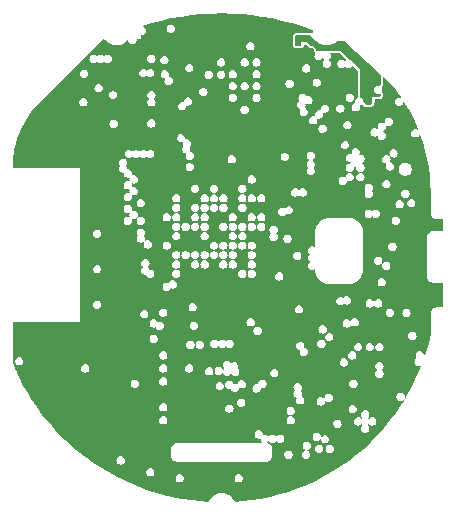
<source format=gbr>
%TF.GenerationSoftware,KiCad,Pcbnew,8.0.1*%
%TF.CreationDate,2024-03-29T03:09:59+00:00*%
%TF.ProjectId,watch_main,77617463-685f-46d6-9169-6e2e6b696361,rev?*%
%TF.SameCoordinates,Original*%
%TF.FileFunction,Copper,L4,Inr*%
%TF.FilePolarity,Positive*%
%FSLAX46Y46*%
G04 Gerber Fmt 4.6, Leading zero omitted, Abs format (unit mm)*
G04 Created by KiCad (PCBNEW 8.0.1) date 2024-03-29 03:09:59*
%MOMM*%
%LPD*%
G01*
G04 APERTURE LIST*
%TA.AperFunction,ViaPad*%
%ADD10C,0.300000*%
%TD*%
G04 APERTURE END LIST*
D10*
%TO.N,GND*%
X165000000Y-107000000D03*
X139500000Y-97800000D03*
X134700000Y-107600000D03*
X148000000Y-78000000D03*
X134700000Y-106900000D03*
X157700000Y-80245000D03*
X165604600Y-91574600D03*
X139500000Y-96800000D03*
X138500000Y-94800000D03*
X164300000Y-96400000D03*
X138500000Y-99800000D03*
X137500000Y-89800000D03*
X153066715Y-103433285D03*
X139500000Y-100800000D03*
X165800000Y-98900000D03*
X163300000Y-97100000D03*
X158600000Y-104500000D03*
X137500000Y-103800000D03*
X154866715Y-103433285D03*
X138500000Y-91800000D03*
X163600000Y-88200000D03*
X138300000Y-83000000D03*
X160600000Y-83100000D03*
X138500000Y-95800000D03*
X159600000Y-81100000D03*
X165075000Y-102500000D03*
X138500000Y-90800000D03*
X164000000Y-90900000D03*
X135500000Y-86400000D03*
X133500000Y-89800000D03*
X155500000Y-107200000D03*
X155000000Y-79000000D03*
X138500000Y-97800000D03*
X156500000Y-83100000D03*
X134000000Y-85700000D03*
X139000000Y-90300000D03*
X136500000Y-103800000D03*
X136500000Y-89800000D03*
X139500000Y-90800000D03*
X152200000Y-107600000D03*
X139500000Y-89800000D03*
X143000000Y-85450000D03*
X135925000Y-104275000D03*
X137000000Y-85800000D03*
X139000000Y-101300000D03*
X161300000Y-92400000D03*
X136500000Y-86400000D03*
X138500000Y-100800000D03*
X145000000Y-113700000D03*
X143200000Y-105400000D03*
X147000000Y-98400000D03*
X134400000Y-105500000D03*
X159600000Y-101800000D03*
X156400000Y-106700000D03*
X135700000Y-84100000D03*
X166900000Y-95400000D03*
X139000000Y-98300000D03*
X138000000Y-85800000D03*
X157200000Y-83100000D03*
X143000000Y-84450000D03*
X161300000Y-83100000D03*
X153000000Y-79000000D03*
X167200000Y-101500000D03*
X134500000Y-89800000D03*
X165675000Y-105250000D03*
X150000000Y-83300000D03*
X154200000Y-108700000D03*
X135900000Y-105700000D03*
X151800000Y-91200000D03*
X141300000Y-90700000D03*
X142000000Y-85450000D03*
X165700000Y-97700000D03*
X150000000Y-79000000D03*
X166100000Y-86500000D03*
X137500000Y-85100000D03*
X135500000Y-89800000D03*
X139000000Y-99300000D03*
X139000000Y-97300000D03*
X138500000Y-88627668D03*
X133200000Y-107800000D03*
X139500000Y-92800000D03*
X146500000Y-88350000D03*
X165000000Y-106500000D03*
X151100000Y-112900000D03*
X146700000Y-84062500D03*
X142300000Y-93200000D03*
X138000000Y-87000000D03*
X134500000Y-103800000D03*
X139000000Y-104300000D03*
X143300000Y-96700000D03*
X155700000Y-110100000D03*
X139000000Y-91300000D03*
X166200000Y-103000000D03*
X132600000Y-105500000D03*
X137000000Y-106100000D03*
X144300000Y-107600000D03*
X138500000Y-102800000D03*
X163300000Y-96400000D03*
X139500000Y-94800000D03*
X142000000Y-84450000D03*
X154500000Y-99700000D03*
X135000000Y-88175000D03*
X154300000Y-89300000D03*
X144300000Y-106500000D03*
X148500000Y-82800000D03*
X143900000Y-112500000D03*
X138400000Y-86400000D03*
X139000000Y-103300000D03*
X150200000Y-96000000D03*
X163800000Y-111000000D03*
X149400000Y-98400000D03*
X153000000Y-85300000D03*
X162100000Y-110400000D03*
X152000000Y-84300000D03*
X138300000Y-83900000D03*
X138500000Y-98800000D03*
X138500000Y-92800000D03*
X147800000Y-92800000D03*
X152100000Y-118100000D03*
X147000000Y-96000000D03*
X139500000Y-99800000D03*
X137500000Y-83000000D03*
X147900000Y-110200000D03*
X135800000Y-111900000D03*
X139300000Y-108800000D03*
X151000000Y-78000000D03*
X139000000Y-92300000D03*
X167000000Y-93200000D03*
X136000000Y-89250000D03*
X147800000Y-112000000D03*
X133000000Y-107300000D03*
X148200000Y-118000000D03*
X135000000Y-87000000D03*
X150000000Y-78000000D03*
X140550000Y-87150000D03*
X134000000Y-88150000D03*
X152000000Y-78000000D03*
X139000000Y-93300000D03*
X150700000Y-113200000D03*
X133500000Y-87600000D03*
X139300000Y-110300000D03*
X136000000Y-85800000D03*
X163700000Y-108500000D03*
X138500000Y-103800000D03*
X141800000Y-92200000D03*
X139000000Y-100300000D03*
X149000000Y-79000000D03*
X150200000Y-99200000D03*
X154000000Y-80000000D03*
X141600000Y-89050000D03*
X147600000Y-108800000D03*
X132975000Y-88175000D03*
X138500000Y-96800000D03*
X141100000Y-80800000D03*
X134000000Y-104300000D03*
X147000000Y-89700000D03*
X157000000Y-108400000D03*
X139900000Y-114300000D03*
X147400000Y-112900000D03*
X144400000Y-90600000D03*
X149000000Y-78000000D03*
X154000000Y-79000000D03*
X155800000Y-95600000D03*
X138500000Y-89800000D03*
X163400000Y-104000000D03*
X150100000Y-101300000D03*
X148900000Y-81000000D03*
X163000000Y-86280000D03*
X137500000Y-86400000D03*
X139000000Y-96300000D03*
X133100000Y-106000000D03*
X151800000Y-98400000D03*
X134300000Y-109100000D03*
X147400000Y-101100000D03*
X142700000Y-116600000D03*
X150620000Y-110100000D03*
X145400000Y-78900000D03*
X148200000Y-112900000D03*
X149400000Y-94400000D03*
X147300000Y-79400000D03*
X154200000Y-90400000D03*
X139500000Y-102800000D03*
X156500000Y-112100000D03*
X135500000Y-85100000D03*
X166400000Y-100100000D03*
X152600000Y-96000000D03*
X139000000Y-94300000D03*
X139700000Y-105200000D03*
X135500000Y-103800000D03*
X141800000Y-80800000D03*
X142520000Y-80800000D03*
X135800000Y-107900000D03*
X158300000Y-107800000D03*
X156000000Y-108400000D03*
X135800000Y-106500000D03*
X139000000Y-89300000D03*
X134000000Y-89250000D03*
X143200000Y-106500000D03*
X139500000Y-93800000D03*
X139300000Y-111800000D03*
X134000000Y-87000000D03*
X133500000Y-103800000D03*
X137006630Y-89227668D03*
X157600000Y-88600000D03*
X137500000Y-88627668D03*
X166449421Y-88100000D03*
X152800000Y-116200000D03*
X154000000Y-78000000D03*
X139700000Y-107000000D03*
X138600000Y-81600000D03*
X148300000Y-111200000D03*
X147500000Y-111100000D03*
X144900000Y-100100000D03*
X139000000Y-95300000D03*
X150200000Y-92000000D03*
X151000000Y-79000000D03*
X144900000Y-79400000D03*
X165000000Y-107500000D03*
X135800000Y-107200000D03*
X134400000Y-106200000D03*
X134800000Y-109300000D03*
X161100000Y-107100000D03*
X135000000Y-104300000D03*
X165600000Y-101500000D03*
X134400000Y-104800000D03*
X134500000Y-87600000D03*
X139800000Y-87500000D03*
X152000000Y-82300000D03*
X139000000Y-102300000D03*
X158700000Y-110700000D03*
X153000000Y-78000000D03*
X135000000Y-89225000D03*
X136000000Y-87000000D03*
X134500000Y-86400000D03*
X152000000Y-79000000D03*
X152600000Y-93600000D03*
X138075000Y-104300000D03*
X151520000Y-79920000D03*
X139300000Y-113400000D03*
X159320000Y-87980000D03*
X133500000Y-86500000D03*
X138500000Y-101800000D03*
X137993370Y-89200000D03*
X160800000Y-111700000D03*
X159300000Y-84700000D03*
X134500000Y-85100000D03*
X151800000Y-97600000D03*
X135500000Y-111400000D03*
X133300000Y-108300000D03*
X148600000Y-92000000D03*
X149300000Y-113300000D03*
X135500000Y-87600000D03*
X139500000Y-91800000D03*
X144300000Y-105400000D03*
X139500000Y-103800000D03*
X155000000Y-78000000D03*
X134700000Y-110400000D03*
X138500000Y-93800000D03*
X135000000Y-85800000D03*
X157900000Y-94200000D03*
X151700000Y-100800000D03*
%TO.N,/Power/VBUS_PROTECTED*%
X157200000Y-79300000D03*
X160200000Y-79900000D03*
X161100000Y-80700000D03*
X157700000Y-79500000D03*
X162300000Y-82700000D03*
X156600000Y-79300000D03*
X161900000Y-81500000D03*
X162400000Y-84700000D03*
%TD*%
%TA.AperFunction,Conductor*%
%TO.N,/Power/VBUS_PROTECTED*%
G36*
X157621674Y-79021674D02*
G01*
X158073953Y-79473953D01*
X158078782Y-79479276D01*
X158089586Y-79492414D01*
X158089598Y-79492426D01*
X158246544Y-79627464D01*
X158424297Y-79733642D01*
X158617605Y-79807818D01*
X158820759Y-79847803D01*
X159014787Y-79852125D01*
X159027756Y-79852415D01*
X159027756Y-79852414D01*
X159027759Y-79852415D01*
X159027762Y-79852414D01*
X159027769Y-79852414D01*
X159232485Y-79821520D01*
X159232485Y-79821519D01*
X159232491Y-79821519D01*
X159428912Y-79756027D01*
X159611218Y-79657872D01*
X159774028Y-79529954D01*
X159779005Y-79524435D01*
X159830146Y-79500098D01*
X159833954Y-79500000D01*
X160351223Y-79500000D01*
X160400724Y-79518995D01*
X163475504Y-82286297D01*
X163499898Y-82337410D01*
X163500000Y-82341299D01*
X163500000Y-83190165D01*
X163478326Y-83242491D01*
X163426000Y-83264165D01*
X163414424Y-83263254D01*
X163300000Y-83245131D01*
X163190339Y-83262499D01*
X163091412Y-83312905D01*
X163012905Y-83391412D01*
X162962499Y-83490339D01*
X162945131Y-83600000D01*
X162962499Y-83709660D01*
X162962500Y-83709661D01*
X163012905Y-83808587D01*
X163091413Y-83887095D01*
X163190339Y-83937500D01*
X163300000Y-83954869D01*
X163409661Y-83937500D01*
X163409663Y-83937498D01*
X163414423Y-83936745D01*
X163469496Y-83949966D01*
X163499089Y-83998257D01*
X163500000Y-84009834D01*
X163500000Y-84126000D01*
X163478326Y-84178326D01*
X163426000Y-84200000D01*
X162791925Y-84200000D01*
X162790848Y-84599999D01*
X162790580Y-84699495D01*
X162773697Y-84746346D01*
X162669325Y-84873050D01*
X162619326Y-84899657D01*
X162612208Y-84900000D01*
X162330652Y-84900000D01*
X162278326Y-84878326D01*
X162074028Y-84674028D01*
X162052354Y-84621702D01*
X162053265Y-84610124D01*
X162054869Y-84600000D01*
X162037500Y-84490339D01*
X161987095Y-84391413D01*
X161908587Y-84312905D01*
X161840404Y-84278164D01*
X161803622Y-84235098D01*
X161800000Y-84212230D01*
X161800000Y-81950000D01*
X161142838Y-81292838D01*
X161129229Y-81274107D01*
X161087095Y-81191413D01*
X161008587Y-81112905D01*
X161008586Y-81112904D01*
X160925890Y-81070768D01*
X160907160Y-81057160D01*
X160150000Y-80300000D01*
X158126782Y-80300000D01*
X158074456Y-80278326D01*
X158053693Y-80237576D01*
X158037500Y-80135339D01*
X157987094Y-80036412D01*
X157908587Y-79957905D01*
X157809660Y-79907499D01*
X157700000Y-79890131D01*
X157699999Y-79890131D01*
X157642392Y-79899254D01*
X157587320Y-79886032D01*
X157578491Y-79878491D01*
X157300000Y-79600000D01*
X156800000Y-79600000D01*
X156800000Y-79826000D01*
X156778326Y-79878326D01*
X156726000Y-79900000D01*
X156374000Y-79900000D01*
X156321674Y-79878326D01*
X156300000Y-79826000D01*
X156300000Y-79074000D01*
X156321674Y-79021674D01*
X156374000Y-79000000D01*
X157569348Y-79000000D01*
X157621674Y-79021674D01*
G37*
%TD.AperFunction*%
%TD*%
%TA.AperFunction,Conductor*%
%TO.N,GND*%
G36*
X150916650Y-77167718D02*
G01*
X150918378Y-77167786D01*
X151781804Y-77219381D01*
X151783547Y-77219520D01*
X152644201Y-77305416D01*
X152645854Y-77305614D01*
X153502453Y-77425683D01*
X153504161Y-77425957D01*
X154355279Y-77580001D01*
X154356979Y-77580344D01*
X154779131Y-77674232D01*
X155201275Y-77768119D01*
X155202976Y-77768533D01*
X155459702Y-77836451D01*
X156039163Y-77989751D01*
X156040808Y-77990222D01*
X156867525Y-78244526D01*
X156869140Y-78245058D01*
X157681215Y-78530683D01*
X157689999Y-78534919D01*
X157712072Y-78548771D01*
X157724841Y-78560967D01*
X157737352Y-78579009D01*
X157744298Y-78595243D01*
X157745649Y-78601832D01*
X157749638Y-78621286D01*
X157750535Y-78630121D01*
X157750535Y-78631723D01*
X157750458Y-78631910D01*
X157750591Y-78753515D01*
X157750593Y-78753528D01*
X157755461Y-78781544D01*
X157748091Y-78814404D01*
X157719644Y-78832427D01*
X157695274Y-78829728D01*
X157647991Y-78810143D01*
X157616532Y-78803885D01*
X157569348Y-78794500D01*
X156374000Y-78794500D01*
X156321873Y-78804869D01*
X156295358Y-78810143D01*
X156243029Y-78831818D01*
X156243027Y-78831819D01*
X156184739Y-78868444D01*
X156184738Y-78868445D01*
X156131818Y-78943030D01*
X156110143Y-78995358D01*
X156107009Y-79011113D01*
X156094500Y-79074000D01*
X156094500Y-79826000D01*
X156100150Y-79854402D01*
X156110143Y-79904641D01*
X156131818Y-79956970D01*
X156131819Y-79956972D01*
X156168444Y-80015260D01*
X156168445Y-80015261D01*
X156195915Y-80034752D01*
X156243033Y-80068183D01*
X156295359Y-80089857D01*
X156374000Y-80105500D01*
X156374003Y-80105500D01*
X156725996Y-80105500D01*
X156726000Y-80105500D01*
X156804641Y-80089857D01*
X156856967Y-80068183D01*
X156915261Y-80031555D01*
X156968183Y-79956967D01*
X156989857Y-79904641D01*
X157002533Y-79840913D01*
X157021242Y-79812915D01*
X157045687Y-79805500D01*
X157196654Y-79805500D01*
X157227767Y-79818387D01*
X157433181Y-80023801D01*
X157445026Y-80034752D01*
X157453855Y-80042293D01*
X157457397Y-80045250D01*
X157539346Y-80085854D01*
X157594418Y-80099076D01*
X157665086Y-80101853D01*
X157674533Y-80102225D01*
X157674533Y-80102224D01*
X157674536Y-80102225D01*
X157693117Y-80099282D01*
X157706880Y-80099282D01*
X157713165Y-80100277D01*
X157738484Y-80104287D01*
X157751568Y-80108538D01*
X157780085Y-80123067D01*
X157791218Y-80131156D01*
X157813840Y-80153778D01*
X157821931Y-80164915D01*
X157836457Y-80193423D01*
X157840711Y-80206516D01*
X157850721Y-80269717D01*
X157850725Y-80269733D01*
X157870588Y-80330862D01*
X157870591Y-80330870D01*
X157891354Y-80371620D01*
X157921227Y-80415261D01*
X157976903Y-80454764D01*
X157994820Y-80483278D01*
X157987327Y-80516110D01*
X157982555Y-80521761D01*
X157962905Y-80541410D01*
X157962905Y-80541412D01*
X157912500Y-80640338D01*
X157912498Y-80640342D01*
X157895131Y-80749997D01*
X157895131Y-80750002D01*
X157912498Y-80859657D01*
X157912500Y-80859661D01*
X157956048Y-80945131D01*
X157962905Y-80958587D01*
X158041413Y-81037095D01*
X158140339Y-81087500D01*
X158140340Y-81087500D01*
X158140342Y-81087501D01*
X158249998Y-81104869D01*
X158250000Y-81104869D01*
X158250002Y-81104869D01*
X158359657Y-81087501D01*
X158359658Y-81087500D01*
X158359661Y-81087500D01*
X158458587Y-81037095D01*
X158537095Y-80958587D01*
X158560796Y-80912071D01*
X158586403Y-80890200D01*
X158619975Y-80892842D01*
X158639204Y-80912071D01*
X158662905Y-80958587D01*
X158741413Y-81037095D01*
X158744644Y-81038741D01*
X158766516Y-81064346D01*
X158763877Y-81097918D01*
X158753491Y-81110086D01*
X158753862Y-81110457D01*
X158751414Y-81112903D01*
X158751413Y-81112905D01*
X158691112Y-81173206D01*
X158672903Y-81191415D01*
X158622500Y-81290338D01*
X158622498Y-81290342D01*
X158605131Y-81399997D01*
X158605131Y-81400002D01*
X158622498Y-81509657D01*
X158622500Y-81509661D01*
X158667426Y-81597835D01*
X158672905Y-81608587D01*
X158751413Y-81687095D01*
X158850339Y-81737500D01*
X158850340Y-81737500D01*
X158850342Y-81737501D01*
X158959998Y-81754869D01*
X158960000Y-81754869D01*
X158960002Y-81754869D01*
X159069657Y-81737501D01*
X159069658Y-81737500D01*
X159069661Y-81737500D01*
X159168587Y-81687095D01*
X159247095Y-81608587D01*
X159297500Y-81509661D01*
X159300947Y-81487903D01*
X159314869Y-81400002D01*
X159314869Y-81399997D01*
X159297501Y-81290342D01*
X159297500Y-81290340D01*
X159297500Y-81290339D01*
X159247095Y-81191413D01*
X159168587Y-81112905D01*
X159168584Y-81112903D01*
X159165348Y-81111254D01*
X159143480Y-81085645D01*
X159146126Y-81052072D01*
X159156512Y-81039917D01*
X159156138Y-81039543D01*
X159158584Y-81037096D01*
X159158587Y-81037095D01*
X159237095Y-80958587D01*
X159287500Y-80859661D01*
X159294299Y-80816740D01*
X159304869Y-80750002D01*
X159304869Y-80749997D01*
X159287501Y-80640342D01*
X159287500Y-80640340D01*
X159287500Y-80640339D01*
X159273626Y-80613111D01*
X159251394Y-80569475D01*
X159248752Y-80535903D01*
X159270623Y-80510296D01*
X159290598Y-80505500D01*
X160046654Y-80505500D01*
X160077767Y-80518387D01*
X160602164Y-81042784D01*
X160615051Y-81073897D01*
X160602164Y-81105010D01*
X160594175Y-81110815D01*
X160594215Y-81110869D01*
X160591417Y-81112901D01*
X160591413Y-81112904D01*
X160591413Y-81112905D01*
X160531111Y-81173206D01*
X160500000Y-81186093D01*
X160468888Y-81173206D01*
X160408587Y-81112905D01*
X160408584Y-81112903D01*
X160309661Y-81062500D01*
X160309657Y-81062498D01*
X160200002Y-81045131D01*
X160199998Y-81045131D01*
X160090342Y-81062498D01*
X160090338Y-81062500D01*
X159991415Y-81112903D01*
X159912903Y-81191415D01*
X159862500Y-81290338D01*
X159862498Y-81290342D01*
X159845131Y-81399997D01*
X159845131Y-81400002D01*
X159862498Y-81509657D01*
X159862500Y-81509661D01*
X159907426Y-81597835D01*
X159912905Y-81608587D01*
X159991413Y-81687095D01*
X160090339Y-81737500D01*
X160090340Y-81737500D01*
X160090342Y-81737501D01*
X160199998Y-81754869D01*
X160200000Y-81754869D01*
X160200002Y-81754869D01*
X160309657Y-81737501D01*
X160309658Y-81737500D01*
X160309661Y-81737500D01*
X160408587Y-81687095D01*
X160468888Y-81626793D01*
X160500000Y-81613907D01*
X160531111Y-81626793D01*
X160591413Y-81687095D01*
X160690339Y-81737500D01*
X160690340Y-81737500D01*
X160690342Y-81737501D01*
X160799998Y-81754869D01*
X160800000Y-81754869D01*
X160800002Y-81754869D01*
X160909657Y-81737501D01*
X160909658Y-81737500D01*
X160909661Y-81737500D01*
X161008587Y-81687095D01*
X161087095Y-81608587D01*
X161087098Y-81608582D01*
X161089131Y-81605785D01*
X161089942Y-81606374D01*
X161112496Y-81587104D01*
X161146069Y-81589739D01*
X161157215Y-81597835D01*
X161581613Y-82022233D01*
X161594500Y-82053346D01*
X161594500Y-84212242D01*
X161595836Y-84229215D01*
X161585429Y-84261243D01*
X161571948Y-84271870D01*
X161491414Y-84312904D01*
X161412903Y-84391415D01*
X161362500Y-84490338D01*
X161362498Y-84490342D01*
X161345131Y-84599997D01*
X161345131Y-84600002D01*
X161362014Y-84706598D01*
X161354153Y-84739344D01*
X161325440Y-84756939D01*
X161290340Y-84762498D01*
X161191415Y-84812903D01*
X161112903Y-84891415D01*
X161062500Y-84990338D01*
X161062498Y-84990342D01*
X161045131Y-85099997D01*
X161045131Y-85100002D01*
X161062498Y-85209657D01*
X161062500Y-85209661D01*
X161108530Y-85300002D01*
X161112905Y-85308587D01*
X161191413Y-85387095D01*
X161290339Y-85437500D01*
X161290340Y-85437500D01*
X161290342Y-85437501D01*
X161399998Y-85454869D01*
X161400000Y-85454869D01*
X161400002Y-85454869D01*
X161509657Y-85437501D01*
X161509658Y-85437500D01*
X161509661Y-85437500D01*
X161608587Y-85387095D01*
X161687095Y-85308587D01*
X161737500Y-85209661D01*
X161739031Y-85200000D01*
X161754869Y-85100002D01*
X161754869Y-85099998D01*
X161737985Y-84993400D01*
X161745846Y-84960655D01*
X161774559Y-84943059D01*
X161796383Y-84939603D01*
X161809656Y-84937501D01*
X161809656Y-84937500D01*
X161809661Y-84937500D01*
X161908587Y-84887095D01*
X161921419Y-84874262D01*
X161952529Y-84861376D01*
X161983642Y-84874262D01*
X162133016Y-85023636D01*
X162133019Y-85023638D01*
X162133020Y-85023639D01*
X162133021Y-85023640D01*
X162199677Y-85068179D01*
X162199682Y-85068181D01*
X162199685Y-85068183D01*
X162252011Y-85089857D01*
X162330652Y-85105500D01*
X162330655Y-85105500D01*
X162612222Y-85105500D01*
X162622078Y-85105263D01*
X162622099Y-85105262D01*
X162629217Y-85104919D01*
X162715865Y-85081070D01*
X162765864Y-85054463D01*
X162803562Y-85023640D01*
X162827933Y-85003714D01*
X162827934Y-85003712D01*
X162827940Y-85003708D01*
X162932312Y-84877004D01*
X162967027Y-84816014D01*
X162983910Y-84769163D01*
X162993816Y-84712903D01*
X162996078Y-84700055D01*
X162996079Y-84700045D01*
X162996754Y-84449382D01*
X163009725Y-84418304D01*
X163040754Y-84405500D01*
X163425996Y-84405500D01*
X163426000Y-84405500D01*
X163504641Y-84389857D01*
X163556967Y-84368183D01*
X163562089Y-84364965D01*
X163606442Y-84337096D01*
X163615261Y-84331555D01*
X163668183Y-84256967D01*
X163689857Y-84204641D01*
X163705500Y-84126000D01*
X163705500Y-84009834D01*
X163704867Y-83993713D01*
X163703956Y-83982136D01*
X163703542Y-83977540D01*
X163674306Y-83890883D01*
X163644713Y-83842592D01*
X163616953Y-83810819D01*
X163606189Y-83778911D01*
X163610885Y-83761894D01*
X163637500Y-83709661D01*
X163639802Y-83695131D01*
X163654869Y-83600002D01*
X163654869Y-83599997D01*
X163637501Y-83490342D01*
X163637500Y-83490340D01*
X163637500Y-83490339D01*
X163612230Y-83440746D01*
X163609588Y-83407176D01*
X163615545Y-83395319D01*
X163668183Y-83321132D01*
X163689857Y-83268806D01*
X163705500Y-83190165D01*
X163705500Y-82592088D01*
X163718387Y-82560975D01*
X163749500Y-82548088D01*
X163778931Y-82559381D01*
X164330296Y-83055610D01*
X164335049Y-83060618D01*
X164776825Y-83606065D01*
X164778177Y-83607824D01*
X165203109Y-84190213D01*
X165204372Y-84192037D01*
X165219020Y-84214399D01*
X165225287Y-84247487D01*
X165206323Y-84275316D01*
X165175330Y-84281967D01*
X165078502Y-84266631D01*
X165078498Y-84266631D01*
X164968842Y-84283998D01*
X164968838Y-84284000D01*
X164869915Y-84334403D01*
X164791403Y-84412915D01*
X164741000Y-84511838D01*
X164740998Y-84511842D01*
X164723631Y-84621497D01*
X164723631Y-84621502D01*
X164740998Y-84731157D01*
X164741000Y-84731161D01*
X164780902Y-84809475D01*
X164791405Y-84830087D01*
X164869913Y-84908595D01*
X164968839Y-84959000D01*
X164968840Y-84959000D01*
X164968842Y-84959001D01*
X165078498Y-84976369D01*
X165078500Y-84976369D01*
X165078502Y-84976369D01*
X165188157Y-84959001D01*
X165188158Y-84959000D01*
X165188161Y-84959000D01*
X165287087Y-84908595D01*
X165365595Y-84830087D01*
X165416000Y-84731161D01*
X165417817Y-84719694D01*
X165425731Y-84669725D01*
X165443326Y-84641011D01*
X165476072Y-84633150D01*
X165504786Y-84650745D01*
X165505967Y-84652457D01*
X165599417Y-84795117D01*
X165600585Y-84797003D01*
X165964731Y-85419232D01*
X165965803Y-85421174D01*
X166298120Y-86060965D01*
X166299093Y-86062959D01*
X166598751Y-86718711D01*
X166599610Y-86720724D01*
X166687273Y-86941352D01*
X166686784Y-86975025D01*
X166662629Y-86998490D01*
X166628956Y-86998001D01*
X166626407Y-86996803D01*
X166559082Y-86962500D01*
X166559078Y-86962498D01*
X166449423Y-86945131D01*
X166449419Y-86945131D01*
X166339763Y-86962498D01*
X166339759Y-86962500D01*
X166240836Y-87012903D01*
X166162324Y-87091415D01*
X166111921Y-87190338D01*
X166111919Y-87190342D01*
X166094552Y-87299997D01*
X166094552Y-87300002D01*
X166111919Y-87409657D01*
X166111921Y-87409661D01*
X166161565Y-87507095D01*
X166162326Y-87508587D01*
X166240834Y-87587095D01*
X166339760Y-87637500D01*
X166339761Y-87637500D01*
X166339763Y-87637501D01*
X166449419Y-87654869D01*
X166449421Y-87654869D01*
X166449423Y-87654869D01*
X166559078Y-87637501D01*
X166559079Y-87637500D01*
X166559082Y-87637500D01*
X166658008Y-87587095D01*
X166736516Y-87508587D01*
X166786921Y-87409661D01*
X166786922Y-87409650D01*
X166787753Y-87407098D01*
X166809624Y-87381490D01*
X166843196Y-87378847D01*
X166868804Y-87400718D01*
X166871257Y-87406529D01*
X167098687Y-88075358D01*
X167099349Y-88077475D01*
X167296761Y-88770907D01*
X167297314Y-88773056D01*
X167459512Y-89475516D01*
X167459956Y-89477689D01*
X167586538Y-90187421D01*
X167586873Y-90189615D01*
X167677524Y-90904861D01*
X167677747Y-90907068D01*
X167732227Y-91625945D01*
X167732339Y-91628161D01*
X167749040Y-92290342D01*
X167750427Y-92345374D01*
X167750521Y-92349081D01*
X167750535Y-92350190D01*
X167750535Y-94092100D01*
X167750580Y-94092802D01*
X167750574Y-94106252D01*
X167750575Y-94106258D01*
X167775631Y-94216243D01*
X167775632Y-94216245D01*
X167775633Y-94216248D01*
X167785665Y-94237096D01*
X167824548Y-94317903D01*
X167892006Y-94402528D01*
X167894867Y-94406117D01*
X167894871Y-94406120D01*
X167894876Y-94406125D01*
X167983054Y-94476461D01*
X167983060Y-94476465D01*
X168084697Y-94525413D01*
X168084696Y-94525413D01*
X168101927Y-94529344D01*
X168194682Y-94550507D01*
X168251088Y-94550500D01*
X168706535Y-94550500D01*
X168737648Y-94563387D01*
X168750535Y-94594500D01*
X168750535Y-95505500D01*
X168737648Y-95536613D01*
X168706535Y-95549500D01*
X167932337Y-95549500D01*
X167800408Y-95579611D01*
X167800406Y-95579612D01*
X167678495Y-95638323D01*
X167678490Y-95638326D01*
X167572698Y-95722692D01*
X167572692Y-95722698D01*
X167488326Y-95828490D01*
X167488323Y-95828495D01*
X167429612Y-95950406D01*
X167429611Y-95950408D01*
X167399500Y-96082337D01*
X167399500Y-99417662D01*
X167429611Y-99549591D01*
X167429612Y-99549593D01*
X167488323Y-99671504D01*
X167488326Y-99671509D01*
X167544496Y-99741944D01*
X167572695Y-99777305D01*
X167589043Y-99790342D01*
X167678490Y-99861673D01*
X167678495Y-99861676D01*
X167800406Y-99920387D01*
X167800408Y-99920388D01*
X167800411Y-99920388D01*
X167800412Y-99920389D01*
X167932340Y-99950500D01*
X167960438Y-99950500D01*
X168706535Y-99950500D01*
X168737648Y-99963387D01*
X168750535Y-99994500D01*
X168750535Y-102005494D01*
X168737648Y-102036607D01*
X168706535Y-102049494D01*
X168208928Y-102049494D01*
X168208414Y-102049526D01*
X168194696Y-102049525D01*
X168194695Y-102049525D01*
X168194694Y-102049525D01*
X168194692Y-102049525D01*
X168194683Y-102049526D01*
X168084733Y-102074604D01*
X168084730Y-102074605D01*
X167983106Y-102123529D01*
X167983104Y-102123530D01*
X167965581Y-102137501D01*
X167894913Y-102193843D01*
X167824584Y-102282017D01*
X167775641Y-102383629D01*
X167775639Y-102383632D01*
X167750537Y-102493587D01*
X167750536Y-102493595D01*
X167750536Y-102508603D01*
X167750535Y-102508630D01*
X167750535Y-102549985D01*
X167750533Y-102601113D01*
X167750535Y-102601138D01*
X167750535Y-104309284D01*
X167749304Y-104319619D01*
X167565782Y-105079091D01*
X167565273Y-105081008D01*
X167338357Y-105863698D01*
X167337762Y-105865590D01*
X167264743Y-106080689D01*
X167242538Y-106106008D01*
X167208934Y-106108210D01*
X167183615Y-106086005D01*
X167179620Y-106073428D01*
X167162501Y-105965342D01*
X167162500Y-105965340D01*
X167162500Y-105965339D01*
X167112095Y-105866413D01*
X167033587Y-105787905D01*
X167033584Y-105787903D01*
X166934661Y-105737500D01*
X166934657Y-105737498D01*
X166825002Y-105720131D01*
X166824998Y-105720131D01*
X166715342Y-105737498D01*
X166715338Y-105737500D01*
X166616415Y-105787903D01*
X166537903Y-105866415D01*
X166487500Y-105965338D01*
X166487498Y-105965342D01*
X166470131Y-106074997D01*
X166470131Y-106075002D01*
X166487498Y-106184657D01*
X166487500Y-106184661D01*
X166527160Y-106262500D01*
X166537905Y-106283587D01*
X166540373Y-106286055D01*
X166553260Y-106317167D01*
X166540373Y-106348280D01*
X166529236Y-106356371D01*
X166516414Y-106362904D01*
X166437903Y-106441415D01*
X166387500Y-106540338D01*
X166387498Y-106540342D01*
X166370131Y-106649997D01*
X166370131Y-106650002D01*
X166387498Y-106759657D01*
X166387500Y-106759661D01*
X166431048Y-106845131D01*
X166437905Y-106858587D01*
X166516413Y-106937095D01*
X166615339Y-106987500D01*
X166615340Y-106987500D01*
X166615342Y-106987501D01*
X166724998Y-107004869D01*
X166725000Y-107004869D01*
X166725002Y-107004869D01*
X166834657Y-106987501D01*
X166834657Y-106987500D01*
X166834661Y-106987500D01*
X166861975Y-106973582D01*
X166895545Y-106970940D01*
X166921153Y-106992811D01*
X166923796Y-107026383D01*
X166922934Y-107028794D01*
X166778659Y-107398196D01*
X166777896Y-107400027D01*
X166447521Y-108144974D01*
X166446676Y-108146769D01*
X166083060Y-108876078D01*
X166082135Y-108877832D01*
X165686029Y-109589997D01*
X165685026Y-109591708D01*
X165626915Y-109685923D01*
X165599614Y-109705639D01*
X165566368Y-109700274D01*
X165546652Y-109672973D01*
X165546008Y-109655944D01*
X165554869Y-109600000D01*
X165554869Y-109599997D01*
X165537501Y-109490342D01*
X165537500Y-109490340D01*
X165537500Y-109490339D01*
X165487095Y-109391413D01*
X165408587Y-109312905D01*
X165408584Y-109312903D01*
X165309661Y-109262500D01*
X165309657Y-109262498D01*
X165200002Y-109245131D01*
X165199998Y-109245131D01*
X165090342Y-109262498D01*
X165090338Y-109262500D01*
X164991415Y-109312903D01*
X164912903Y-109391415D01*
X164862500Y-109490338D01*
X164862498Y-109490342D01*
X164845131Y-109599997D01*
X164845131Y-109600002D01*
X164862498Y-109709657D01*
X164862500Y-109709661D01*
X164903608Y-109790342D01*
X164912905Y-109808587D01*
X164991413Y-109887095D01*
X165090339Y-109937500D01*
X165090340Y-109937500D01*
X165090342Y-109937501D01*
X165199998Y-109954869D01*
X165200000Y-109954869D01*
X165200002Y-109954869D01*
X165309657Y-109937501D01*
X165309657Y-109937500D01*
X165309661Y-109937500D01*
X165406249Y-109888285D01*
X165439821Y-109885644D01*
X165465428Y-109907514D01*
X165468070Y-109941087D01*
X165463673Y-109950588D01*
X165257231Y-110285293D01*
X165256152Y-110286958D01*
X164797532Y-110960563D01*
X164796380Y-110962177D01*
X164307845Y-111614461D01*
X164306620Y-111616021D01*
X163789214Y-112245591D01*
X163787920Y-112247095D01*
X163242659Y-112852715D01*
X163241300Y-112854158D01*
X162669293Y-113434599D01*
X162667869Y-113435980D01*
X162070295Y-113990041D01*
X162068810Y-113991357D01*
X161446867Y-114517930D01*
X161445325Y-114519177D01*
X160800277Y-115017193D01*
X160798680Y-115018369D01*
X160131856Y-115486797D01*
X160130208Y-115487900D01*
X159442953Y-115925801D01*
X159441257Y-115926829D01*
X158734963Y-116333315D01*
X158733222Y-116334266D01*
X158009312Y-116708514D01*
X158007530Y-116709385D01*
X157267480Y-117050634D01*
X157265660Y-117051423D01*
X156511024Y-117358958D01*
X156509171Y-117359665D01*
X155741425Y-117632884D01*
X155739542Y-117633507D01*
X154960248Y-117871853D01*
X154958339Y-117872390D01*
X154169115Y-118075369D01*
X154167183Y-118075820D01*
X153369596Y-118243029D01*
X153367646Y-118243392D01*
X152563348Y-118374483D01*
X152561384Y-118374758D01*
X151751984Y-118469471D01*
X151750009Y-118469657D01*
X151210208Y-118508267D01*
X151178255Y-118497632D01*
X151168054Y-118484722D01*
X151076840Y-118309750D01*
X150953921Y-118147515D01*
X150805629Y-118008092D01*
X150636130Y-117895399D01*
X150636126Y-117895397D01*
X150450193Y-117812605D01*
X150450189Y-117812604D01*
X150253029Y-117762034D01*
X150253034Y-117762034D01*
X150140341Y-117752630D01*
X150050192Y-117745108D01*
X150050190Y-117745108D01*
X150050188Y-117745108D01*
X149847379Y-117762303D01*
X149713053Y-117796948D01*
X149650285Y-117813137D01*
X149650283Y-117813137D01*
X149650282Y-117813138D01*
X149464455Y-117896178D01*
X149464449Y-117896181D01*
X149295113Y-118009090D01*
X149295103Y-118009098D01*
X149147000Y-118148717D01*
X149024297Y-118311114D01*
X149011170Y-118336377D01*
X148940284Y-118472799D01*
X148932996Y-118486824D01*
X148907214Y-118508490D01*
X148890971Y-118510435D01*
X148337590Y-118472863D01*
X148335695Y-118472693D01*
X147512529Y-118380915D01*
X147510644Y-118380663D01*
X146692223Y-118253389D01*
X146690350Y-118253056D01*
X145878207Y-118090524D01*
X145876350Y-118090111D01*
X145513402Y-118000998D01*
X145071952Y-117892612D01*
X145070119Y-117892120D01*
X145000686Y-117871853D01*
X144799535Y-117813138D01*
X144275051Y-117660044D01*
X144273237Y-117659472D01*
X143488929Y-117393239D01*
X143487141Y-117392589D01*
X142715067Y-117092697D01*
X142713309Y-117091970D01*
X141954917Y-116758980D01*
X141953192Y-116758177D01*
X141428107Y-116500002D01*
X146145131Y-116500002D01*
X146162498Y-116609657D01*
X146162500Y-116609661D01*
X146212867Y-116708514D01*
X146212905Y-116708587D01*
X146291413Y-116787095D01*
X146390339Y-116837500D01*
X146390340Y-116837500D01*
X146390342Y-116837501D01*
X146499998Y-116854869D01*
X146500000Y-116854869D01*
X146500002Y-116854869D01*
X146609657Y-116837501D01*
X146609658Y-116837500D01*
X146609661Y-116837500D01*
X146708587Y-116787095D01*
X146787095Y-116708587D01*
X146837500Y-116609661D01*
X146854869Y-116500002D01*
X151145131Y-116500002D01*
X151162498Y-116609657D01*
X151162500Y-116609661D01*
X151212867Y-116708514D01*
X151212905Y-116708587D01*
X151291413Y-116787095D01*
X151390339Y-116837500D01*
X151390340Y-116837500D01*
X151390342Y-116837501D01*
X151499998Y-116854869D01*
X151500000Y-116854869D01*
X151500002Y-116854869D01*
X151609657Y-116837501D01*
X151609658Y-116837500D01*
X151609661Y-116837500D01*
X151708587Y-116787095D01*
X151787095Y-116708587D01*
X151837500Y-116609661D01*
X151854869Y-116500000D01*
X151837740Y-116391854D01*
X151837501Y-116390342D01*
X151837500Y-116390340D01*
X151837500Y-116390339D01*
X151787095Y-116291413D01*
X151708587Y-116212905D01*
X151708584Y-116212903D01*
X151609661Y-116162500D01*
X151609657Y-116162498D01*
X151500002Y-116145131D01*
X151499998Y-116145131D01*
X151390342Y-116162498D01*
X151390338Y-116162500D01*
X151291415Y-116212903D01*
X151212903Y-116291415D01*
X151162500Y-116390338D01*
X151162498Y-116390342D01*
X151145131Y-116499997D01*
X151145131Y-116500002D01*
X146854869Y-116500002D01*
X146854869Y-116500000D01*
X146837740Y-116391854D01*
X146837501Y-116390342D01*
X146837500Y-116390340D01*
X146837500Y-116390339D01*
X146787095Y-116291413D01*
X146708587Y-116212905D01*
X146708584Y-116212903D01*
X146609661Y-116162500D01*
X146609657Y-116162498D01*
X146500002Y-116145131D01*
X146499998Y-116145131D01*
X146390342Y-116162498D01*
X146390338Y-116162500D01*
X146291415Y-116212903D01*
X146212903Y-116291415D01*
X146162500Y-116390338D01*
X146162498Y-116390342D01*
X146145131Y-116499997D01*
X146145131Y-116500002D01*
X141428107Y-116500002D01*
X141209933Y-116392730D01*
X141208244Y-116391854D01*
X140491330Y-116000002D01*
X143645131Y-116000002D01*
X143662498Y-116109657D01*
X143662500Y-116109661D01*
X143689422Y-116162500D01*
X143712905Y-116208587D01*
X143791413Y-116287095D01*
X143890339Y-116337500D01*
X143890340Y-116337500D01*
X143890342Y-116337501D01*
X143999998Y-116354869D01*
X144000000Y-116354869D01*
X144000002Y-116354869D01*
X144109657Y-116337501D01*
X144109658Y-116337500D01*
X144109661Y-116337500D01*
X144208587Y-116287095D01*
X144287095Y-116208587D01*
X144337500Y-116109661D01*
X144354869Y-116000000D01*
X144354015Y-115994606D01*
X144337501Y-115890342D01*
X144337500Y-115890340D01*
X144337500Y-115890339D01*
X144287095Y-115791413D01*
X144208587Y-115712905D01*
X144208584Y-115712903D01*
X144109661Y-115662500D01*
X144109657Y-115662498D01*
X144000002Y-115645131D01*
X143999998Y-115645131D01*
X143890342Y-115662498D01*
X143890338Y-115662500D01*
X143791415Y-115712903D01*
X143712903Y-115791415D01*
X143662500Y-115890338D01*
X143662498Y-115890342D01*
X143645131Y-115999997D01*
X143645131Y-116000002D01*
X140491330Y-116000002D01*
X140481458Y-115994606D01*
X140479809Y-115993658D01*
X139770873Y-115565363D01*
X139769266Y-115564344D01*
X139079515Y-115105807D01*
X139077954Y-115104720D01*
X138934312Y-115000002D01*
X141145131Y-115000002D01*
X141162498Y-115109657D01*
X141162500Y-115109661D01*
X141212905Y-115208587D01*
X141291413Y-115287095D01*
X141390339Y-115337500D01*
X141390340Y-115337500D01*
X141390342Y-115337501D01*
X141499998Y-115354869D01*
X141500000Y-115354869D01*
X141500002Y-115354869D01*
X141609657Y-115337501D01*
X141609658Y-115337500D01*
X141609661Y-115337500D01*
X141708587Y-115287095D01*
X141787095Y-115208587D01*
X141837500Y-115109661D01*
X141838111Y-115105807D01*
X141854869Y-115000002D01*
X141854869Y-114999997D01*
X141837501Y-114890342D01*
X141837500Y-114890340D01*
X141837500Y-114890339D01*
X141787095Y-114791413D01*
X141708587Y-114712905D01*
X141708584Y-114712903D01*
X141609661Y-114662500D01*
X141609657Y-114662498D01*
X141500002Y-114645131D01*
X141499998Y-114645131D01*
X141390342Y-114662498D01*
X141390338Y-114662500D01*
X141291415Y-114712903D01*
X141212903Y-114791415D01*
X141162500Y-114890338D01*
X141162498Y-114890342D01*
X141145131Y-114999997D01*
X141145131Y-115000002D01*
X138934312Y-115000002D01*
X138408662Y-114616791D01*
X138407149Y-114615637D01*
X138402611Y-114612018D01*
X145749905Y-114612018D01*
X145777511Y-114732971D01*
X145777512Y-114732973D01*
X145831338Y-114844741D01*
X145831339Y-114844742D01*
X145908693Y-114941735D01*
X146005692Y-115019082D01*
X146109492Y-115069061D01*
X146117471Y-115072903D01*
X146238424Y-115100499D01*
X146300451Y-115100494D01*
X146300456Y-115100494D01*
X153842499Y-115100494D01*
X153843369Y-115100436D01*
X153849068Y-115100437D01*
X153862364Y-115100442D01*
X153862364Y-115100441D01*
X153862366Y-115100442D01*
X153862369Y-115100441D01*
X153862371Y-115100441D01*
X153885364Y-115095199D01*
X153983324Y-115072867D01*
X154095110Y-115019062D01*
X154192118Y-114941726D01*
X154269480Y-114844740D01*
X154323316Y-114732968D01*
X154350925Y-114612018D01*
X154350925Y-114549987D01*
X154350925Y-114528867D01*
X154350925Y-114500002D01*
X155345131Y-114500002D01*
X155362498Y-114609657D01*
X155362500Y-114609661D01*
X155389422Y-114662500D01*
X155412905Y-114708587D01*
X155491413Y-114787095D01*
X155590339Y-114837500D01*
X155590340Y-114837500D01*
X155590342Y-114837501D01*
X155699998Y-114854869D01*
X155700000Y-114854869D01*
X155700002Y-114854869D01*
X155809657Y-114837501D01*
X155809658Y-114837500D01*
X155809661Y-114837500D01*
X155908587Y-114787095D01*
X155987095Y-114708587D01*
X156037500Y-114609661D01*
X156049835Y-114531787D01*
X156054869Y-114500002D01*
X156845131Y-114500002D01*
X156862498Y-114609657D01*
X156862500Y-114609661D01*
X156889422Y-114662500D01*
X156912905Y-114708587D01*
X156991413Y-114787095D01*
X157090339Y-114837500D01*
X157090340Y-114837500D01*
X157090342Y-114837501D01*
X157199998Y-114854869D01*
X157200000Y-114854869D01*
X157200002Y-114854869D01*
X157309657Y-114837501D01*
X157309658Y-114837500D01*
X157309661Y-114837500D01*
X157408587Y-114787095D01*
X157487095Y-114708587D01*
X157537500Y-114609661D01*
X157549835Y-114531787D01*
X157554869Y-114500002D01*
X157554869Y-114499997D01*
X157537501Y-114390342D01*
X157537500Y-114390340D01*
X157537500Y-114390339D01*
X157487095Y-114291413D01*
X157408587Y-114212905D01*
X157400107Y-114208584D01*
X157329885Y-114172804D01*
X157308014Y-114147197D01*
X157310657Y-114113624D01*
X157336264Y-114091753D01*
X157342966Y-114090144D01*
X157359661Y-114087500D01*
X157458587Y-114037095D01*
X157495680Y-114000002D01*
X157945131Y-114000002D01*
X157962498Y-114109657D01*
X157962500Y-114109661D01*
X157994672Y-114172804D01*
X158012905Y-114208587D01*
X158091413Y-114287095D01*
X158190339Y-114337500D01*
X158190340Y-114337500D01*
X158190342Y-114337501D01*
X158299998Y-114354869D01*
X158300000Y-114354869D01*
X158300002Y-114354869D01*
X158409657Y-114337501D01*
X158409658Y-114337500D01*
X158409661Y-114337500D01*
X158508587Y-114287095D01*
X158587095Y-114208587D01*
X158637500Y-114109661D01*
X158638587Y-114102802D01*
X158654869Y-114000002D01*
X158845131Y-114000002D01*
X158862498Y-114109657D01*
X158862500Y-114109661D01*
X158894672Y-114172804D01*
X158912905Y-114208587D01*
X158991413Y-114287095D01*
X159090339Y-114337500D01*
X159090340Y-114337500D01*
X159090342Y-114337501D01*
X159199998Y-114354869D01*
X159200000Y-114354869D01*
X159200002Y-114354869D01*
X159309657Y-114337501D01*
X159309658Y-114337500D01*
X159309661Y-114337500D01*
X159408587Y-114287095D01*
X159487095Y-114208587D01*
X159537500Y-114109661D01*
X159538587Y-114102802D01*
X159554869Y-114000002D01*
X159554869Y-113999997D01*
X159537501Y-113890342D01*
X159537500Y-113890340D01*
X159537500Y-113890339D01*
X159487095Y-113791413D01*
X159408587Y-113712905D01*
X159408584Y-113712903D01*
X159309661Y-113662500D01*
X159309657Y-113662498D01*
X159200002Y-113645131D01*
X159199998Y-113645131D01*
X159090342Y-113662498D01*
X159090338Y-113662500D01*
X158991415Y-113712903D01*
X158912903Y-113791415D01*
X158862500Y-113890338D01*
X158862498Y-113890342D01*
X158845131Y-113999997D01*
X158845131Y-114000002D01*
X158654869Y-114000002D01*
X158654869Y-113999997D01*
X158637501Y-113890342D01*
X158637500Y-113890340D01*
X158637500Y-113890339D01*
X158587095Y-113791413D01*
X158508587Y-113712905D01*
X158508584Y-113712903D01*
X158409661Y-113662500D01*
X158409657Y-113662498D01*
X158300002Y-113645131D01*
X158299998Y-113645131D01*
X158190342Y-113662498D01*
X158190338Y-113662500D01*
X158091415Y-113712903D01*
X158012903Y-113791415D01*
X157962500Y-113890338D01*
X157962498Y-113890342D01*
X157945131Y-113999997D01*
X157945131Y-114000002D01*
X157495680Y-114000002D01*
X157537095Y-113958587D01*
X157587500Y-113859661D01*
X157598310Y-113791415D01*
X157604869Y-113750002D01*
X157604869Y-113749997D01*
X157587501Y-113640342D01*
X157587500Y-113640340D01*
X157587500Y-113640339D01*
X157537095Y-113541413D01*
X157458587Y-113462905D01*
X157458584Y-113462903D01*
X157359661Y-113412500D01*
X157359657Y-113412498D01*
X157250002Y-113395131D01*
X157249998Y-113395131D01*
X157140342Y-113412498D01*
X157140338Y-113412500D01*
X157041415Y-113462903D01*
X156962903Y-113541415D01*
X156912500Y-113640338D01*
X156912498Y-113640342D01*
X156895131Y-113749997D01*
X156895131Y-113750002D01*
X156912498Y-113859657D01*
X156912500Y-113859661D01*
X156928130Y-113890338D01*
X156962905Y-113958587D01*
X157041413Y-114037095D01*
X157108535Y-114071295D01*
X157120114Y-114077195D01*
X157141984Y-114102802D01*
X157139342Y-114136375D01*
X157113735Y-114158245D01*
X157107021Y-114159857D01*
X157090342Y-114162498D01*
X157090338Y-114162500D01*
X156991415Y-114212903D01*
X156912903Y-114291415D01*
X156862500Y-114390338D01*
X156862498Y-114390342D01*
X156845131Y-114499997D01*
X156845131Y-114500002D01*
X156054869Y-114500002D01*
X156054869Y-114499997D01*
X156037501Y-114390342D01*
X156037500Y-114390340D01*
X156037500Y-114390339D01*
X155987095Y-114291413D01*
X155908587Y-114212905D01*
X155908584Y-114212903D01*
X155809661Y-114162500D01*
X155809657Y-114162498D01*
X155700002Y-114145131D01*
X155699998Y-114145131D01*
X155590342Y-114162498D01*
X155590338Y-114162500D01*
X155491415Y-114212903D01*
X155412903Y-114291415D01*
X155362500Y-114390338D01*
X155362498Y-114390342D01*
X155345131Y-114499997D01*
X155345131Y-114500002D01*
X154350925Y-114500002D01*
X154350925Y-114097584D01*
X154350926Y-114097581D01*
X154350925Y-114049987D01*
X154350925Y-114010432D01*
X154350925Y-114007676D01*
X154350905Y-114007373D01*
X154350905Y-113987965D01*
X154350904Y-113987962D01*
X154344199Y-113958587D01*
X154323301Y-113867030D01*
X154286887Y-113791413D01*
X154269484Y-113755273D01*
X154269480Y-113755267D01*
X154195504Y-113662500D01*
X154192144Y-113658286D01*
X154192142Y-113658284D01*
X154192141Y-113658283D01*
X154095172Y-113580945D01*
X154095163Y-113580939D01*
X153983413Y-113527113D01*
X153983412Y-113527112D01*
X153926634Y-113514148D01*
X153899171Y-113494658D01*
X153893533Y-113461457D01*
X153907268Y-113440673D01*
X153906138Y-113439543D01*
X153908584Y-113437096D01*
X153908587Y-113437095D01*
X153987095Y-113358587D01*
X153987098Y-113358582D01*
X153989131Y-113355785D01*
X153990716Y-113356936D01*
X154011397Y-113339268D01*
X154044969Y-113341905D01*
X154059699Y-113356635D01*
X154060869Y-113355785D01*
X154062901Y-113358582D01*
X154062903Y-113358584D01*
X154062905Y-113358587D01*
X154141413Y-113437095D01*
X154240339Y-113487500D01*
X154240340Y-113487500D01*
X154240342Y-113487501D01*
X154349998Y-113504869D01*
X154350000Y-113504869D01*
X154350002Y-113504869D01*
X154459657Y-113487501D01*
X154459658Y-113487500D01*
X154459661Y-113487500D01*
X154558587Y-113437095D01*
X154637095Y-113358587D01*
X154637098Y-113358582D01*
X154639131Y-113355785D01*
X154640716Y-113356936D01*
X154661397Y-113339268D01*
X154694969Y-113341905D01*
X154709699Y-113356635D01*
X154710869Y-113355785D01*
X154712901Y-113358582D01*
X154712903Y-113358584D01*
X154712905Y-113358587D01*
X154791413Y-113437095D01*
X154890339Y-113487500D01*
X154890340Y-113487500D01*
X154890342Y-113487501D01*
X154999998Y-113504869D01*
X155000000Y-113504869D01*
X155000002Y-113504869D01*
X155109657Y-113487501D01*
X155109658Y-113487500D01*
X155109661Y-113487500D01*
X155208587Y-113437095D01*
X155287095Y-113358587D01*
X155337500Y-113259661D01*
X155344040Y-113218374D01*
X155354869Y-113150002D01*
X155354869Y-113149997D01*
X155337501Y-113040342D01*
X155337500Y-113040340D01*
X155337500Y-113040339D01*
X155316947Y-113000002D01*
X157745131Y-113000002D01*
X157762498Y-113109657D01*
X157762500Y-113109661D01*
X157808530Y-113200002D01*
X157812905Y-113208587D01*
X157891413Y-113287095D01*
X157990339Y-113337500D01*
X157990340Y-113337500D01*
X157990342Y-113337501D01*
X158099998Y-113354869D01*
X158100000Y-113354869D01*
X158100002Y-113354869D01*
X158209657Y-113337501D01*
X158209658Y-113337500D01*
X158209661Y-113337500D01*
X158308587Y-113287095D01*
X158377308Y-113218373D01*
X158408420Y-113205486D01*
X158439532Y-113218373D01*
X158451878Y-113242603D01*
X158462498Y-113309657D01*
X158462500Y-113309661D01*
X158506048Y-113395131D01*
X158512905Y-113408587D01*
X158591413Y-113487095D01*
X158690339Y-113537500D01*
X158690340Y-113537500D01*
X158690342Y-113537501D01*
X158799998Y-113554869D01*
X158800000Y-113554869D01*
X158800002Y-113554869D01*
X158909657Y-113537501D01*
X158909658Y-113537500D01*
X158909661Y-113537500D01*
X159008587Y-113487095D01*
X159087095Y-113408587D01*
X159137500Y-113309661D01*
X159141075Y-113287095D01*
X159154869Y-113200002D01*
X159154869Y-113199997D01*
X159137501Y-113090342D01*
X159137500Y-113090340D01*
X159137500Y-113090339D01*
X159087095Y-112991413D01*
X159008587Y-112912905D01*
X159008584Y-112912903D01*
X158909661Y-112862500D01*
X158909657Y-112862498D01*
X158800002Y-112845131D01*
X158799998Y-112845131D01*
X158690342Y-112862498D01*
X158690338Y-112862500D01*
X158591414Y-112912904D01*
X158591413Y-112912904D01*
X158522691Y-112981626D01*
X158491579Y-112994513D01*
X158460466Y-112981625D01*
X158448121Y-112957396D01*
X158437501Y-112890342D01*
X158437500Y-112890340D01*
X158437500Y-112890339D01*
X158387095Y-112791413D01*
X158308587Y-112712905D01*
X158308584Y-112712903D01*
X158209661Y-112662500D01*
X158209657Y-112662498D01*
X158100002Y-112645131D01*
X158099998Y-112645131D01*
X157990342Y-112662498D01*
X157990338Y-112662500D01*
X157891415Y-112712903D01*
X157812903Y-112791415D01*
X157762500Y-112890338D01*
X157762498Y-112890342D01*
X157745131Y-112999997D01*
X157745131Y-113000002D01*
X155316947Y-113000002D01*
X155287095Y-112941413D01*
X155208587Y-112862905D01*
X155208584Y-112862903D01*
X155109661Y-112812500D01*
X155109657Y-112812498D01*
X155000002Y-112795131D01*
X154999998Y-112795131D01*
X154890342Y-112812498D01*
X154890338Y-112812500D01*
X154791415Y-112862903D01*
X154712901Y-112941417D01*
X154710869Y-112944215D01*
X154709290Y-112943067D01*
X154688572Y-112960742D01*
X154655001Y-112958079D01*
X154640292Y-112943370D01*
X154639131Y-112944215D01*
X154637098Y-112941417D01*
X154637096Y-112941415D01*
X154637095Y-112941413D01*
X154558587Y-112862905D01*
X154558584Y-112862903D01*
X154459661Y-112812500D01*
X154459657Y-112812498D01*
X154350002Y-112795131D01*
X154349998Y-112795131D01*
X154240342Y-112812498D01*
X154240338Y-112812500D01*
X154141415Y-112862903D01*
X154062901Y-112941417D01*
X154060869Y-112944215D01*
X154059290Y-112943067D01*
X154038572Y-112960742D01*
X154005001Y-112958079D01*
X153990292Y-112943370D01*
X153989131Y-112944215D01*
X153987098Y-112941417D01*
X153987096Y-112941415D01*
X153987095Y-112941413D01*
X153908587Y-112862905D01*
X153908584Y-112862903D01*
X153809661Y-112812500D01*
X153809657Y-112812498D01*
X153700002Y-112795131D01*
X153699998Y-112795131D01*
X153601126Y-112810790D01*
X153568380Y-112802929D01*
X153550785Y-112774215D01*
X153537501Y-112690342D01*
X153537500Y-112690340D01*
X153537500Y-112690339D01*
X153487095Y-112591413D01*
X153408587Y-112512905D01*
X153408584Y-112512903D01*
X153309661Y-112462500D01*
X153309657Y-112462498D01*
X153200002Y-112445131D01*
X153199998Y-112445131D01*
X153090342Y-112462498D01*
X153090338Y-112462500D01*
X152991415Y-112512903D01*
X152912903Y-112591415D01*
X152862500Y-112690338D01*
X152862498Y-112690342D01*
X152845131Y-112799997D01*
X152845131Y-112800002D01*
X152862498Y-112909657D01*
X152862500Y-112909661D01*
X152908530Y-113000002D01*
X152912905Y-113008587D01*
X152991413Y-113087095D01*
X153090339Y-113137500D01*
X153090340Y-113137500D01*
X153090342Y-113137501D01*
X153199998Y-113154869D01*
X153200000Y-113154869D01*
X153200002Y-113154869D01*
X153298873Y-113139209D01*
X153331618Y-113147070D01*
X153349214Y-113175784D01*
X153362498Y-113259657D01*
X153362500Y-113259661D01*
X153412063Y-113356936D01*
X153412905Y-113358587D01*
X153478700Y-113424382D01*
X153491587Y-113455494D01*
X153478700Y-113486607D01*
X153447587Y-113499494D01*
X146258219Y-113499494D01*
X146257805Y-113499520D01*
X146238431Y-113499519D01*
X146238428Y-113499519D01*
X146117482Y-113527113D01*
X146005711Y-113580928D01*
X145908719Y-113658266D01*
X145908717Y-113658268D01*
X145831363Y-113755254D01*
X145777535Y-113867018D01*
X145749927Y-113987962D01*
X145749926Y-113987964D01*
X145749926Y-114008250D01*
X145749925Y-114008272D01*
X145749925Y-114049987D01*
X145749924Y-114101122D01*
X145749925Y-114101131D01*
X145749925Y-114531742D01*
X145749905Y-114531787D01*
X145749905Y-114612018D01*
X138402611Y-114612018D01*
X137759588Y-114099240D01*
X137758126Y-114098022D01*
X137358449Y-113749997D01*
X137133471Y-113554094D01*
X137132068Y-113552818D01*
X137120060Y-113541413D01*
X136823424Y-113259661D01*
X136531528Y-112982412D01*
X136530177Y-112981072D01*
X135954844Y-112385228D01*
X135953553Y-112383831D01*
X135404535Y-111763695D01*
X135403305Y-111762244D01*
X135271730Y-111600002D01*
X144745131Y-111600002D01*
X144762498Y-111709657D01*
X144762500Y-111709661D01*
X144803608Y-111790342D01*
X144812905Y-111808587D01*
X144891413Y-111887095D01*
X144990339Y-111937500D01*
X144990340Y-111937500D01*
X144990342Y-111937501D01*
X145099998Y-111954869D01*
X145100000Y-111954869D01*
X145100002Y-111954869D01*
X145209657Y-111937501D01*
X145209658Y-111937500D01*
X145209661Y-111937500D01*
X145308587Y-111887095D01*
X145387095Y-111808587D01*
X145437500Y-111709661D01*
X145439031Y-111700000D01*
X145454869Y-111600002D01*
X155545131Y-111600002D01*
X155562498Y-111709657D01*
X155562500Y-111709661D01*
X155603608Y-111790342D01*
X155612905Y-111808587D01*
X155691413Y-111887095D01*
X155790339Y-111937500D01*
X155790340Y-111937500D01*
X155790342Y-111937501D01*
X155899998Y-111954869D01*
X155900000Y-111954869D01*
X155900002Y-111954869D01*
X156009657Y-111937501D01*
X156009658Y-111937500D01*
X156009661Y-111937500D01*
X156083255Y-111900002D01*
X159496431Y-111900002D01*
X159513798Y-112009657D01*
X159513800Y-112009661D01*
X159527984Y-112037500D01*
X159564205Y-112108587D01*
X159642713Y-112187095D01*
X159741639Y-112237500D01*
X159741640Y-112237500D01*
X159741642Y-112237501D01*
X159851298Y-112254869D01*
X159851300Y-112254869D01*
X159851302Y-112254869D01*
X159960957Y-112237501D01*
X159960958Y-112237500D01*
X159960961Y-112237500D01*
X160059887Y-112187095D01*
X160138395Y-112108587D01*
X160188800Y-112009661D01*
X160190331Y-112000000D01*
X160206169Y-111900002D01*
X160206169Y-111899997D01*
X160188801Y-111790342D01*
X160188800Y-111790340D01*
X160188800Y-111790339D01*
X160142771Y-111700002D01*
X161245131Y-111700002D01*
X161262498Y-111809657D01*
X161262500Y-111809661D01*
X161308530Y-111900002D01*
X161312905Y-111908587D01*
X161391413Y-111987095D01*
X161490339Y-112037500D01*
X161490340Y-112037500D01*
X161490342Y-112037501D01*
X161599998Y-112054869D01*
X161600000Y-112054869D01*
X161600002Y-112054869D01*
X161709657Y-112037501D01*
X161709658Y-112037500D01*
X161709661Y-112037500D01*
X161808587Y-111987095D01*
X161868888Y-111926793D01*
X161900000Y-111913907D01*
X161931111Y-111926793D01*
X161973206Y-111968888D01*
X161986093Y-112000000D01*
X161973206Y-112031111D01*
X161912905Y-112091413D01*
X161912903Y-112091415D01*
X161862500Y-112190338D01*
X161862498Y-112190342D01*
X161845131Y-112299997D01*
X161845131Y-112300002D01*
X161862498Y-112409657D01*
X161862500Y-112409661D01*
X161889422Y-112462500D01*
X161912905Y-112508587D01*
X161991413Y-112587095D01*
X162090339Y-112637500D01*
X162090340Y-112637500D01*
X162090342Y-112637501D01*
X162199998Y-112654869D01*
X162200000Y-112654869D01*
X162200002Y-112654869D01*
X162309657Y-112637501D01*
X162309658Y-112637500D01*
X162309661Y-112637500D01*
X162408587Y-112587095D01*
X162487095Y-112508587D01*
X162537500Y-112409661D01*
X162541592Y-112383831D01*
X162554869Y-112300002D01*
X162554869Y-112299997D01*
X162537501Y-112190342D01*
X162537500Y-112190340D01*
X162537500Y-112190339D01*
X162487095Y-112091413D01*
X162426793Y-112031111D01*
X162413907Y-112000000D01*
X162426793Y-111968888D01*
X162468888Y-111926793D01*
X162500000Y-111913907D01*
X162531111Y-111926793D01*
X162591413Y-111987095D01*
X162690339Y-112037500D01*
X162690340Y-112037500D01*
X162690342Y-112037501D01*
X162799998Y-112054869D01*
X162800000Y-112054869D01*
X162800002Y-112054869D01*
X162909657Y-112037501D01*
X162909658Y-112037500D01*
X162909661Y-112037500D01*
X163008587Y-111987095D01*
X163087095Y-111908587D01*
X163137500Y-111809661D01*
X163140561Y-111790339D01*
X163154869Y-111700002D01*
X163154869Y-111699997D01*
X163137501Y-111590342D01*
X163137500Y-111590340D01*
X163137500Y-111590339D01*
X163087095Y-111491413D01*
X163008587Y-111412905D01*
X163008584Y-111412903D01*
X162909661Y-111362500D01*
X162909657Y-111362498D01*
X162800002Y-111345131D01*
X162799998Y-111345131D01*
X162690342Y-111362498D01*
X162690338Y-111362500D01*
X162591415Y-111412903D01*
X162591413Y-111412904D01*
X162591413Y-111412905D01*
X162531111Y-111473206D01*
X162500000Y-111486093D01*
X162468888Y-111473206D01*
X162426793Y-111431111D01*
X162413907Y-111400000D01*
X162426793Y-111368888D01*
X162487095Y-111308587D01*
X162537500Y-111209661D01*
X162546179Y-111154869D01*
X162554869Y-111100002D01*
X162554869Y-111099997D01*
X162537501Y-110990342D01*
X162537500Y-110990340D01*
X162537500Y-110990339D01*
X162487095Y-110891413D01*
X162408587Y-110812905D01*
X162408584Y-110812903D01*
X162309661Y-110762500D01*
X162309657Y-110762498D01*
X162200002Y-110745131D01*
X162199998Y-110745131D01*
X162090342Y-110762498D01*
X162090338Y-110762500D01*
X161991415Y-110812903D01*
X161912903Y-110891415D01*
X161862500Y-110990338D01*
X161862498Y-110990342D01*
X161845131Y-111099997D01*
X161845131Y-111100002D01*
X161862498Y-111209657D01*
X161862500Y-111209661D01*
X161889422Y-111262500D01*
X161912905Y-111308587D01*
X161973206Y-111368888D01*
X161986093Y-111400000D01*
X161973206Y-111431111D01*
X161931111Y-111473206D01*
X161900000Y-111486093D01*
X161868888Y-111473206D01*
X161808587Y-111412905D01*
X161808584Y-111412903D01*
X161709661Y-111362500D01*
X161709657Y-111362498D01*
X161600002Y-111345131D01*
X161599998Y-111345131D01*
X161490342Y-111362498D01*
X161490338Y-111362500D01*
X161391415Y-111412903D01*
X161312903Y-111491415D01*
X161262500Y-111590338D01*
X161262498Y-111590342D01*
X161245131Y-111699997D01*
X161245131Y-111700002D01*
X160142771Y-111700002D01*
X160138395Y-111691413D01*
X160059887Y-111612905D01*
X160059884Y-111612903D01*
X159960961Y-111562500D01*
X159960957Y-111562498D01*
X159851302Y-111545131D01*
X159851298Y-111545131D01*
X159741642Y-111562498D01*
X159741638Y-111562500D01*
X159642715Y-111612903D01*
X159564203Y-111691415D01*
X159513800Y-111790338D01*
X159513798Y-111790342D01*
X159496431Y-111899997D01*
X159496431Y-111900002D01*
X156083255Y-111900002D01*
X156108587Y-111887095D01*
X156187095Y-111808587D01*
X156237500Y-111709661D01*
X156239031Y-111700000D01*
X156254869Y-111600002D01*
X156254869Y-111599997D01*
X156237501Y-111490342D01*
X156237500Y-111490340D01*
X156237500Y-111490339D01*
X156187095Y-111391413D01*
X156108587Y-111312905D01*
X156108584Y-111312903D01*
X156009661Y-111262500D01*
X156009657Y-111262498D01*
X155900002Y-111245131D01*
X155899998Y-111245131D01*
X155790342Y-111262498D01*
X155790338Y-111262500D01*
X155691415Y-111312903D01*
X155612903Y-111391415D01*
X155562500Y-111490338D01*
X155562498Y-111490342D01*
X155545131Y-111599997D01*
X155545131Y-111600002D01*
X145454869Y-111600002D01*
X145454869Y-111599997D01*
X145437501Y-111490342D01*
X145437500Y-111490340D01*
X145437500Y-111490339D01*
X145387095Y-111391413D01*
X145308587Y-111312905D01*
X145308584Y-111312903D01*
X145209661Y-111262500D01*
X145209657Y-111262498D01*
X145100002Y-111245131D01*
X145099998Y-111245131D01*
X144990342Y-111262498D01*
X144990338Y-111262500D01*
X144891415Y-111312903D01*
X144812903Y-111391415D01*
X144762500Y-111490338D01*
X144762498Y-111490342D01*
X144745131Y-111599997D01*
X144745131Y-111600002D01*
X135271730Y-111600002D01*
X134881606Y-111118950D01*
X134880439Y-111117447D01*
X134422488Y-110500002D01*
X144745131Y-110500002D01*
X144762498Y-110609657D01*
X144762500Y-110609661D01*
X144803608Y-110690342D01*
X144812905Y-110708587D01*
X144891413Y-110787095D01*
X144990339Y-110837500D01*
X144990340Y-110837500D01*
X144990342Y-110837501D01*
X145099998Y-110854869D01*
X145100000Y-110854869D01*
X145100002Y-110854869D01*
X145209657Y-110837501D01*
X145209658Y-110837500D01*
X145209661Y-110837500D01*
X145308587Y-110787095D01*
X145387095Y-110708587D01*
X145437500Y-110609661D01*
X145439031Y-110600002D01*
X150345131Y-110600002D01*
X150362498Y-110709657D01*
X150362500Y-110709661D01*
X150408530Y-110800002D01*
X150412905Y-110808587D01*
X150491413Y-110887095D01*
X150590339Y-110937500D01*
X150590340Y-110937500D01*
X150590342Y-110937501D01*
X150699998Y-110954869D01*
X150700000Y-110954869D01*
X150700002Y-110954869D01*
X150809657Y-110937501D01*
X150809658Y-110937500D01*
X150809661Y-110937500D01*
X150908587Y-110887095D01*
X150987095Y-110808587D01*
X150991469Y-110800002D01*
X155545131Y-110800002D01*
X155562498Y-110909657D01*
X155562500Y-110909661D01*
X155611106Y-111005058D01*
X155612905Y-111008587D01*
X155691413Y-111087095D01*
X155790339Y-111137500D01*
X155790340Y-111137500D01*
X155790342Y-111137501D01*
X155899998Y-111154869D01*
X155900000Y-111154869D01*
X155900002Y-111154869D01*
X156009657Y-111137501D01*
X156009658Y-111137500D01*
X156009661Y-111137500D01*
X156108587Y-111087095D01*
X156187095Y-111008587D01*
X156237500Y-110909661D01*
X156240391Y-110891413D01*
X156254869Y-110800002D01*
X156254869Y-110799997D01*
X156237501Y-110690342D01*
X156237500Y-110690340D01*
X156237500Y-110690339D01*
X156217044Y-110650191D01*
X160795320Y-110650191D01*
X160812687Y-110759846D01*
X160812689Y-110759850D01*
X160839721Y-110812905D01*
X160863094Y-110858776D01*
X160941602Y-110937284D01*
X161040528Y-110987689D01*
X161040529Y-110987689D01*
X161040531Y-110987690D01*
X161150187Y-111005058D01*
X161150189Y-111005058D01*
X161150191Y-111005058D01*
X161259846Y-110987690D01*
X161259847Y-110987689D01*
X161259850Y-110987689D01*
X161358776Y-110937284D01*
X161437284Y-110858776D01*
X161487689Y-110759850D01*
X161490021Y-110745131D01*
X161505058Y-110650191D01*
X161505058Y-110650186D01*
X161487690Y-110540531D01*
X161487689Y-110540529D01*
X161487689Y-110540528D01*
X161437284Y-110441602D01*
X161358776Y-110363094D01*
X161358773Y-110363092D01*
X161259850Y-110312689D01*
X161259846Y-110312687D01*
X161150191Y-110295320D01*
X161150187Y-110295320D01*
X161040531Y-110312687D01*
X161040527Y-110312689D01*
X160941604Y-110363092D01*
X160863092Y-110441604D01*
X160812689Y-110540527D01*
X160812687Y-110540531D01*
X160795320Y-110650186D01*
X160795320Y-110650191D01*
X156217044Y-110650191D01*
X156187095Y-110591413D01*
X156108587Y-110512905D01*
X156108584Y-110512903D01*
X156009661Y-110462500D01*
X156009657Y-110462498D01*
X155900002Y-110445131D01*
X155899998Y-110445131D01*
X155790342Y-110462498D01*
X155790338Y-110462500D01*
X155691415Y-110512903D01*
X155612903Y-110591415D01*
X155562500Y-110690338D01*
X155562498Y-110690342D01*
X155545131Y-110799997D01*
X155545131Y-110800002D01*
X150991469Y-110800002D01*
X151037500Y-110709661D01*
X151040561Y-110690339D01*
X151054869Y-110600002D01*
X151054869Y-110599997D01*
X151037501Y-110490342D01*
X151037500Y-110490340D01*
X151037500Y-110490339D01*
X150987095Y-110391413D01*
X150908587Y-110312905D01*
X150908584Y-110312903D01*
X150809661Y-110262500D01*
X150809657Y-110262498D01*
X150700002Y-110245131D01*
X150699998Y-110245131D01*
X150590342Y-110262498D01*
X150590338Y-110262500D01*
X150491415Y-110312903D01*
X150412903Y-110391415D01*
X150362500Y-110490338D01*
X150362498Y-110490342D01*
X150345131Y-110599997D01*
X150345131Y-110600002D01*
X145439031Y-110600002D01*
X145439031Y-110600000D01*
X145454869Y-110500002D01*
X145454869Y-110499997D01*
X145437501Y-110390342D01*
X145437500Y-110390340D01*
X145437500Y-110390339D01*
X145387095Y-110291413D01*
X145308587Y-110212905D01*
X145308584Y-110212903D01*
X145209661Y-110162500D01*
X145209657Y-110162498D01*
X145100002Y-110145131D01*
X145099998Y-110145131D01*
X144990342Y-110162498D01*
X144990338Y-110162500D01*
X144891415Y-110212903D01*
X144812903Y-110291415D01*
X144762500Y-110390338D01*
X144762498Y-110390342D01*
X144745131Y-110499997D01*
X144745131Y-110500002D01*
X134422488Y-110500002D01*
X134387010Y-110452168D01*
X134385910Y-110450615D01*
X134148651Y-110100002D01*
X151345131Y-110100002D01*
X151362498Y-110209657D01*
X151362500Y-110209661D01*
X151401954Y-110287096D01*
X151412905Y-110308587D01*
X151491413Y-110387095D01*
X151590339Y-110437500D01*
X151590340Y-110437500D01*
X151590342Y-110437501D01*
X151699998Y-110454869D01*
X151700000Y-110454869D01*
X151700002Y-110454869D01*
X151809657Y-110437501D01*
X151809658Y-110437500D01*
X151809661Y-110437500D01*
X151908587Y-110387095D01*
X151987095Y-110308587D01*
X152037500Y-110209661D01*
X152041075Y-110187095D01*
X152054869Y-110100002D01*
X152054869Y-110099997D01*
X152037501Y-109990342D01*
X152037500Y-109990340D01*
X152037500Y-109990339D01*
X151987095Y-109891413D01*
X151908587Y-109812905D01*
X151908584Y-109812903D01*
X151809661Y-109762500D01*
X151809657Y-109762498D01*
X151700002Y-109745131D01*
X151699998Y-109745131D01*
X151590342Y-109762498D01*
X151590338Y-109762500D01*
X151491415Y-109812903D01*
X151412903Y-109891415D01*
X151362500Y-109990338D01*
X151362498Y-109990342D01*
X151345131Y-110099997D01*
X151345131Y-110100002D01*
X134148651Y-110100002D01*
X133921729Y-109764666D01*
X133920697Y-109763068D01*
X133643629Y-109312852D01*
X156132281Y-109312852D01*
X156149648Y-109422507D01*
X156149650Y-109422511D01*
X156192838Y-109507274D01*
X156200055Y-109521437D01*
X156278563Y-109599945D01*
X156278565Y-109599946D01*
X156380574Y-109651922D01*
X156380073Y-109652904D01*
X156402440Y-109672013D01*
X156405076Y-109705586D01*
X156402437Y-109711957D01*
X156362498Y-109790343D01*
X156345131Y-109899997D01*
X156345131Y-109900002D01*
X156362498Y-110009657D01*
X156362500Y-110009661D01*
X156408530Y-110100002D01*
X156412905Y-110108587D01*
X156491413Y-110187095D01*
X156590339Y-110237500D01*
X156590340Y-110237500D01*
X156590342Y-110237501D01*
X156699998Y-110254869D01*
X156700000Y-110254869D01*
X156700002Y-110254869D01*
X156809657Y-110237501D01*
X156809658Y-110237500D01*
X156809661Y-110237500D01*
X156908587Y-110187095D01*
X156987095Y-110108587D01*
X157037500Y-110009661D01*
X157038942Y-110000562D01*
X157039031Y-110000002D01*
X158096431Y-110000002D01*
X158113798Y-110109657D01*
X158113800Y-110109661D01*
X158153254Y-110187096D01*
X158164205Y-110208587D01*
X158242713Y-110287095D01*
X158341639Y-110337500D01*
X158341640Y-110337500D01*
X158341642Y-110337501D01*
X158451298Y-110354869D01*
X158451300Y-110354869D01*
X158451302Y-110354869D01*
X158560957Y-110337501D01*
X158560958Y-110337500D01*
X158560961Y-110337500D01*
X158659887Y-110287095D01*
X158738395Y-110208587D01*
X158788800Y-110109661D01*
X158790331Y-110100000D01*
X158806080Y-110000562D01*
X158823675Y-109971848D01*
X158856421Y-109963987D01*
X158880648Y-109976330D01*
X158891413Y-109987095D01*
X158990339Y-110037500D01*
X158990340Y-110037500D01*
X158990342Y-110037501D01*
X159099998Y-110054869D01*
X159100000Y-110054869D01*
X159100002Y-110054869D01*
X159209657Y-110037501D01*
X159209658Y-110037500D01*
X159209661Y-110037500D01*
X159308587Y-109987095D01*
X159387095Y-109908587D01*
X159437500Y-109809661D01*
X159440391Y-109791413D01*
X159454869Y-109700002D01*
X159454869Y-109699997D01*
X159437501Y-109590342D01*
X159437500Y-109590340D01*
X159437500Y-109590339D01*
X159387095Y-109491413D01*
X159308587Y-109412905D01*
X159308584Y-109412903D01*
X159209661Y-109362500D01*
X159209657Y-109362498D01*
X159100002Y-109345131D01*
X159099998Y-109345131D01*
X158990342Y-109362498D01*
X158990338Y-109362500D01*
X158891415Y-109412903D01*
X158812903Y-109491415D01*
X158762500Y-109590338D01*
X158762498Y-109590342D01*
X158745219Y-109699437D01*
X158727623Y-109728151D01*
X158694878Y-109736012D01*
X158670650Y-109723668D01*
X158659887Y-109712905D01*
X158659884Y-109712903D01*
X158560961Y-109662500D01*
X158560957Y-109662498D01*
X158451302Y-109645131D01*
X158451298Y-109645131D01*
X158341642Y-109662498D01*
X158341638Y-109662500D01*
X158242715Y-109712903D01*
X158164203Y-109791415D01*
X158113800Y-109890338D01*
X158113798Y-109890342D01*
X158096431Y-109999997D01*
X158096431Y-110000002D01*
X157039031Y-110000002D01*
X157054869Y-109900002D01*
X157054869Y-109899997D01*
X157037501Y-109790342D01*
X157037500Y-109790340D01*
X157037500Y-109790339D01*
X156987095Y-109691413D01*
X156908587Y-109612905D01*
X156908584Y-109612903D01*
X156806576Y-109560928D01*
X156807077Y-109559944D01*
X156784713Y-109540846D01*
X156782069Y-109507274D01*
X156784707Y-109500903D01*
X156824650Y-109422511D01*
X156826172Y-109412905D01*
X156842019Y-109312852D01*
X156842019Y-109312847D01*
X156824651Y-109203192D01*
X156824650Y-109203190D01*
X156824650Y-109203189D01*
X156774245Y-109104263D01*
X156763943Y-109093961D01*
X156751057Y-109062850D01*
X156763943Y-109031738D01*
X156774245Y-109021437D01*
X156824650Y-108922511D01*
X156826856Y-108908587D01*
X156842019Y-108812852D01*
X156842019Y-108812847D01*
X156824651Y-108703192D01*
X156824650Y-108703190D01*
X156824650Y-108703189D01*
X156774245Y-108604263D01*
X156695737Y-108525755D01*
X156695734Y-108525753D01*
X156645194Y-108500002D01*
X160845131Y-108500002D01*
X160862498Y-108609657D01*
X160862500Y-108609661D01*
X160910154Y-108703189D01*
X160912905Y-108708587D01*
X160991413Y-108787095D01*
X161090339Y-108837500D01*
X161090340Y-108837500D01*
X161090342Y-108837501D01*
X161199998Y-108854869D01*
X161200000Y-108854869D01*
X161200002Y-108854869D01*
X161309657Y-108837501D01*
X161309658Y-108837500D01*
X161309661Y-108837500D01*
X161408587Y-108787095D01*
X161487095Y-108708587D01*
X161537500Y-108609661D01*
X161539031Y-108600000D01*
X161554869Y-108500002D01*
X161554869Y-108499997D01*
X161537501Y-108390342D01*
X161537500Y-108390340D01*
X161537500Y-108390339D01*
X161487095Y-108291413D01*
X161408587Y-108212905D01*
X161408584Y-108212903D01*
X161309661Y-108162500D01*
X161309657Y-108162498D01*
X161200002Y-108145131D01*
X161199998Y-108145131D01*
X161090342Y-108162498D01*
X161090338Y-108162500D01*
X160991415Y-108212903D01*
X160912903Y-108291415D01*
X160862500Y-108390338D01*
X160862498Y-108390342D01*
X160845131Y-108499997D01*
X160845131Y-108500002D01*
X156645194Y-108500002D01*
X156596811Y-108475350D01*
X156596807Y-108475348D01*
X156487152Y-108457981D01*
X156487148Y-108457981D01*
X156377492Y-108475348D01*
X156377488Y-108475350D01*
X156278565Y-108525753D01*
X156200053Y-108604265D01*
X156149650Y-108703188D01*
X156149648Y-108703192D01*
X156132281Y-108812847D01*
X156132281Y-108812852D01*
X156149648Y-108922507D01*
X156149650Y-108922511D01*
X156182557Y-108987096D01*
X156200054Y-109021435D01*
X156200055Y-109021437D01*
X156210356Y-109031739D01*
X156223242Y-109062852D01*
X156210356Y-109093961D01*
X156200055Y-109104262D01*
X156200054Y-109104264D01*
X156149650Y-109203188D01*
X156149648Y-109203192D01*
X156132281Y-109312847D01*
X156132281Y-109312852D01*
X133643629Y-109312852D01*
X133486583Y-109057664D01*
X133485622Y-109056023D01*
X133264726Y-108659657D01*
X133175749Y-108500002D01*
X142345131Y-108500002D01*
X142362498Y-108609657D01*
X142362500Y-108609661D01*
X142410154Y-108703189D01*
X142412905Y-108708587D01*
X142491413Y-108787095D01*
X142590339Y-108837500D01*
X142590340Y-108837500D01*
X142590342Y-108837501D01*
X142699998Y-108854869D01*
X142700000Y-108854869D01*
X142700002Y-108854869D01*
X142809657Y-108837501D01*
X142809658Y-108837500D01*
X142809661Y-108837500D01*
X142908587Y-108787095D01*
X142987095Y-108708587D01*
X142991469Y-108700002D01*
X149545131Y-108700002D01*
X149562498Y-108809657D01*
X149562500Y-108809661D01*
X149611010Y-108904869D01*
X149612905Y-108908587D01*
X149691413Y-108987095D01*
X149790339Y-109037500D01*
X149790340Y-109037500D01*
X149790342Y-109037501D01*
X149899998Y-109054869D01*
X149900000Y-109054869D01*
X149900002Y-109054869D01*
X150009657Y-109037501D01*
X150009658Y-109037500D01*
X150009661Y-109037500D01*
X150108587Y-108987095D01*
X150187095Y-108908587D01*
X150237500Y-108809661D01*
X150240561Y-108790339D01*
X150254869Y-108700002D01*
X150254869Y-108699997D01*
X150239031Y-108600002D01*
X150345131Y-108600002D01*
X150362498Y-108709657D01*
X150362500Y-108709661D01*
X150403608Y-108790342D01*
X150412905Y-108808587D01*
X150491413Y-108887095D01*
X150590339Y-108937500D01*
X150590340Y-108937500D01*
X150590342Y-108937501D01*
X150699998Y-108954869D01*
X150700000Y-108954869D01*
X150700002Y-108954869D01*
X150792596Y-108940203D01*
X150825341Y-108948064D01*
X150842937Y-108976776D01*
X150843954Y-108983199D01*
X150881896Y-109057664D01*
X150894359Y-109082124D01*
X150972867Y-109160632D01*
X151071793Y-109211037D01*
X151071794Y-109211037D01*
X151071796Y-109211038D01*
X151181452Y-109228406D01*
X151181454Y-109228406D01*
X151181456Y-109228406D01*
X151291111Y-109211038D01*
X151291112Y-109211037D01*
X151291115Y-109211037D01*
X151390041Y-109160632D01*
X151468549Y-109082124D01*
X151518954Y-108983198D01*
X151532570Y-108897230D01*
X151550165Y-108868517D01*
X151582911Y-108860656D01*
X151596003Y-108864910D01*
X151607872Y-108870957D01*
X151640339Y-108887500D01*
X151640340Y-108887500D01*
X151640342Y-108887501D01*
X151749998Y-108904869D01*
X151750000Y-108904869D01*
X151750002Y-108904869D01*
X151780730Y-108900002D01*
X152645131Y-108900002D01*
X152662498Y-109009657D01*
X152662500Y-109009661D01*
X152710702Y-109104265D01*
X152712905Y-109108587D01*
X152791413Y-109187095D01*
X152890339Y-109237500D01*
X152890340Y-109237500D01*
X152890342Y-109237501D01*
X152999998Y-109254869D01*
X153000000Y-109254869D01*
X153000002Y-109254869D01*
X153109657Y-109237501D01*
X153109658Y-109237500D01*
X153109661Y-109237500D01*
X153208587Y-109187095D01*
X153287095Y-109108587D01*
X153337500Y-109009661D01*
X153340408Y-108991306D01*
X153354869Y-108900002D01*
X153354869Y-108900000D01*
X153353276Y-108889946D01*
X153361136Y-108857200D01*
X153389849Y-108839603D01*
X153403617Y-108839603D01*
X153499998Y-108854869D01*
X153500000Y-108854869D01*
X153500002Y-108854869D01*
X153609657Y-108837501D01*
X153609658Y-108837500D01*
X153609661Y-108837500D01*
X153708587Y-108787095D01*
X153787095Y-108708587D01*
X153837500Y-108609661D01*
X153839031Y-108600000D01*
X153854869Y-108500002D01*
X153854869Y-108499997D01*
X153837501Y-108390342D01*
X153837500Y-108390340D01*
X153837500Y-108390339D01*
X153787095Y-108291413D01*
X153708587Y-108212905D01*
X153708584Y-108212903D01*
X153609661Y-108162500D01*
X153609657Y-108162498D01*
X153500002Y-108145131D01*
X153499998Y-108145131D01*
X153390342Y-108162498D01*
X153390338Y-108162500D01*
X153291415Y-108212903D01*
X153212903Y-108291415D01*
X153162500Y-108390338D01*
X153162498Y-108390342D01*
X153145131Y-108499997D01*
X153145131Y-108500003D01*
X153146723Y-108510056D01*
X153138861Y-108542801D01*
X153110147Y-108560396D01*
X153096382Y-108560396D01*
X153000002Y-108545131D01*
X152999998Y-108545131D01*
X152890342Y-108562498D01*
X152890338Y-108562500D01*
X152791415Y-108612903D01*
X152712903Y-108691415D01*
X152662500Y-108790338D01*
X152662498Y-108790342D01*
X152645131Y-108899997D01*
X152645131Y-108900002D01*
X151780730Y-108900002D01*
X151859657Y-108887501D01*
X151859658Y-108887500D01*
X151859661Y-108887500D01*
X151958587Y-108837095D01*
X152037095Y-108758587D01*
X152087500Y-108659661D01*
X152091011Y-108637499D01*
X152104869Y-108550002D01*
X152104869Y-108549997D01*
X152087501Y-108440342D01*
X152087500Y-108440340D01*
X152087500Y-108440339D01*
X152037095Y-108341413D01*
X151958587Y-108262905D01*
X151958584Y-108262903D01*
X151859661Y-108212500D01*
X151859657Y-108212498D01*
X151750002Y-108195131D01*
X151749998Y-108195131D01*
X151640342Y-108212498D01*
X151640338Y-108212500D01*
X151541415Y-108262903D01*
X151462903Y-108341415D01*
X151412500Y-108440338D01*
X151412498Y-108440342D01*
X151398883Y-108526305D01*
X151381287Y-108555019D01*
X151348542Y-108562880D01*
X151335451Y-108558627D01*
X151291115Y-108536037D01*
X151291113Y-108536036D01*
X151291110Y-108536035D01*
X151291111Y-108536035D01*
X151181456Y-108518668D01*
X151181452Y-108518668D01*
X151088858Y-108533333D01*
X151056112Y-108525472D01*
X151038517Y-108496758D01*
X151038516Y-108496757D01*
X151037500Y-108490339D01*
X150987095Y-108391413D01*
X150908587Y-108312905D01*
X150908584Y-108312903D01*
X150809661Y-108262500D01*
X150809657Y-108262498D01*
X150700002Y-108245131D01*
X150699998Y-108245131D01*
X150590342Y-108262498D01*
X150590338Y-108262500D01*
X150491415Y-108312903D01*
X150412903Y-108391415D01*
X150362500Y-108490338D01*
X150362498Y-108490342D01*
X150345131Y-108599997D01*
X150345131Y-108600002D01*
X150239031Y-108600002D01*
X150237501Y-108590342D01*
X150237500Y-108590340D01*
X150237500Y-108590339D01*
X150187095Y-108491413D01*
X150108587Y-108412905D01*
X150108584Y-108412903D01*
X150009661Y-108362500D01*
X150009657Y-108362498D01*
X149900002Y-108345131D01*
X149899998Y-108345131D01*
X149790342Y-108362498D01*
X149790338Y-108362500D01*
X149691415Y-108412903D01*
X149612903Y-108491415D01*
X149562500Y-108590338D01*
X149562498Y-108590342D01*
X149545131Y-108699997D01*
X149545131Y-108700002D01*
X142991469Y-108700002D01*
X143037500Y-108609661D01*
X143039031Y-108600000D01*
X143054869Y-108500002D01*
X143054869Y-108499997D01*
X143037501Y-108390342D01*
X143037500Y-108390340D01*
X143037500Y-108390339D01*
X142991471Y-108300002D01*
X144745131Y-108300002D01*
X144762498Y-108409657D01*
X144762500Y-108409661D01*
X144808530Y-108500002D01*
X144812905Y-108508587D01*
X144891413Y-108587095D01*
X144990339Y-108637500D01*
X144990340Y-108637500D01*
X144990342Y-108637501D01*
X145099998Y-108654869D01*
X145100000Y-108654869D01*
X145100002Y-108654869D01*
X145209657Y-108637501D01*
X145209658Y-108637500D01*
X145209661Y-108637500D01*
X145308587Y-108587095D01*
X145387095Y-108508587D01*
X145437500Y-108409661D01*
X145440391Y-108391413D01*
X145454869Y-108300002D01*
X145454869Y-108299997D01*
X145437501Y-108190342D01*
X145437500Y-108190340D01*
X145437500Y-108190339D01*
X145387095Y-108091413D01*
X145308587Y-108012905D01*
X145308584Y-108012903D01*
X145209661Y-107962500D01*
X145209657Y-107962498D01*
X145100002Y-107945131D01*
X145099998Y-107945131D01*
X144990342Y-107962498D01*
X144990338Y-107962500D01*
X144891415Y-108012903D01*
X144812903Y-108091415D01*
X144762500Y-108190338D01*
X144762498Y-108190342D01*
X144745131Y-108299997D01*
X144745131Y-108300002D01*
X142991471Y-108300002D01*
X142987095Y-108291413D01*
X142908587Y-108212905D01*
X142908584Y-108212903D01*
X142809661Y-108162500D01*
X142809657Y-108162498D01*
X142700002Y-108145131D01*
X142699998Y-108145131D01*
X142590342Y-108162498D01*
X142590338Y-108162500D01*
X142491415Y-108212903D01*
X142412903Y-108291415D01*
X142362500Y-108390338D01*
X142362498Y-108390342D01*
X142345131Y-108499997D01*
X142345131Y-108500002D01*
X133175749Y-108500002D01*
X133082412Y-108332522D01*
X133081529Y-108330852D01*
X133066044Y-108300002D01*
X132710198Y-107591044D01*
X132708982Y-107588408D01*
X132688703Y-107540338D01*
X132582782Y-107289256D01*
X132581438Y-107285628D01*
X132553962Y-107200000D01*
X138145131Y-107200000D01*
X138162498Y-107309657D01*
X138162500Y-107309661D01*
X138208530Y-107400002D01*
X138212905Y-107408587D01*
X138291413Y-107487095D01*
X138390339Y-107537500D01*
X138390340Y-107537500D01*
X138390342Y-107537501D01*
X138499998Y-107554869D01*
X138500000Y-107554869D01*
X138500002Y-107554869D01*
X138609657Y-107537501D01*
X138609658Y-107537500D01*
X138609661Y-107537500D01*
X138708587Y-107487095D01*
X138787095Y-107408587D01*
X138837500Y-107309661D01*
X138838234Y-107305031D01*
X138854869Y-107200000D01*
X144745131Y-107200000D01*
X144762498Y-107309657D01*
X144762500Y-107309661D01*
X144808530Y-107400002D01*
X144812905Y-107408587D01*
X144891413Y-107487095D01*
X144990339Y-107537500D01*
X144990340Y-107537500D01*
X144990342Y-107537501D01*
X145099998Y-107554869D01*
X145100000Y-107554869D01*
X145100002Y-107554869D01*
X145209657Y-107537501D01*
X145209658Y-107537500D01*
X145209661Y-107537500D01*
X145308587Y-107487095D01*
X145387095Y-107408587D01*
X145437500Y-107309661D01*
X145438234Y-107305031D01*
X145454869Y-107200000D01*
X146945131Y-107200000D01*
X146962498Y-107309657D01*
X146962500Y-107309661D01*
X147008530Y-107400002D01*
X147012905Y-107408587D01*
X147091413Y-107487095D01*
X147190339Y-107537500D01*
X147190340Y-107537500D01*
X147190342Y-107537501D01*
X147299998Y-107554869D01*
X147300000Y-107554869D01*
X147300002Y-107554869D01*
X147409657Y-107537501D01*
X147409658Y-107537500D01*
X147409661Y-107537500D01*
X147508587Y-107487095D01*
X147545680Y-107450002D01*
X148645131Y-107450002D01*
X148662498Y-107559657D01*
X148662500Y-107559661D01*
X148708530Y-107650002D01*
X148712905Y-107658587D01*
X148791413Y-107737095D01*
X148890339Y-107787500D01*
X148890340Y-107787500D01*
X148890342Y-107787501D01*
X148999998Y-107804869D01*
X149000000Y-107804869D01*
X149000002Y-107804869D01*
X149109657Y-107787501D01*
X149109658Y-107787500D01*
X149109661Y-107787500D01*
X149208587Y-107737095D01*
X149287095Y-107658587D01*
X149337500Y-107559661D01*
X149340561Y-107540339D01*
X149354869Y-107450002D01*
X149354869Y-107449997D01*
X149346950Y-107400002D01*
X149445131Y-107400002D01*
X149462498Y-107509657D01*
X149462500Y-107509661D01*
X149512902Y-107608583D01*
X149512905Y-107608587D01*
X149591413Y-107687095D01*
X149690339Y-107737500D01*
X149690340Y-107737500D01*
X149690342Y-107737501D01*
X149799998Y-107754869D01*
X149800000Y-107754869D01*
X149800002Y-107754869D01*
X149909657Y-107737501D01*
X149909658Y-107737500D01*
X149909661Y-107737500D01*
X150008587Y-107687095D01*
X150087095Y-107608587D01*
X150087097Y-107608582D01*
X150088890Y-107606116D01*
X150117602Y-107588518D01*
X150150348Y-107596378D01*
X150163692Y-107612001D01*
X150201954Y-107687096D01*
X150212905Y-107708587D01*
X150291413Y-107787095D01*
X150390339Y-107837500D01*
X150390340Y-107837500D01*
X150390342Y-107837501D01*
X150499998Y-107854869D01*
X150500000Y-107854869D01*
X150500002Y-107854869D01*
X150609657Y-107837501D01*
X150609658Y-107837500D01*
X150609661Y-107837500D01*
X150708587Y-107787095D01*
X150787095Y-107708587D01*
X150810796Y-107662071D01*
X150836403Y-107640200D01*
X150869975Y-107642842D01*
X150889204Y-107662071D01*
X150912905Y-107708587D01*
X150991413Y-107787095D01*
X151090339Y-107837500D01*
X151090340Y-107837500D01*
X151090342Y-107837501D01*
X151199998Y-107854869D01*
X151200000Y-107854869D01*
X151200002Y-107854869D01*
X151309657Y-107837501D01*
X151309658Y-107837500D01*
X151309661Y-107837500D01*
X151408587Y-107787095D01*
X151487095Y-107708587D01*
X151537500Y-107609661D01*
X151538062Y-107606116D01*
X151539030Y-107600002D01*
X154145131Y-107600002D01*
X154162498Y-107709657D01*
X154162500Y-107709661D01*
X154211010Y-107804869D01*
X154212905Y-107808587D01*
X154291413Y-107887095D01*
X154390339Y-107937500D01*
X154390340Y-107937500D01*
X154390342Y-107937501D01*
X154499998Y-107954869D01*
X154500000Y-107954869D01*
X154500002Y-107954869D01*
X154609657Y-107937501D01*
X154609658Y-107937500D01*
X154609661Y-107937500D01*
X154708587Y-107887095D01*
X154787095Y-107808587D01*
X154837500Y-107709661D01*
X154838391Y-107704040D01*
X154846950Y-107650002D01*
X163045131Y-107650002D01*
X163062498Y-107759657D01*
X163062500Y-107759661D01*
X163111010Y-107854869D01*
X163112905Y-107858587D01*
X163191413Y-107937095D01*
X163290339Y-107987500D01*
X163290340Y-107987500D01*
X163290342Y-107987501D01*
X163399998Y-108004869D01*
X163400000Y-108004869D01*
X163400002Y-108004869D01*
X163509657Y-107987501D01*
X163509658Y-107987500D01*
X163509661Y-107987500D01*
X163608587Y-107937095D01*
X163687095Y-107858587D01*
X163737500Y-107759661D01*
X163741011Y-107737499D01*
X163754869Y-107650002D01*
X163754869Y-107649997D01*
X163737501Y-107540342D01*
X163737500Y-107540340D01*
X163737500Y-107540339D01*
X163687095Y-107441413D01*
X163608587Y-107362905D01*
X163608584Y-107362903D01*
X163608582Y-107362901D01*
X163605785Y-107360869D01*
X163606936Y-107359283D01*
X163589268Y-107338603D01*
X163591905Y-107305031D01*
X163606635Y-107290300D01*
X163605785Y-107289131D01*
X163608582Y-107287098D01*
X163608582Y-107287097D01*
X163608587Y-107287095D01*
X163687095Y-107208587D01*
X163737500Y-107109661D01*
X163739802Y-107095131D01*
X163754869Y-107000002D01*
X163754869Y-106999997D01*
X163737501Y-106890342D01*
X163737500Y-106890340D01*
X163737500Y-106890339D01*
X163687095Y-106791413D01*
X163608587Y-106712905D01*
X163608584Y-106712903D01*
X163509661Y-106662500D01*
X163509657Y-106662498D01*
X163400002Y-106645131D01*
X163399998Y-106645131D01*
X163290342Y-106662498D01*
X163290338Y-106662500D01*
X163191415Y-106712903D01*
X163112903Y-106791415D01*
X163062500Y-106890338D01*
X163062498Y-106890342D01*
X163045131Y-106999997D01*
X163045131Y-107000002D01*
X163062498Y-107109657D01*
X163062500Y-107109661D01*
X163110221Y-107203321D01*
X163112905Y-107208587D01*
X163191413Y-107287095D01*
X163191415Y-107287096D01*
X163191417Y-107287098D01*
X163194215Y-107289131D01*
X163193067Y-107290709D01*
X163210742Y-107311428D01*
X163208079Y-107344999D01*
X163193370Y-107359707D01*
X163194215Y-107360869D01*
X163191417Y-107362901D01*
X163112903Y-107441415D01*
X163062500Y-107540338D01*
X163062498Y-107540342D01*
X163045131Y-107649997D01*
X163045131Y-107650002D01*
X154846950Y-107650002D01*
X154854869Y-107600002D01*
X154854869Y-107599997D01*
X154837501Y-107490342D01*
X154837500Y-107490340D01*
X154837500Y-107490339D01*
X154787095Y-107391413D01*
X154708587Y-107312905D01*
X154708584Y-107312903D01*
X154609661Y-107262500D01*
X154609657Y-107262498D01*
X154500002Y-107245131D01*
X154499998Y-107245131D01*
X154390342Y-107262498D01*
X154390338Y-107262500D01*
X154291415Y-107312903D01*
X154212903Y-107391415D01*
X154162500Y-107490338D01*
X154162498Y-107490342D01*
X154145131Y-107599997D01*
X154145131Y-107600002D01*
X151539030Y-107600002D01*
X151554869Y-107500002D01*
X151554869Y-107499997D01*
X151537501Y-107390342D01*
X151537500Y-107390340D01*
X151537500Y-107390339D01*
X151487095Y-107291413D01*
X151415494Y-107219812D01*
X151402608Y-107188701D01*
X151407403Y-107168728D01*
X151437500Y-107109661D01*
X151439802Y-107095131D01*
X151454869Y-107000002D01*
X151454869Y-106999997D01*
X151437501Y-106890342D01*
X151437500Y-106890340D01*
X151437500Y-106890339D01*
X151387095Y-106791413D01*
X151308587Y-106712905D01*
X151308584Y-106712903D01*
X151283264Y-106700002D01*
X160045131Y-106700002D01*
X160062498Y-106809657D01*
X160062500Y-106809661D01*
X160108530Y-106900002D01*
X160112905Y-106908587D01*
X160191413Y-106987095D01*
X160290339Y-107037500D01*
X160290340Y-107037500D01*
X160290342Y-107037501D01*
X160399998Y-107054869D01*
X160400000Y-107054869D01*
X160400002Y-107054869D01*
X160509657Y-107037501D01*
X160509658Y-107037500D01*
X160509661Y-107037500D01*
X160608587Y-106987095D01*
X160687095Y-106908587D01*
X160737500Y-106809661D01*
X160740155Y-106792902D01*
X160754869Y-106700002D01*
X160754869Y-106699997D01*
X160737501Y-106590342D01*
X160737500Y-106590340D01*
X160737500Y-106590339D01*
X160687095Y-106491413D01*
X160608587Y-106412905D01*
X160608584Y-106412903D01*
X160509661Y-106362500D01*
X160509657Y-106362498D01*
X160400002Y-106345131D01*
X160399998Y-106345131D01*
X160290342Y-106362498D01*
X160290338Y-106362500D01*
X160191415Y-106412903D01*
X160112903Y-106491415D01*
X160062500Y-106590338D01*
X160062498Y-106590342D01*
X160045131Y-106699997D01*
X160045131Y-106700002D01*
X151283264Y-106700002D01*
X151209661Y-106662500D01*
X151209657Y-106662498D01*
X151100002Y-106645131D01*
X151099998Y-106645131D01*
X150990342Y-106662498D01*
X150990338Y-106662500D01*
X150891412Y-106712905D01*
X150891410Y-106712905D01*
X150872382Y-106731934D01*
X150841269Y-106744821D01*
X150810157Y-106731933D01*
X150802068Y-106720800D01*
X150787095Y-106691413D01*
X150708587Y-106612905D01*
X150708584Y-106612903D01*
X150609661Y-106562500D01*
X150609657Y-106562498D01*
X150500002Y-106545131D01*
X150499998Y-106545131D01*
X150390342Y-106562498D01*
X150390338Y-106562500D01*
X150291415Y-106612903D01*
X150212903Y-106691415D01*
X150162500Y-106790338D01*
X150162498Y-106790342D01*
X150145131Y-106899997D01*
X150145131Y-106900002D01*
X150162498Y-107009657D01*
X150162500Y-107009661D01*
X150206048Y-107095131D01*
X150212905Y-107108587D01*
X150273206Y-107168888D01*
X150286093Y-107200000D01*
X150273206Y-107231111D01*
X150241820Y-107262498D01*
X150212902Y-107291416D01*
X150211104Y-107293891D01*
X150182388Y-107311482D01*
X150149643Y-107303616D01*
X150136307Y-107287998D01*
X150135848Y-107287098D01*
X150087095Y-107191413D01*
X150008587Y-107112905D01*
X150008584Y-107112903D01*
X149909661Y-107062500D01*
X149909657Y-107062498D01*
X149800002Y-107045131D01*
X149799998Y-107045131D01*
X149690342Y-107062498D01*
X149690338Y-107062500D01*
X149591415Y-107112903D01*
X149512903Y-107191415D01*
X149462500Y-107290338D01*
X149462498Y-107290342D01*
X149445131Y-107399997D01*
X149445131Y-107400002D01*
X149346950Y-107400002D01*
X149337501Y-107340342D01*
X149337500Y-107340340D01*
X149337500Y-107340339D01*
X149287095Y-107241413D01*
X149208587Y-107162905D01*
X149208584Y-107162903D01*
X149109661Y-107112500D01*
X149109657Y-107112498D01*
X149000002Y-107095131D01*
X148999998Y-107095131D01*
X148890342Y-107112498D01*
X148890338Y-107112500D01*
X148791415Y-107162903D01*
X148712903Y-107241415D01*
X148662500Y-107340338D01*
X148662498Y-107340342D01*
X148645131Y-107449997D01*
X148645131Y-107450002D01*
X147545680Y-107450002D01*
X147587095Y-107408587D01*
X147637500Y-107309661D01*
X147638234Y-107305031D01*
X147654869Y-107200000D01*
X147654869Y-107199997D01*
X147637501Y-107090342D01*
X147637500Y-107090340D01*
X147637500Y-107090339D01*
X147587095Y-106991413D01*
X147508587Y-106912905D01*
X147508584Y-106912903D01*
X147409661Y-106862500D01*
X147409657Y-106862498D01*
X147300002Y-106845131D01*
X147299998Y-106845131D01*
X147190342Y-106862498D01*
X147190338Y-106862500D01*
X147091415Y-106912903D01*
X147012903Y-106991415D01*
X146962500Y-107090338D01*
X146962498Y-107090342D01*
X146945131Y-107199997D01*
X146945131Y-107200000D01*
X145454869Y-107200000D01*
X145454869Y-107199997D01*
X145437501Y-107090342D01*
X145437500Y-107090340D01*
X145437500Y-107090339D01*
X145387095Y-106991413D01*
X145308587Y-106912905D01*
X145308584Y-106912903D01*
X145209661Y-106862500D01*
X145209657Y-106862498D01*
X145100002Y-106845131D01*
X145099998Y-106845131D01*
X144990342Y-106862498D01*
X144990338Y-106862500D01*
X144891415Y-106912903D01*
X144812903Y-106991415D01*
X144762500Y-107090338D01*
X144762498Y-107090342D01*
X144745131Y-107199997D01*
X144745131Y-107200000D01*
X138854869Y-107200000D01*
X138854869Y-107199997D01*
X138837501Y-107090342D01*
X138837500Y-107090340D01*
X138837500Y-107090339D01*
X138787095Y-106991413D01*
X138708587Y-106912905D01*
X138708584Y-106912903D01*
X138609661Y-106862500D01*
X138609657Y-106862498D01*
X138500002Y-106845131D01*
X138499998Y-106845131D01*
X138390342Y-106862498D01*
X138390338Y-106862500D01*
X138291415Y-106912903D01*
X138212903Y-106991415D01*
X138162500Y-107090338D01*
X138162498Y-107090342D01*
X138145131Y-107199997D01*
X138145131Y-107200000D01*
X132553962Y-107200000D01*
X132482380Y-106976915D01*
X132481361Y-106973173D01*
X132410050Y-106656917D01*
X132409365Y-106653098D01*
X132402258Y-106600002D01*
X132545131Y-106600002D01*
X132562498Y-106709657D01*
X132562500Y-106709661D01*
X132603608Y-106790342D01*
X132612905Y-106808587D01*
X132691413Y-106887095D01*
X132790339Y-106937500D01*
X132790340Y-106937500D01*
X132790342Y-106937501D01*
X132899998Y-106954869D01*
X132900000Y-106954869D01*
X132900002Y-106954869D01*
X133009657Y-106937501D01*
X133009658Y-106937500D01*
X133009661Y-106937500D01*
X133108587Y-106887095D01*
X133187095Y-106808587D01*
X133237500Y-106709661D01*
X133239031Y-106700000D01*
X133254869Y-106600002D01*
X133254869Y-106599997D01*
X133237501Y-106490342D01*
X133237500Y-106490340D01*
X133237500Y-106490339D01*
X133187095Y-106391413D01*
X133108587Y-106312905D01*
X133108584Y-106312903D01*
X133009661Y-106262500D01*
X133009657Y-106262498D01*
X132900002Y-106245131D01*
X132899998Y-106245131D01*
X132790342Y-106262498D01*
X132790338Y-106262500D01*
X132691415Y-106312903D01*
X132612903Y-106391415D01*
X132562500Y-106490338D01*
X132562498Y-106490342D01*
X132545131Y-106599997D01*
X132545131Y-106600002D01*
X132402258Y-106600002D01*
X132366351Y-106331756D01*
X132366008Y-106327894D01*
X132355895Y-106100002D01*
X144745131Y-106100002D01*
X144762498Y-106209657D01*
X144762500Y-106209661D01*
X144789422Y-106262500D01*
X144812905Y-106308587D01*
X144891413Y-106387095D01*
X144990339Y-106437500D01*
X144990340Y-106437500D01*
X144990342Y-106437501D01*
X145099998Y-106454869D01*
X145100000Y-106454869D01*
X145100002Y-106454869D01*
X145209657Y-106437501D01*
X145209658Y-106437500D01*
X145209661Y-106437500D01*
X145308587Y-106387095D01*
X145387095Y-106308587D01*
X145437500Y-106209661D01*
X145441461Y-106184657D01*
X145454869Y-106100002D01*
X145454869Y-106099997D01*
X145437501Y-105990342D01*
X145437500Y-105990340D01*
X145437500Y-105990339D01*
X145387095Y-105891413D01*
X145308587Y-105812905D01*
X145308584Y-105812903D01*
X145209661Y-105762500D01*
X145209657Y-105762498D01*
X145100002Y-105745131D01*
X145099998Y-105745131D01*
X144990342Y-105762498D01*
X144990338Y-105762500D01*
X144891415Y-105812903D01*
X144812903Y-105891415D01*
X144762500Y-105990338D01*
X144762498Y-105990342D01*
X144745131Y-106099997D01*
X144745131Y-106100002D01*
X132355895Y-106100002D01*
X132351577Y-106002713D01*
X132351535Y-106000772D01*
X132351535Y-105990338D01*
X132351536Y-105954470D01*
X132351535Y-105954466D01*
X132351535Y-105200002D01*
X147045131Y-105200002D01*
X147062498Y-105309657D01*
X147062500Y-105309661D01*
X147111891Y-105406598D01*
X147112905Y-105408587D01*
X147191413Y-105487095D01*
X147290339Y-105537500D01*
X147290340Y-105537500D01*
X147290342Y-105537501D01*
X147399998Y-105554869D01*
X147400000Y-105554869D01*
X147400002Y-105554869D01*
X147509657Y-105537501D01*
X147509658Y-105537500D01*
X147509661Y-105537500D01*
X147608587Y-105487095D01*
X147687095Y-105408587D01*
X147737500Y-105309661D01*
X147737671Y-105308585D01*
X147754869Y-105200002D01*
X147845131Y-105200002D01*
X147862498Y-105309657D01*
X147862500Y-105309661D01*
X147911891Y-105406598D01*
X147912905Y-105408587D01*
X147991413Y-105487095D01*
X148090339Y-105537500D01*
X148090340Y-105537500D01*
X148090342Y-105537501D01*
X148199998Y-105554869D01*
X148200000Y-105554869D01*
X148200002Y-105554869D01*
X148309657Y-105537501D01*
X148309658Y-105537500D01*
X148309661Y-105537500D01*
X148408587Y-105487095D01*
X148487095Y-105408587D01*
X148537500Y-105309661D01*
X148537671Y-105308585D01*
X148554869Y-105200002D01*
X148554869Y-105199997D01*
X148539031Y-105100002D01*
X149085131Y-105100002D01*
X149102498Y-105209657D01*
X149102500Y-105209661D01*
X149148530Y-105300002D01*
X149152905Y-105308587D01*
X149231413Y-105387095D01*
X149330339Y-105437500D01*
X149330340Y-105437500D01*
X149330342Y-105437501D01*
X149439998Y-105454869D01*
X149440000Y-105454869D01*
X149440002Y-105454869D01*
X149549657Y-105437501D01*
X149549658Y-105437500D01*
X149549661Y-105437500D01*
X149648587Y-105387095D01*
X149727095Y-105308587D01*
X149730796Y-105301323D01*
X149756401Y-105279452D01*
X149789974Y-105282093D01*
X149809203Y-105301322D01*
X149812905Y-105308587D01*
X149891413Y-105387095D01*
X149990339Y-105437500D01*
X149990340Y-105437500D01*
X149990342Y-105437501D01*
X150099998Y-105454869D01*
X150100000Y-105454869D01*
X150100002Y-105454869D01*
X150209657Y-105437501D01*
X150209658Y-105437500D01*
X150209661Y-105437500D01*
X150308587Y-105387095D01*
X150368888Y-105326793D01*
X150400000Y-105313907D01*
X150431111Y-105326793D01*
X150491413Y-105387095D01*
X150590339Y-105437500D01*
X150590340Y-105437500D01*
X150590342Y-105437501D01*
X150699998Y-105454869D01*
X150700000Y-105454869D01*
X150700002Y-105454869D01*
X150809657Y-105437501D01*
X150809658Y-105437500D01*
X150809661Y-105437500D01*
X150908587Y-105387095D01*
X150987095Y-105308587D01*
X150991469Y-105300002D01*
X156345131Y-105300002D01*
X156362498Y-105409657D01*
X156362500Y-105409661D01*
X156401954Y-105487096D01*
X156412905Y-105508587D01*
X156491413Y-105587095D01*
X156590339Y-105637500D01*
X156590341Y-105637500D01*
X156590343Y-105637501D01*
X156625438Y-105643059D01*
X156654152Y-105660654D01*
X156662014Y-105693399D01*
X156662014Y-105693400D01*
X156645131Y-105799997D01*
X156645131Y-105800002D01*
X156662498Y-105909657D01*
X156662500Y-105909661D01*
X156709917Y-106002724D01*
X156712905Y-106008587D01*
X156791413Y-106087095D01*
X156890339Y-106137500D01*
X156890340Y-106137500D01*
X156890342Y-106137501D01*
X156999998Y-106154869D01*
X157000000Y-106154869D01*
X157000002Y-106154869D01*
X157109657Y-106137501D01*
X157109658Y-106137500D01*
X157109661Y-106137500D01*
X157183255Y-106100002D01*
X160745131Y-106100002D01*
X160762498Y-106209657D01*
X160762500Y-106209661D01*
X160789422Y-106262500D01*
X160812905Y-106308587D01*
X160891413Y-106387095D01*
X160990339Y-106437500D01*
X160990340Y-106437500D01*
X160990342Y-106437501D01*
X161099998Y-106454869D01*
X161100000Y-106454869D01*
X161100002Y-106454869D01*
X161209657Y-106437501D01*
X161209658Y-106437500D01*
X161209661Y-106437500D01*
X161308587Y-106387095D01*
X161387095Y-106308587D01*
X161437500Y-106209661D01*
X161441461Y-106184657D01*
X161454869Y-106100002D01*
X161454869Y-106099997D01*
X161437501Y-105990342D01*
X161437500Y-105990340D01*
X161437500Y-105990339D01*
X161387095Y-105891413D01*
X161308587Y-105812905D01*
X161308584Y-105812903D01*
X161209661Y-105762500D01*
X161209657Y-105762498D01*
X161100002Y-105745131D01*
X161099998Y-105745131D01*
X160990342Y-105762498D01*
X160990338Y-105762500D01*
X160891415Y-105812903D01*
X160812903Y-105891415D01*
X160762500Y-105990338D01*
X160762498Y-105990342D01*
X160745131Y-106099997D01*
X160745131Y-106100002D01*
X157183255Y-106100002D01*
X157208587Y-106087095D01*
X157287095Y-106008587D01*
X157337500Y-105909661D01*
X157340391Y-105891413D01*
X157354869Y-105800002D01*
X157354869Y-105799997D01*
X157337501Y-105690342D01*
X157337500Y-105690340D01*
X157337500Y-105690339D01*
X157287095Y-105591413D01*
X157208587Y-105512905D01*
X157208584Y-105512903D01*
X157109659Y-105462498D01*
X157074559Y-105456939D01*
X157045846Y-105439343D01*
X157037985Y-105406598D01*
X157054869Y-105300001D01*
X157054869Y-105299997D01*
X157037501Y-105190342D01*
X157037500Y-105190340D01*
X157037500Y-105190339D01*
X156991471Y-105100002D01*
X158145131Y-105100002D01*
X158162498Y-105209657D01*
X158162500Y-105209661D01*
X158208530Y-105300002D01*
X158212905Y-105308587D01*
X158291413Y-105387095D01*
X158390339Y-105437500D01*
X158390340Y-105437500D01*
X158390342Y-105437501D01*
X158499998Y-105454869D01*
X158500000Y-105454869D01*
X158500002Y-105454869D01*
X158609657Y-105437501D01*
X158609658Y-105437500D01*
X158609661Y-105437500D01*
X158683255Y-105400002D01*
X161245131Y-105400002D01*
X161262498Y-105509657D01*
X161262500Y-105509661D01*
X161301954Y-105587096D01*
X161312905Y-105608587D01*
X161391413Y-105687095D01*
X161490339Y-105737500D01*
X161490340Y-105737500D01*
X161490342Y-105737501D01*
X161599998Y-105754869D01*
X161600000Y-105754869D01*
X161600002Y-105754869D01*
X161709657Y-105737501D01*
X161709658Y-105737500D01*
X161709661Y-105737500D01*
X161808587Y-105687095D01*
X161887095Y-105608587D01*
X161937500Y-105509661D01*
X161941075Y-105487095D01*
X161954869Y-105400002D01*
X162245131Y-105400002D01*
X162262498Y-105509657D01*
X162262500Y-105509661D01*
X162301954Y-105587096D01*
X162312905Y-105608587D01*
X162391413Y-105687095D01*
X162490339Y-105737500D01*
X162490340Y-105737500D01*
X162490342Y-105737501D01*
X162599998Y-105754869D01*
X162600000Y-105754869D01*
X162600002Y-105754869D01*
X162709657Y-105737501D01*
X162709658Y-105737500D01*
X162709661Y-105737500D01*
X162808587Y-105687095D01*
X162887095Y-105608587D01*
X162937500Y-105509661D01*
X162941075Y-105487095D01*
X162954869Y-105400002D01*
X163045131Y-105400002D01*
X163062498Y-105509657D01*
X163062500Y-105509661D01*
X163101954Y-105587096D01*
X163112905Y-105608587D01*
X163191413Y-105687095D01*
X163290339Y-105737500D01*
X163290340Y-105737500D01*
X163290342Y-105737501D01*
X163399998Y-105754869D01*
X163400000Y-105754869D01*
X163400002Y-105754869D01*
X163509657Y-105737501D01*
X163509658Y-105737500D01*
X163509661Y-105737500D01*
X163608587Y-105687095D01*
X163687095Y-105608587D01*
X163737500Y-105509661D01*
X163741075Y-105487095D01*
X163754869Y-105400002D01*
X163754869Y-105399997D01*
X163737501Y-105290342D01*
X163737500Y-105290340D01*
X163737500Y-105290339D01*
X163687095Y-105191413D01*
X163608587Y-105112905D01*
X163608584Y-105112903D01*
X163509661Y-105062500D01*
X163509657Y-105062498D01*
X163400002Y-105045131D01*
X163399998Y-105045131D01*
X163290342Y-105062498D01*
X163290338Y-105062500D01*
X163191415Y-105112903D01*
X163112903Y-105191415D01*
X163062500Y-105290338D01*
X163062498Y-105290342D01*
X163045131Y-105399997D01*
X163045131Y-105400002D01*
X162954869Y-105400002D01*
X162954869Y-105399997D01*
X162937501Y-105290342D01*
X162937500Y-105290340D01*
X162937500Y-105290339D01*
X162887095Y-105191413D01*
X162808587Y-105112905D01*
X162808584Y-105112903D01*
X162709661Y-105062500D01*
X162709657Y-105062498D01*
X162600002Y-105045131D01*
X162599998Y-105045131D01*
X162490342Y-105062498D01*
X162490338Y-105062500D01*
X162391415Y-105112903D01*
X162312903Y-105191415D01*
X162262500Y-105290338D01*
X162262498Y-105290342D01*
X162245131Y-105399997D01*
X162245131Y-105400002D01*
X161954869Y-105400002D01*
X161954869Y-105399997D01*
X161937501Y-105290342D01*
X161937500Y-105290340D01*
X161937500Y-105290339D01*
X161887095Y-105191413D01*
X161808587Y-105112905D01*
X161808584Y-105112903D01*
X161709661Y-105062500D01*
X161709657Y-105062498D01*
X161600002Y-105045131D01*
X161599998Y-105045131D01*
X161490342Y-105062498D01*
X161490338Y-105062500D01*
X161391415Y-105112903D01*
X161312903Y-105191415D01*
X161262500Y-105290338D01*
X161262498Y-105290342D01*
X161245131Y-105399997D01*
X161245131Y-105400002D01*
X158683255Y-105400002D01*
X158708587Y-105387095D01*
X158787095Y-105308587D01*
X158837500Y-105209661D01*
X158839031Y-105200000D01*
X158854869Y-105100002D01*
X158854869Y-105099997D01*
X158837501Y-104990342D01*
X158837500Y-104990340D01*
X158837500Y-104990339D01*
X158787095Y-104891413D01*
X158708587Y-104812905D01*
X158708584Y-104812903D01*
X158609661Y-104762500D01*
X158609657Y-104762498D01*
X158500002Y-104745131D01*
X158499998Y-104745131D01*
X158390342Y-104762498D01*
X158390338Y-104762500D01*
X158291415Y-104812903D01*
X158212903Y-104891415D01*
X158162500Y-104990338D01*
X158162498Y-104990342D01*
X158145131Y-105099997D01*
X158145131Y-105100002D01*
X156991471Y-105100002D01*
X156987095Y-105091413D01*
X156908587Y-105012905D01*
X156908584Y-105012903D01*
X156809661Y-104962500D01*
X156809657Y-104962498D01*
X156700002Y-104945131D01*
X156699998Y-104945131D01*
X156590342Y-104962498D01*
X156590338Y-104962500D01*
X156491415Y-105012903D01*
X156412903Y-105091415D01*
X156362500Y-105190338D01*
X156362498Y-105190342D01*
X156345131Y-105299997D01*
X156345131Y-105300002D01*
X150991469Y-105300002D01*
X151037500Y-105209661D01*
X151039031Y-105200000D01*
X151054869Y-105100002D01*
X151054869Y-105099997D01*
X151037501Y-104990342D01*
X151037500Y-104990340D01*
X151037500Y-104990339D01*
X150987095Y-104891413D01*
X150908587Y-104812905D01*
X150908584Y-104812903D01*
X150809661Y-104762500D01*
X150809657Y-104762498D01*
X150700002Y-104745131D01*
X150699998Y-104745131D01*
X150590342Y-104762498D01*
X150590338Y-104762500D01*
X150491415Y-104812903D01*
X150491413Y-104812904D01*
X150491413Y-104812905D01*
X150431111Y-104873206D01*
X150400000Y-104886093D01*
X150368888Y-104873206D01*
X150308587Y-104812905D01*
X150308584Y-104812903D01*
X150209661Y-104762500D01*
X150209657Y-104762498D01*
X150100002Y-104745131D01*
X150099998Y-104745131D01*
X149990342Y-104762498D01*
X149990338Y-104762500D01*
X149891415Y-104812903D01*
X149812904Y-104891414D01*
X149809204Y-104898677D01*
X149783595Y-104920547D01*
X149750023Y-104917904D01*
X149730796Y-104898677D01*
X149727096Y-104891415D01*
X149727095Y-104891413D01*
X149648587Y-104812905D01*
X149648584Y-104812903D01*
X149549661Y-104762500D01*
X149549657Y-104762498D01*
X149440002Y-104745131D01*
X149439998Y-104745131D01*
X149330342Y-104762498D01*
X149330338Y-104762500D01*
X149231415Y-104812903D01*
X149152903Y-104891415D01*
X149102500Y-104990338D01*
X149102498Y-104990342D01*
X149085131Y-105099997D01*
X149085131Y-105100002D01*
X148539031Y-105100002D01*
X148537501Y-105090342D01*
X148537500Y-105090340D01*
X148537500Y-105090339D01*
X148487095Y-104991413D01*
X148408587Y-104912905D01*
X148408584Y-104912903D01*
X148309661Y-104862500D01*
X148309657Y-104862498D01*
X148200002Y-104845131D01*
X148199998Y-104845131D01*
X148090342Y-104862498D01*
X148090338Y-104862500D01*
X147991415Y-104912903D01*
X147912903Y-104991415D01*
X147862500Y-105090338D01*
X147862498Y-105090342D01*
X147845131Y-105199997D01*
X147845131Y-105200002D01*
X147754869Y-105200002D01*
X147754869Y-105199997D01*
X147737501Y-105090342D01*
X147737500Y-105090340D01*
X147737500Y-105090339D01*
X147687095Y-104991413D01*
X147608587Y-104912905D01*
X147608584Y-104912903D01*
X147509661Y-104862500D01*
X147509657Y-104862498D01*
X147400002Y-104845131D01*
X147399998Y-104845131D01*
X147290342Y-104862498D01*
X147290338Y-104862500D01*
X147191415Y-104912903D01*
X147112903Y-104991415D01*
X147062500Y-105090338D01*
X147062498Y-105090342D01*
X147045131Y-105199997D01*
X147045131Y-105200002D01*
X132351535Y-105200002D01*
X132351535Y-104700002D01*
X143945131Y-104700002D01*
X143962498Y-104809657D01*
X143962500Y-104809661D01*
X144011010Y-104904869D01*
X144012905Y-104908587D01*
X144091413Y-104987095D01*
X144190339Y-105037500D01*
X144190340Y-105037500D01*
X144190342Y-105037501D01*
X144299998Y-105054869D01*
X144300000Y-105054869D01*
X144300002Y-105054869D01*
X144409657Y-105037501D01*
X144409658Y-105037500D01*
X144409661Y-105037500D01*
X144508587Y-104987095D01*
X144587095Y-104908587D01*
X144637500Y-104809661D01*
X144641011Y-104787499D01*
X144654869Y-104700002D01*
X144654869Y-104699997D01*
X144637501Y-104590342D01*
X144637500Y-104590340D01*
X144637500Y-104590339D01*
X144616947Y-104550002D01*
X158795131Y-104550002D01*
X158812498Y-104659657D01*
X158812500Y-104659661D01*
X158856048Y-104745131D01*
X158862905Y-104758587D01*
X158941413Y-104837095D01*
X159040339Y-104887500D01*
X159040340Y-104887500D01*
X159040342Y-104887501D01*
X159149998Y-104904869D01*
X159150000Y-104904869D01*
X159150002Y-104904869D01*
X159259657Y-104887501D01*
X159259658Y-104887500D01*
X159259661Y-104887500D01*
X159358587Y-104837095D01*
X159437095Y-104758587D01*
X159487500Y-104659661D01*
X159498480Y-104590342D01*
X159504869Y-104550002D01*
X159504869Y-104549997D01*
X159489031Y-104450002D01*
X165845131Y-104450002D01*
X165862498Y-104559657D01*
X165862500Y-104559661D01*
X165878130Y-104590338D01*
X165912905Y-104658587D01*
X165991413Y-104737095D01*
X166090339Y-104787500D01*
X166090340Y-104787500D01*
X166090342Y-104787501D01*
X166199998Y-104804869D01*
X166200000Y-104804869D01*
X166200002Y-104804869D01*
X166309657Y-104787501D01*
X166309658Y-104787500D01*
X166309661Y-104787500D01*
X166408587Y-104737095D01*
X166487095Y-104658587D01*
X166537500Y-104559661D01*
X166539031Y-104550000D01*
X166554869Y-104450002D01*
X166554869Y-104449997D01*
X166537501Y-104340342D01*
X166537500Y-104340340D01*
X166537500Y-104340339D01*
X166487095Y-104241413D01*
X166408587Y-104162905D01*
X166408584Y-104162903D01*
X166309661Y-104112500D01*
X166309657Y-104112498D01*
X166200002Y-104095131D01*
X166199998Y-104095131D01*
X166090342Y-104112498D01*
X166090338Y-104112500D01*
X165991415Y-104162903D01*
X165912903Y-104241415D01*
X165862500Y-104340338D01*
X165862498Y-104340342D01*
X165845131Y-104449997D01*
X165845131Y-104450002D01*
X159489031Y-104450002D01*
X159487501Y-104440342D01*
X159487500Y-104440340D01*
X159487500Y-104440339D01*
X159437095Y-104341413D01*
X159358587Y-104262905D01*
X159358584Y-104262903D01*
X159259661Y-104212500D01*
X159259657Y-104212498D01*
X159150002Y-104195131D01*
X159149998Y-104195131D01*
X159040342Y-104212498D01*
X159040338Y-104212500D01*
X158941415Y-104262903D01*
X158862903Y-104341415D01*
X158812500Y-104440338D01*
X158812498Y-104440342D01*
X158795131Y-104549997D01*
X158795131Y-104550002D01*
X144616947Y-104550002D01*
X144587095Y-104491413D01*
X144508587Y-104412905D01*
X144508584Y-104412903D01*
X144409661Y-104362500D01*
X144409657Y-104362498D01*
X144300002Y-104345131D01*
X144299998Y-104345131D01*
X144190342Y-104362498D01*
X144190338Y-104362500D01*
X144091415Y-104412903D01*
X144012903Y-104491415D01*
X143962500Y-104590338D01*
X143962498Y-104590342D01*
X143945131Y-104699997D01*
X143945131Y-104700002D01*
X132351535Y-104700002D01*
X132351535Y-104000002D01*
X152745131Y-104000002D01*
X152762498Y-104109657D01*
X152762500Y-104109661D01*
X152806048Y-104195131D01*
X152812905Y-104208587D01*
X152891413Y-104287095D01*
X152990339Y-104337500D01*
X152990340Y-104337500D01*
X152990342Y-104337501D01*
X153099998Y-104354869D01*
X153100000Y-104354869D01*
X153100002Y-104354869D01*
X153209657Y-104337501D01*
X153209658Y-104337500D01*
X153209661Y-104337500D01*
X153308587Y-104287095D01*
X153387095Y-104208587D01*
X153437500Y-104109661D01*
X153439802Y-104095131D01*
X153454869Y-104000002D01*
X153454869Y-103999997D01*
X153439031Y-103900002D01*
X158245131Y-103900002D01*
X158262498Y-104009657D01*
X158262500Y-104009661D01*
X158306048Y-104095131D01*
X158312905Y-104108587D01*
X158391413Y-104187095D01*
X158490339Y-104237500D01*
X158490340Y-104237500D01*
X158490342Y-104237501D01*
X158599998Y-104254869D01*
X158600000Y-104254869D01*
X158600002Y-104254869D01*
X158709657Y-104237501D01*
X158709658Y-104237500D01*
X158709661Y-104237500D01*
X158808587Y-104187095D01*
X158887095Y-104108587D01*
X158937500Y-104009661D01*
X158939031Y-104000000D01*
X158954869Y-103900002D01*
X158954869Y-103899997D01*
X158937501Y-103790342D01*
X158937500Y-103790340D01*
X158937500Y-103790339D01*
X158887095Y-103691413D01*
X158808587Y-103612905D01*
X158808584Y-103612903D01*
X158709661Y-103562500D01*
X158709657Y-103562498D01*
X158600002Y-103545131D01*
X158599998Y-103545131D01*
X158490342Y-103562498D01*
X158490338Y-103562500D01*
X158391415Y-103612903D01*
X158312903Y-103691415D01*
X158262500Y-103790338D01*
X158262498Y-103790342D01*
X158245131Y-103899997D01*
X158245131Y-103900002D01*
X153439031Y-103900002D01*
X153437501Y-103890342D01*
X153437500Y-103890340D01*
X153437500Y-103890339D01*
X153387095Y-103791413D01*
X153308587Y-103712905D01*
X153308584Y-103712903D01*
X153209661Y-103662500D01*
X153209657Y-103662498D01*
X153100002Y-103645131D01*
X153099998Y-103645131D01*
X152990342Y-103662498D01*
X152990338Y-103662500D01*
X152891415Y-103712903D01*
X152812903Y-103791415D01*
X152762500Y-103890338D01*
X152762498Y-103890342D01*
X152745131Y-103999997D01*
X152745131Y-104000002D01*
X132351535Y-104000002D01*
X132351535Y-103400002D01*
X143945131Y-103400002D01*
X143962498Y-103509657D01*
X143962500Y-103509661D01*
X144008530Y-103600002D01*
X144012905Y-103608587D01*
X144091413Y-103687095D01*
X144190339Y-103737500D01*
X144190340Y-103737500D01*
X144190342Y-103737501D01*
X144299998Y-103754869D01*
X144300000Y-103754869D01*
X144300002Y-103754869D01*
X144409656Y-103737501D01*
X144409656Y-103737500D01*
X144409661Y-103737500D01*
X144423666Y-103730363D01*
X144457235Y-103727720D01*
X144482843Y-103749588D01*
X144512905Y-103808587D01*
X144591413Y-103887095D01*
X144690339Y-103937500D01*
X144690340Y-103937500D01*
X144690342Y-103937501D01*
X144799998Y-103954869D01*
X144800000Y-103954869D01*
X144800002Y-103954869D01*
X144909657Y-103937501D01*
X144909658Y-103937500D01*
X144909661Y-103937500D01*
X145008587Y-103887095D01*
X145087095Y-103808587D01*
X145137500Y-103709661D01*
X145140391Y-103691413D01*
X145154869Y-103600002D01*
X147345131Y-103600002D01*
X147362498Y-103709657D01*
X147362500Y-103709661D01*
X147403608Y-103790342D01*
X147412905Y-103808587D01*
X147491413Y-103887095D01*
X147590339Y-103937500D01*
X147590340Y-103937500D01*
X147590342Y-103937501D01*
X147699998Y-103954869D01*
X147700000Y-103954869D01*
X147700002Y-103954869D01*
X147809657Y-103937501D01*
X147809658Y-103937500D01*
X147809661Y-103937500D01*
X147908587Y-103887095D01*
X147987095Y-103808587D01*
X148037500Y-103709661D01*
X148040391Y-103691413D01*
X148054869Y-103600002D01*
X148054869Y-103599997D01*
X148037501Y-103490342D01*
X148037500Y-103490340D01*
X148037500Y-103490339D01*
X147987095Y-103391413D01*
X147908587Y-103312905D01*
X147908584Y-103312903D01*
X147883264Y-103300002D01*
X152145131Y-103300002D01*
X152162498Y-103409657D01*
X152162500Y-103409661D01*
X152203608Y-103490342D01*
X152212905Y-103508587D01*
X152291413Y-103587095D01*
X152390339Y-103637500D01*
X152390340Y-103637500D01*
X152390342Y-103637501D01*
X152499998Y-103654869D01*
X152500000Y-103654869D01*
X152500002Y-103654869D01*
X152609657Y-103637501D01*
X152609658Y-103637500D01*
X152609661Y-103637500D01*
X152708587Y-103587095D01*
X152787095Y-103508587D01*
X152837500Y-103409661D01*
X152839031Y-103400002D01*
X160295131Y-103400002D01*
X160312498Y-103509657D01*
X160312500Y-103509661D01*
X160358530Y-103600002D01*
X160362905Y-103608587D01*
X160441413Y-103687095D01*
X160540339Y-103737500D01*
X160540340Y-103737500D01*
X160540342Y-103737501D01*
X160649998Y-103754869D01*
X160650000Y-103754869D01*
X160650002Y-103754869D01*
X160759657Y-103737501D01*
X160759658Y-103737500D01*
X160759661Y-103737500D01*
X160858587Y-103687095D01*
X160937095Y-103608587D01*
X160968945Y-103546075D01*
X160994549Y-103524208D01*
X161028122Y-103526849D01*
X161039256Y-103534938D01*
X161091413Y-103587095D01*
X161190339Y-103637500D01*
X161190340Y-103637500D01*
X161190342Y-103637501D01*
X161299998Y-103654869D01*
X161300000Y-103654869D01*
X161300002Y-103654869D01*
X161409657Y-103637501D01*
X161409658Y-103637500D01*
X161409661Y-103637500D01*
X161508587Y-103587095D01*
X161587095Y-103508587D01*
X161637500Y-103409661D01*
X161639031Y-103400000D01*
X161654869Y-103300002D01*
X161654869Y-103299997D01*
X161637501Y-103190342D01*
X161637500Y-103190340D01*
X161637500Y-103190339D01*
X161587095Y-103091413D01*
X161508587Y-103012905D01*
X161508584Y-103012903D01*
X161409661Y-102962500D01*
X161409657Y-102962498D01*
X161300002Y-102945131D01*
X161299998Y-102945131D01*
X161190342Y-102962498D01*
X161190338Y-102962500D01*
X161091415Y-103012903D01*
X161012903Y-103091415D01*
X160981056Y-103153920D01*
X160955449Y-103175791D01*
X160921877Y-103173149D01*
X160910742Y-103165060D01*
X160858587Y-103112905D01*
X160858584Y-103112903D01*
X160759661Y-103062500D01*
X160759657Y-103062498D01*
X160650002Y-103045131D01*
X160649998Y-103045131D01*
X160540342Y-103062498D01*
X160540338Y-103062500D01*
X160441415Y-103112903D01*
X160362903Y-103191415D01*
X160312500Y-103290338D01*
X160312498Y-103290342D01*
X160295131Y-103399997D01*
X160295131Y-103400002D01*
X152839031Y-103400002D01*
X152839031Y-103400000D01*
X152854869Y-103300002D01*
X152854869Y-103299997D01*
X152837501Y-103190342D01*
X152837500Y-103190340D01*
X152837500Y-103190339D01*
X152787095Y-103091413D01*
X152708587Y-103012905D01*
X152708584Y-103012903D01*
X152609661Y-102962500D01*
X152609657Y-102962498D01*
X152500002Y-102945131D01*
X152499998Y-102945131D01*
X152390342Y-102962498D01*
X152390338Y-102962500D01*
X152291415Y-103012903D01*
X152212903Y-103091415D01*
X152162500Y-103190338D01*
X152162498Y-103190342D01*
X152145131Y-103299997D01*
X152145131Y-103300002D01*
X147883264Y-103300002D01*
X147809661Y-103262500D01*
X147809657Y-103262498D01*
X147700002Y-103245131D01*
X147699998Y-103245131D01*
X147590342Y-103262498D01*
X147590338Y-103262500D01*
X147491415Y-103312903D01*
X147412903Y-103391415D01*
X147362500Y-103490338D01*
X147362498Y-103490342D01*
X147345131Y-103599997D01*
X147345131Y-103600002D01*
X145154869Y-103600002D01*
X145154869Y-103599997D01*
X145137501Y-103490342D01*
X145137500Y-103490340D01*
X145137500Y-103490339D01*
X145087095Y-103391413D01*
X145008587Y-103312905D01*
X145008584Y-103312903D01*
X144909661Y-103262500D01*
X144909657Y-103262498D01*
X144800002Y-103245131D01*
X144799998Y-103245131D01*
X144690340Y-103262499D01*
X144690337Y-103262500D01*
X144676331Y-103269636D01*
X144642759Y-103272277D01*
X144617153Y-103250406D01*
X144587096Y-103191415D01*
X144587095Y-103191413D01*
X144508587Y-103112905D01*
X144508584Y-103112903D01*
X144409661Y-103062500D01*
X144409657Y-103062498D01*
X144300002Y-103045131D01*
X144299998Y-103045131D01*
X144190342Y-103062498D01*
X144190338Y-103062500D01*
X144091415Y-103112903D01*
X144012903Y-103191415D01*
X143962500Y-103290338D01*
X143962498Y-103290342D01*
X143945131Y-103399997D01*
X143945131Y-103400002D01*
X132351535Y-103400002D01*
X132351535Y-103304000D01*
X132364422Y-103272887D01*
X132395535Y-103260000D01*
X138041532Y-103260000D01*
X138041533Y-103260000D01*
X138041533Y-102600002D01*
X143145131Y-102600002D01*
X143162498Y-102709657D01*
X143162500Y-102709661D01*
X143201954Y-102787096D01*
X143212905Y-102808587D01*
X143291413Y-102887095D01*
X143390339Y-102937500D01*
X143390340Y-102937500D01*
X143390342Y-102937501D01*
X143499998Y-102954869D01*
X143500000Y-102954869D01*
X143500002Y-102954869D01*
X143609657Y-102937501D01*
X143609658Y-102937500D01*
X143609661Y-102937500D01*
X143708587Y-102887095D01*
X143787095Y-102808587D01*
X143837500Y-102709661D01*
X143846872Y-102650494D01*
X143854869Y-102600002D01*
X143854869Y-102599997D01*
X143839031Y-102500002D01*
X144745131Y-102500002D01*
X144762498Y-102609657D01*
X144762500Y-102609661D01*
X144812905Y-102708587D01*
X144891413Y-102787095D01*
X144990339Y-102837500D01*
X144990340Y-102837500D01*
X144990342Y-102837501D01*
X145099998Y-102854869D01*
X145100000Y-102854869D01*
X145100002Y-102854869D01*
X145209657Y-102837501D01*
X145209658Y-102837500D01*
X145209661Y-102837500D01*
X145308587Y-102787095D01*
X145387095Y-102708587D01*
X145437500Y-102609661D01*
X145439031Y-102600000D01*
X145454869Y-102500002D01*
X145454869Y-102499997D01*
X145437501Y-102390342D01*
X145437500Y-102390340D01*
X145437500Y-102390339D01*
X145387095Y-102291413D01*
X145308587Y-102212905D01*
X145308584Y-102212903D01*
X145209661Y-102162500D01*
X145209657Y-102162498D01*
X145100002Y-102145131D01*
X145099998Y-102145131D01*
X144990342Y-102162498D01*
X144990338Y-102162500D01*
X144891415Y-102212903D01*
X144812903Y-102291415D01*
X144762500Y-102390338D01*
X144762498Y-102390342D01*
X144745131Y-102499997D01*
X144745131Y-102500002D01*
X143839031Y-102500002D01*
X143837501Y-102490342D01*
X143837500Y-102490340D01*
X143837500Y-102490339D01*
X143787095Y-102391413D01*
X143708587Y-102312905D01*
X143708584Y-102312903D01*
X143609661Y-102262500D01*
X143609657Y-102262498D01*
X143500002Y-102245131D01*
X143499998Y-102245131D01*
X143390342Y-102262498D01*
X143390338Y-102262500D01*
X143291415Y-102312903D01*
X143212903Y-102391415D01*
X143162500Y-102490338D01*
X143162498Y-102490342D01*
X143145131Y-102599997D01*
X143145131Y-102600002D01*
X138041533Y-102600002D01*
X138041533Y-101800002D01*
X139145131Y-101800002D01*
X139162498Y-101909657D01*
X139162500Y-101909661D01*
X139201954Y-101987096D01*
X139212905Y-102008587D01*
X139291413Y-102087095D01*
X139390339Y-102137500D01*
X139390340Y-102137500D01*
X139390342Y-102137501D01*
X139499998Y-102154869D01*
X139500000Y-102154869D01*
X139500002Y-102154869D01*
X139609657Y-102137501D01*
X139609658Y-102137500D01*
X139609661Y-102137500D01*
X139708587Y-102087095D01*
X139770680Y-102025002D01*
X147245131Y-102025002D01*
X147262498Y-102134657D01*
X147262500Y-102134661D01*
X147295792Y-102200002D01*
X147312905Y-102233587D01*
X147391413Y-102312095D01*
X147490339Y-102362500D01*
X147490340Y-102362500D01*
X147490342Y-102362501D01*
X147599998Y-102379869D01*
X147600000Y-102379869D01*
X147600002Y-102379869D01*
X147709657Y-102362501D01*
X147709658Y-102362500D01*
X147709661Y-102362500D01*
X147808587Y-102312095D01*
X147887095Y-102233587D01*
X147904207Y-102200002D01*
X156245131Y-102200002D01*
X156262498Y-102309657D01*
X156262500Y-102309661D01*
X156303608Y-102390342D01*
X156312905Y-102408587D01*
X156391413Y-102487095D01*
X156490339Y-102537500D01*
X156490340Y-102537500D01*
X156490342Y-102537501D01*
X156599998Y-102554869D01*
X156600000Y-102554869D01*
X156600002Y-102554869D01*
X156709657Y-102537501D01*
X156709658Y-102537500D01*
X156709661Y-102537500D01*
X156783255Y-102500002D01*
X163945131Y-102500002D01*
X163962498Y-102609657D01*
X163962500Y-102609661D01*
X164012905Y-102708587D01*
X164091413Y-102787095D01*
X164190339Y-102837500D01*
X164190340Y-102837500D01*
X164190342Y-102837501D01*
X164299998Y-102854869D01*
X164300000Y-102854869D01*
X164300002Y-102854869D01*
X164409657Y-102837501D01*
X164409658Y-102837500D01*
X164409661Y-102837500D01*
X164508587Y-102787095D01*
X164587095Y-102708587D01*
X164637500Y-102609661D01*
X164639031Y-102600000D01*
X164654869Y-102500002D01*
X165345131Y-102500002D01*
X165362498Y-102609657D01*
X165362500Y-102609661D01*
X165412905Y-102708587D01*
X165491413Y-102787095D01*
X165590339Y-102837500D01*
X165590340Y-102837500D01*
X165590342Y-102837501D01*
X165699998Y-102854869D01*
X165700000Y-102854869D01*
X165700002Y-102854869D01*
X165809657Y-102837501D01*
X165809658Y-102837500D01*
X165809661Y-102837500D01*
X165908587Y-102787095D01*
X165987095Y-102708587D01*
X166037500Y-102609661D01*
X166039031Y-102600000D01*
X166054869Y-102500002D01*
X166054869Y-102499997D01*
X166037501Y-102390342D01*
X166037500Y-102390340D01*
X166037500Y-102390339D01*
X165987095Y-102291413D01*
X165908587Y-102212905D01*
X165908584Y-102212903D01*
X165809661Y-102162500D01*
X165809657Y-102162498D01*
X165700002Y-102145131D01*
X165699998Y-102145131D01*
X165590342Y-102162498D01*
X165590338Y-102162500D01*
X165491415Y-102212903D01*
X165412903Y-102291415D01*
X165362500Y-102390338D01*
X165362498Y-102390342D01*
X165345131Y-102499997D01*
X165345131Y-102500002D01*
X164654869Y-102500002D01*
X164654869Y-102499997D01*
X164637501Y-102390342D01*
X164637500Y-102390340D01*
X164637500Y-102390339D01*
X164587095Y-102291413D01*
X164508587Y-102212905D01*
X164508584Y-102212903D01*
X164409661Y-102162500D01*
X164409657Y-102162498D01*
X164300002Y-102145131D01*
X164299998Y-102145131D01*
X164190342Y-102162498D01*
X164190338Y-102162500D01*
X164091415Y-102212903D01*
X164012903Y-102291415D01*
X163962500Y-102390338D01*
X163962498Y-102390342D01*
X163945131Y-102499997D01*
X163945131Y-102500002D01*
X156783255Y-102500002D01*
X156808587Y-102487095D01*
X156887095Y-102408587D01*
X156937500Y-102309661D01*
X156940391Y-102291413D01*
X156954869Y-102200002D01*
X156954869Y-102199997D01*
X156937501Y-102090342D01*
X156937500Y-102090340D01*
X156937500Y-102090339D01*
X156887095Y-101991413D01*
X156808587Y-101912905D01*
X156808584Y-101912903D01*
X156709661Y-101862500D01*
X156709657Y-101862498D01*
X156600002Y-101845131D01*
X156599998Y-101845131D01*
X156490342Y-101862498D01*
X156490338Y-101862500D01*
X156391415Y-101912903D01*
X156312903Y-101991415D01*
X156262500Y-102090338D01*
X156262498Y-102090342D01*
X156245131Y-102199997D01*
X156245131Y-102200002D01*
X147904207Y-102200002D01*
X147937500Y-102134661D01*
X147939264Y-102123529D01*
X147954869Y-102025002D01*
X147954869Y-102024997D01*
X147937501Y-101915342D01*
X147937500Y-101915340D01*
X147937500Y-101915339D01*
X147887095Y-101816413D01*
X147808587Y-101737905D01*
X147808584Y-101737903D01*
X147709661Y-101687500D01*
X147709657Y-101687498D01*
X147600002Y-101670131D01*
X147599998Y-101670131D01*
X147490342Y-101687498D01*
X147490338Y-101687500D01*
X147391415Y-101737903D01*
X147312903Y-101816415D01*
X147262500Y-101915338D01*
X147262498Y-101915342D01*
X147245131Y-102024997D01*
X147245131Y-102025002D01*
X139770680Y-102025002D01*
X139787095Y-102008587D01*
X139837500Y-101909661D01*
X139846179Y-101854869D01*
X139854869Y-101800002D01*
X139854869Y-101799997D01*
X139837501Y-101690342D01*
X139837500Y-101690340D01*
X139837500Y-101690339D01*
X139787095Y-101591413D01*
X139708587Y-101512905D01*
X139708584Y-101512903D01*
X139683264Y-101500002D01*
X159745131Y-101500002D01*
X159762498Y-101609657D01*
X159762500Y-101609661D01*
X159808530Y-101700002D01*
X159812905Y-101708587D01*
X159891413Y-101787095D01*
X159990339Y-101837500D01*
X159990340Y-101837500D01*
X159990342Y-101837501D01*
X160099998Y-101854869D01*
X160100000Y-101854869D01*
X160100002Y-101854869D01*
X160209657Y-101837501D01*
X160209658Y-101837500D01*
X160209661Y-101837500D01*
X160308587Y-101787095D01*
X160368888Y-101726793D01*
X160400000Y-101713907D01*
X160431111Y-101726793D01*
X160441413Y-101737095D01*
X160540339Y-101787500D01*
X160540340Y-101787500D01*
X160540342Y-101787501D01*
X160649998Y-101804869D01*
X160650000Y-101804869D01*
X160650002Y-101804869D01*
X160759657Y-101787501D01*
X160759658Y-101787500D01*
X160759661Y-101787500D01*
X160858587Y-101737095D01*
X160895680Y-101700002D01*
X162245131Y-101700002D01*
X162262498Y-101809657D01*
X162262500Y-101809661D01*
X162289422Y-101862500D01*
X162312905Y-101908587D01*
X162391413Y-101987095D01*
X162490339Y-102037500D01*
X162490340Y-102037500D01*
X162490342Y-102037501D01*
X162599998Y-102054869D01*
X162600000Y-102054869D01*
X162600002Y-102054869D01*
X162709657Y-102037501D01*
X162709658Y-102037500D01*
X162709661Y-102037500D01*
X162808587Y-101987095D01*
X162887095Y-101908587D01*
X162910796Y-101862071D01*
X162936403Y-101840200D01*
X162969975Y-101842842D01*
X162989204Y-101862071D01*
X163012905Y-101908587D01*
X163091413Y-101987095D01*
X163190339Y-102037500D01*
X163190340Y-102037500D01*
X163190342Y-102037501D01*
X163299998Y-102054869D01*
X163300000Y-102054869D01*
X163300002Y-102054869D01*
X163409657Y-102037501D01*
X163409658Y-102037500D01*
X163409661Y-102037500D01*
X163508587Y-101987095D01*
X163587095Y-101908587D01*
X163637500Y-101809661D01*
X163639031Y-101800000D01*
X163654869Y-101700002D01*
X163654869Y-101699997D01*
X163637501Y-101590342D01*
X163637500Y-101590340D01*
X163637500Y-101590339D01*
X163587095Y-101491413D01*
X163508587Y-101412905D01*
X163508584Y-101412903D01*
X163409661Y-101362500D01*
X163409657Y-101362498D01*
X163300002Y-101345131D01*
X163299998Y-101345131D01*
X163190342Y-101362498D01*
X163190338Y-101362500D01*
X163091415Y-101412903D01*
X163012904Y-101491414D01*
X162989204Y-101537929D01*
X162963597Y-101559799D01*
X162930024Y-101557157D01*
X162910796Y-101537929D01*
X162908220Y-101532873D01*
X162887095Y-101491413D01*
X162808587Y-101412905D01*
X162808584Y-101412903D01*
X162709661Y-101362500D01*
X162709657Y-101362498D01*
X162600002Y-101345131D01*
X162599998Y-101345131D01*
X162490342Y-101362498D01*
X162490338Y-101362500D01*
X162391415Y-101412903D01*
X162312903Y-101491415D01*
X162262500Y-101590338D01*
X162262498Y-101590342D01*
X162245131Y-101699997D01*
X162245131Y-101700002D01*
X160895680Y-101700002D01*
X160937095Y-101658587D01*
X160987500Y-101559661D01*
X160996950Y-101500002D01*
X161004869Y-101450002D01*
X161004869Y-101449997D01*
X160987501Y-101340342D01*
X160987500Y-101340340D01*
X160987500Y-101340339D01*
X160937095Y-101241413D01*
X160858587Y-101162905D01*
X160858584Y-101162903D01*
X160759661Y-101112500D01*
X160759657Y-101112498D01*
X160650002Y-101095131D01*
X160649998Y-101095131D01*
X160540342Y-101112498D01*
X160540338Y-101112500D01*
X160441414Y-101162904D01*
X160441413Y-101162904D01*
X160381112Y-101223205D01*
X160350000Y-101236092D01*
X160318889Y-101223206D01*
X160308587Y-101212905D01*
X160308585Y-101212904D01*
X160209661Y-101162500D01*
X160209657Y-101162498D01*
X160100002Y-101145131D01*
X160099998Y-101145131D01*
X159990342Y-101162498D01*
X159990338Y-101162500D01*
X159891415Y-101212903D01*
X159812903Y-101291415D01*
X159762500Y-101390338D01*
X159762498Y-101390342D01*
X159745131Y-101499997D01*
X159745131Y-101500002D01*
X139683264Y-101500002D01*
X139609661Y-101462500D01*
X139609657Y-101462498D01*
X139500002Y-101445131D01*
X139499998Y-101445131D01*
X139390342Y-101462498D01*
X139390338Y-101462500D01*
X139291415Y-101512903D01*
X139212903Y-101591415D01*
X139162500Y-101690338D01*
X139162498Y-101690342D01*
X139145131Y-101799997D01*
X139145131Y-101800002D01*
X138041533Y-101800002D01*
X138041533Y-100300002D01*
X145045131Y-100300002D01*
X145062498Y-100409657D01*
X145062500Y-100409661D01*
X145076684Y-100437500D01*
X145112905Y-100508587D01*
X145191413Y-100587095D01*
X145290339Y-100637500D01*
X145290340Y-100637500D01*
X145290342Y-100637501D01*
X145399998Y-100654869D01*
X145400000Y-100654869D01*
X145400002Y-100654869D01*
X145509657Y-100637501D01*
X145509658Y-100637500D01*
X145509661Y-100637500D01*
X145608587Y-100587095D01*
X145687095Y-100508587D01*
X145717155Y-100449589D01*
X145742759Y-100427721D01*
X145776329Y-100430361D01*
X145790339Y-100437500D01*
X145790341Y-100437500D01*
X145790342Y-100437501D01*
X145899998Y-100454869D01*
X145900000Y-100454869D01*
X145900002Y-100454869D01*
X146009657Y-100437501D01*
X146009658Y-100437500D01*
X146009661Y-100437500D01*
X146108587Y-100387095D01*
X146187095Y-100308587D01*
X146237500Y-100209661D01*
X146240561Y-100190339D01*
X146254869Y-100100002D01*
X146254869Y-100099997D01*
X146237501Y-99990342D01*
X146237500Y-99990340D01*
X146237500Y-99990339D01*
X146187095Y-99891413D01*
X146108587Y-99812905D01*
X146108584Y-99812903D01*
X146009661Y-99762500D01*
X146009657Y-99762498D01*
X145900002Y-99745131D01*
X145899998Y-99745131D01*
X145790342Y-99762498D01*
X145790338Y-99762500D01*
X145691415Y-99812903D01*
X145612904Y-99891414D01*
X145582845Y-99950407D01*
X145557237Y-99972278D01*
X145523667Y-99969636D01*
X145509659Y-99962499D01*
X145509657Y-99962498D01*
X145400002Y-99945131D01*
X145399998Y-99945131D01*
X145290342Y-99962498D01*
X145290338Y-99962500D01*
X145191415Y-100012903D01*
X145112903Y-100091415D01*
X145062500Y-100190338D01*
X145062498Y-100190342D01*
X145045131Y-100299997D01*
X145045131Y-100300002D01*
X138041533Y-100300002D01*
X138041533Y-98800002D01*
X139145131Y-98800002D01*
X139162498Y-98909657D01*
X139162500Y-98909661D01*
X139212905Y-99008587D01*
X139291413Y-99087095D01*
X139390339Y-99137500D01*
X139390340Y-99137500D01*
X139390342Y-99137501D01*
X139499998Y-99154869D01*
X139500000Y-99154869D01*
X139500002Y-99154869D01*
X139609657Y-99137501D01*
X139609658Y-99137500D01*
X139609661Y-99137500D01*
X139708587Y-99087095D01*
X139787095Y-99008587D01*
X139837500Y-98909661D01*
X139837545Y-98909382D01*
X143238262Y-98909382D01*
X143255629Y-99019037D01*
X143255631Y-99019041D01*
X143290306Y-99087096D01*
X143306036Y-99117967D01*
X143384544Y-99196475D01*
X143483470Y-99246880D01*
X143483471Y-99246880D01*
X143483473Y-99246881D01*
X143593129Y-99264249D01*
X143593130Y-99264249D01*
X143593130Y-99264248D01*
X143593131Y-99264249D01*
X143610326Y-99261525D01*
X143643071Y-99269385D01*
X143660668Y-99298097D01*
X143662500Y-99309662D01*
X143712903Y-99408584D01*
X143712905Y-99408587D01*
X143791413Y-99487095D01*
X143890339Y-99537500D01*
X143890340Y-99537500D01*
X143890342Y-99537501D01*
X143999998Y-99554869D01*
X144000000Y-99554869D01*
X144000002Y-99554869D01*
X144109657Y-99537501D01*
X144109658Y-99537500D01*
X144109661Y-99537500D01*
X144208587Y-99487095D01*
X144287095Y-99408587D01*
X144337500Y-99309661D01*
X144338650Y-99302405D01*
X144354869Y-99200002D01*
X145845131Y-99200002D01*
X145862498Y-99309657D01*
X145862500Y-99309661D01*
X145906620Y-99396253D01*
X145912905Y-99408587D01*
X145991413Y-99487095D01*
X146090339Y-99537500D01*
X146090340Y-99537500D01*
X146090342Y-99537501D01*
X146199998Y-99554869D01*
X146200000Y-99554869D01*
X146200002Y-99554869D01*
X146309657Y-99537501D01*
X146309658Y-99537500D01*
X146309661Y-99537500D01*
X146408587Y-99487095D01*
X146487095Y-99408587D01*
X146537500Y-99309661D01*
X146538650Y-99302405D01*
X146554869Y-99200002D01*
X151445131Y-99200002D01*
X151462498Y-99309657D01*
X151462500Y-99309661D01*
X151506620Y-99396253D01*
X151512905Y-99408587D01*
X151591413Y-99487095D01*
X151690339Y-99537500D01*
X151690340Y-99537500D01*
X151690342Y-99537501D01*
X151799998Y-99554869D01*
X151800000Y-99554869D01*
X151800002Y-99554869D01*
X151909657Y-99537501D01*
X151909658Y-99537500D01*
X151909661Y-99537500D01*
X152008587Y-99487095D01*
X152087095Y-99408587D01*
X152137500Y-99309661D01*
X152138650Y-99302405D01*
X152154869Y-99200002D01*
X152245131Y-99200002D01*
X152262498Y-99309657D01*
X152262500Y-99309661D01*
X152306620Y-99396253D01*
X152312905Y-99408587D01*
X152391413Y-99487095D01*
X152490339Y-99537500D01*
X152490340Y-99537500D01*
X152490342Y-99537501D01*
X152599998Y-99554869D01*
X152600000Y-99554869D01*
X152600002Y-99554869D01*
X152709657Y-99537501D01*
X152709658Y-99537500D01*
X152709661Y-99537500D01*
X152808587Y-99487095D01*
X152873032Y-99422650D01*
X154561158Y-99422650D01*
X154578525Y-99532305D01*
X154578527Y-99532309D01*
X154611599Y-99597218D01*
X154628932Y-99631235D01*
X154707440Y-99709743D01*
X154806366Y-99760148D01*
X154806367Y-99760148D01*
X154806369Y-99760149D01*
X154916025Y-99777517D01*
X154916027Y-99777517D01*
X154916029Y-99777517D01*
X155025684Y-99760149D01*
X155025685Y-99760148D01*
X155025688Y-99760148D01*
X155124614Y-99709743D01*
X155203122Y-99631235D01*
X155253527Y-99532309D01*
X155260689Y-99487096D01*
X155270896Y-99422650D01*
X155270896Y-99422645D01*
X155253528Y-99312990D01*
X155253527Y-99312988D01*
X155253527Y-99312987D01*
X155203122Y-99214061D01*
X155124614Y-99135553D01*
X155124611Y-99135551D01*
X155025688Y-99085148D01*
X155025684Y-99085146D01*
X154916029Y-99067779D01*
X154916025Y-99067779D01*
X154806369Y-99085146D01*
X154806365Y-99085148D01*
X154707442Y-99135551D01*
X154628930Y-99214063D01*
X154578527Y-99312986D01*
X154578525Y-99312990D01*
X154561158Y-99422645D01*
X154561158Y-99422650D01*
X152873032Y-99422650D01*
X152887095Y-99408587D01*
X152937500Y-99309661D01*
X152938650Y-99302405D01*
X152954869Y-99200002D01*
X152954869Y-99199997D01*
X152937501Y-99090342D01*
X152937500Y-99090340D01*
X152937500Y-99090339D01*
X152887095Y-98991413D01*
X152808587Y-98912905D01*
X152808584Y-98912903D01*
X152709661Y-98862500D01*
X152709657Y-98862498D01*
X152600002Y-98845131D01*
X152599998Y-98845131D01*
X152490342Y-98862498D01*
X152490338Y-98862500D01*
X152391415Y-98912903D01*
X152312903Y-98991415D01*
X152262500Y-99090338D01*
X152262498Y-99090342D01*
X152245131Y-99199997D01*
X152245131Y-99200002D01*
X152154869Y-99200002D01*
X152154869Y-99199997D01*
X152137501Y-99090342D01*
X152137500Y-99090340D01*
X152137500Y-99090339D01*
X152087095Y-98991413D01*
X152008587Y-98912905D01*
X152008584Y-98912903D01*
X151909661Y-98862500D01*
X151909657Y-98862498D01*
X151800002Y-98845131D01*
X151799998Y-98845131D01*
X151690342Y-98862498D01*
X151690338Y-98862500D01*
X151591415Y-98912903D01*
X151512903Y-98991415D01*
X151462500Y-99090338D01*
X151462498Y-99090342D01*
X151445131Y-99199997D01*
X151445131Y-99200002D01*
X146554869Y-99200002D01*
X146554869Y-99199997D01*
X146537501Y-99090342D01*
X146537500Y-99090340D01*
X146537500Y-99090339D01*
X146487095Y-98991413D01*
X146408587Y-98912905D01*
X146408584Y-98912903D01*
X146309661Y-98862500D01*
X146309657Y-98862498D01*
X146200002Y-98845131D01*
X146199998Y-98845131D01*
X146090342Y-98862498D01*
X146090338Y-98862500D01*
X145991415Y-98912903D01*
X145912903Y-98991415D01*
X145862500Y-99090338D01*
X145862498Y-99090342D01*
X145845131Y-99199997D01*
X145845131Y-99200002D01*
X144354869Y-99200002D01*
X144354869Y-99199997D01*
X144337501Y-99090342D01*
X144337500Y-99090340D01*
X144337500Y-99090339D01*
X144287095Y-98991413D01*
X144208587Y-98912905D01*
X144208584Y-98912903D01*
X144109661Y-98862500D01*
X144109657Y-98862498D01*
X144000002Y-98845131D01*
X143999997Y-98845131D01*
X143982802Y-98847854D01*
X143950056Y-98839992D01*
X143932462Y-98811278D01*
X143932461Y-98811277D01*
X143930631Y-98799719D01*
X143880226Y-98700793D01*
X143818668Y-98639235D01*
X143805782Y-98608124D01*
X143818667Y-98577014D01*
X143887095Y-98508587D01*
X143937500Y-98409661D01*
X143939031Y-98400002D01*
X145845131Y-98400002D01*
X145862498Y-98509657D01*
X145862500Y-98509661D01*
X145911810Y-98606439D01*
X145912905Y-98608587D01*
X145991413Y-98687095D01*
X146090339Y-98737500D01*
X146090340Y-98737500D01*
X146090342Y-98737501D01*
X146199998Y-98754869D01*
X146200000Y-98754869D01*
X146200002Y-98754869D01*
X146309657Y-98737501D01*
X146309658Y-98737500D01*
X146309661Y-98737500D01*
X146408587Y-98687095D01*
X146487095Y-98608587D01*
X146537500Y-98509661D01*
X146537671Y-98508586D01*
X146554869Y-98400002D01*
X147445131Y-98400002D01*
X147462498Y-98509657D01*
X147462500Y-98509661D01*
X147511810Y-98606439D01*
X147512905Y-98608587D01*
X147591413Y-98687095D01*
X147690339Y-98737500D01*
X147690340Y-98737500D01*
X147690342Y-98737501D01*
X147799998Y-98754869D01*
X147800000Y-98754869D01*
X147800002Y-98754869D01*
X147909657Y-98737501D01*
X147909658Y-98737500D01*
X147909661Y-98737500D01*
X148008587Y-98687095D01*
X148087095Y-98608587D01*
X148137500Y-98509661D01*
X148137671Y-98508586D01*
X148154869Y-98400002D01*
X148245131Y-98400002D01*
X148262498Y-98509657D01*
X148262500Y-98509661D01*
X148311810Y-98606439D01*
X148312905Y-98608587D01*
X148391413Y-98687095D01*
X148490339Y-98737500D01*
X148490340Y-98737500D01*
X148490342Y-98737501D01*
X148599998Y-98754869D01*
X148600000Y-98754869D01*
X148600002Y-98754869D01*
X148709657Y-98737501D01*
X148709658Y-98737500D01*
X148709661Y-98737500D01*
X148808587Y-98687095D01*
X148887095Y-98608587D01*
X148937500Y-98509661D01*
X148937671Y-98508586D01*
X148954869Y-98400002D01*
X149845131Y-98400002D01*
X149862498Y-98509657D01*
X149862500Y-98509661D01*
X149911810Y-98606439D01*
X149912905Y-98608587D01*
X149991413Y-98687095D01*
X150090339Y-98737500D01*
X150090340Y-98737500D01*
X150090342Y-98737501D01*
X150199998Y-98754869D01*
X150200000Y-98754869D01*
X150200002Y-98754869D01*
X150309657Y-98737501D01*
X150309658Y-98737500D01*
X150309661Y-98737500D01*
X150408587Y-98687095D01*
X150487095Y-98608587D01*
X150537500Y-98509661D01*
X150537671Y-98508586D01*
X150554869Y-98400002D01*
X150645131Y-98400002D01*
X150662498Y-98509657D01*
X150662500Y-98509661D01*
X150711810Y-98606439D01*
X150712905Y-98608587D01*
X150791413Y-98687095D01*
X150890339Y-98737500D01*
X150890340Y-98737500D01*
X150890342Y-98737501D01*
X150999998Y-98754869D01*
X151000000Y-98754869D01*
X151000002Y-98754869D01*
X151109657Y-98737501D01*
X151109658Y-98737500D01*
X151109661Y-98737500D01*
X151208587Y-98687095D01*
X151287095Y-98608587D01*
X151337500Y-98509661D01*
X151337671Y-98508586D01*
X151354869Y-98400002D01*
X152245131Y-98400002D01*
X152262498Y-98509657D01*
X152262500Y-98509661D01*
X152311810Y-98606439D01*
X152312905Y-98608587D01*
X152391413Y-98687095D01*
X152490339Y-98737500D01*
X152490340Y-98737500D01*
X152490342Y-98737501D01*
X152599998Y-98754869D01*
X152600000Y-98754869D01*
X152600002Y-98754869D01*
X152709657Y-98737501D01*
X152709658Y-98737500D01*
X152709661Y-98737500D01*
X152808587Y-98687095D01*
X152887095Y-98608587D01*
X152937500Y-98509661D01*
X152937671Y-98508586D01*
X152939031Y-98500002D01*
X157345131Y-98500002D01*
X157362498Y-98609657D01*
X157362500Y-98609661D01*
X157409751Y-98702398D01*
X157412905Y-98708587D01*
X157491413Y-98787095D01*
X157590339Y-98837500D01*
X157590340Y-98837500D01*
X157590342Y-98837501D01*
X157699998Y-98854869D01*
X157700000Y-98854869D01*
X157700002Y-98854869D01*
X157809657Y-98837501D01*
X157809658Y-98837500D01*
X157809661Y-98837500D01*
X157870026Y-98806742D01*
X157885931Y-98798639D01*
X157919503Y-98795997D01*
X157945110Y-98817868D01*
X157949906Y-98837843D01*
X157949906Y-98852340D01*
X157949907Y-98852355D01*
X157981928Y-99054533D01*
X158045183Y-99249210D01*
X158045187Y-99249221D01*
X158070091Y-99298097D01*
X158138112Y-99431596D01*
X158138123Y-99431616D01*
X158138123Y-99431617D01*
X158208971Y-99529129D01*
X158258446Y-99597223D01*
X158258452Y-99597229D01*
X158258457Y-99597235D01*
X158352638Y-99691413D01*
X158403196Y-99741970D01*
X158568809Y-99862292D01*
X158751205Y-99955223D01*
X158945893Y-100018477D01*
X159123534Y-100046608D01*
X159147668Y-100050431D01*
X159148079Y-100050496D01*
X159250433Y-100050494D01*
X160750402Y-100050494D01*
X160789987Y-100050494D01*
X160792404Y-100050494D01*
X160793405Y-100050427D01*
X160852753Y-100050432D01*
X161054937Y-100018423D01*
X161249624Y-99955178D01*
X161357927Y-99900002D01*
X163245131Y-99900002D01*
X163262498Y-100009657D01*
X163262500Y-100009661D01*
X163308530Y-100100002D01*
X163312905Y-100108587D01*
X163391413Y-100187095D01*
X163490339Y-100237500D01*
X163490340Y-100237500D01*
X163490342Y-100237501D01*
X163599998Y-100254869D01*
X163600000Y-100254869D01*
X163600002Y-100254869D01*
X163709657Y-100237501D01*
X163709658Y-100237500D01*
X163709661Y-100237500D01*
X163808587Y-100187095D01*
X163887095Y-100108587D01*
X163937500Y-100009661D01*
X163939902Y-99994500D01*
X163954869Y-99900002D01*
X163954869Y-99899997D01*
X163937501Y-99790342D01*
X163937500Y-99790340D01*
X163937500Y-99790339D01*
X163887095Y-99691413D01*
X163808587Y-99612905D01*
X163808584Y-99612903D01*
X163709661Y-99562500D01*
X163709657Y-99562498D01*
X163600002Y-99545131D01*
X163599998Y-99545131D01*
X163490342Y-99562498D01*
X163490338Y-99562500D01*
X163391415Y-99612903D01*
X163312903Y-99691415D01*
X163262500Y-99790338D01*
X163262498Y-99790342D01*
X163245131Y-99899997D01*
X163245131Y-99900002D01*
X161357927Y-99900002D01*
X161357937Y-99899997D01*
X161432006Y-99862262D01*
X161432008Y-99862260D01*
X161432019Y-99862255D01*
X161597632Y-99741941D01*
X161742383Y-99597200D01*
X161862708Y-99431596D01*
X161955644Y-99249207D01*
X162018902Y-99054525D01*
X162050925Y-98852343D01*
X162050925Y-98749992D01*
X162050925Y-98702398D01*
X162050925Y-98500002D01*
X163635131Y-98500002D01*
X163652498Y-98609657D01*
X163652500Y-98609661D01*
X163699751Y-98702398D01*
X163702905Y-98708587D01*
X163781413Y-98787095D01*
X163880339Y-98837500D01*
X163880340Y-98837500D01*
X163880342Y-98837501D01*
X163989998Y-98854869D01*
X163990000Y-98854869D01*
X163990002Y-98854869D01*
X164099657Y-98837501D01*
X164099658Y-98837500D01*
X164099661Y-98837500D01*
X164198587Y-98787095D01*
X164277095Y-98708587D01*
X164327500Y-98609661D01*
X164327744Y-98608124D01*
X164344869Y-98500002D01*
X164344869Y-98499997D01*
X164327501Y-98390342D01*
X164327500Y-98390340D01*
X164327500Y-98390339D01*
X164277095Y-98291413D01*
X164198587Y-98212905D01*
X164198584Y-98212903D01*
X164099661Y-98162500D01*
X164099657Y-98162498D01*
X163990002Y-98145131D01*
X163989998Y-98145131D01*
X163880342Y-98162498D01*
X163880338Y-98162500D01*
X163781415Y-98212903D01*
X163702903Y-98291415D01*
X163652500Y-98390338D01*
X163652498Y-98390342D01*
X163635131Y-98499997D01*
X163635131Y-98500002D01*
X162050925Y-98500002D01*
X162050925Y-98100002D01*
X162945131Y-98100002D01*
X162962498Y-98209657D01*
X162962500Y-98209661D01*
X163008530Y-98300002D01*
X163012905Y-98308587D01*
X163091413Y-98387095D01*
X163190339Y-98437500D01*
X163190340Y-98437500D01*
X163190342Y-98437501D01*
X163299998Y-98454869D01*
X163300000Y-98454869D01*
X163300002Y-98454869D01*
X163409657Y-98437501D01*
X163409658Y-98437500D01*
X163409661Y-98437500D01*
X163508587Y-98387095D01*
X163587095Y-98308587D01*
X163637500Y-98209661D01*
X163639823Y-98194999D01*
X163654869Y-98100002D01*
X163654869Y-98099997D01*
X163637501Y-97990342D01*
X163637500Y-97990340D01*
X163637500Y-97990339D01*
X163587095Y-97891413D01*
X163508587Y-97812905D01*
X163508584Y-97812903D01*
X163409661Y-97762500D01*
X163409657Y-97762498D01*
X163300002Y-97745131D01*
X163299998Y-97745131D01*
X163190342Y-97762498D01*
X163190338Y-97762500D01*
X163091415Y-97812903D01*
X163012903Y-97891415D01*
X162962500Y-97990338D01*
X162962498Y-97990342D01*
X162945131Y-98099997D01*
X162945131Y-98100002D01*
X162050925Y-98100002D01*
X162050925Y-96900002D01*
X164145131Y-96900002D01*
X164162498Y-97009657D01*
X164162500Y-97009661D01*
X164203608Y-97090342D01*
X164212905Y-97108587D01*
X164291413Y-97187095D01*
X164390339Y-97237500D01*
X164390340Y-97237500D01*
X164390342Y-97237501D01*
X164499998Y-97254869D01*
X164500000Y-97254869D01*
X164500002Y-97254869D01*
X164609657Y-97237501D01*
X164609658Y-97237500D01*
X164609661Y-97237500D01*
X164708587Y-97187095D01*
X164787095Y-97108587D01*
X164837500Y-97009661D01*
X164840391Y-96991413D01*
X164854869Y-96900002D01*
X164854869Y-96899997D01*
X164837501Y-96790342D01*
X164837500Y-96790340D01*
X164837500Y-96790339D01*
X164787095Y-96691413D01*
X164708587Y-96612905D01*
X164708584Y-96612903D01*
X164609661Y-96562500D01*
X164609657Y-96562498D01*
X164500002Y-96545131D01*
X164499998Y-96545131D01*
X164390342Y-96562498D01*
X164390338Y-96562500D01*
X164291415Y-96612903D01*
X164212903Y-96691415D01*
X164162500Y-96790338D01*
X164162498Y-96790342D01*
X164145131Y-96899997D01*
X164145131Y-96900002D01*
X162050925Y-96900002D01*
X162050925Y-95797590D01*
X162050926Y-95797587D01*
X162050925Y-95749992D01*
X162050925Y-95710432D01*
X162050925Y-95707636D01*
X162050905Y-95707337D01*
X162050905Y-95647644D01*
X162050904Y-95647640D01*
X162024056Y-95478132D01*
X162018883Y-95445469D01*
X162018882Y-95445468D01*
X162018882Y-95445463D01*
X161955627Y-95250781D01*
X161862695Y-95068392D01*
X161862693Y-95068389D01*
X161742378Y-94902786D01*
X161742377Y-94902785D01*
X161597645Y-94758050D01*
X161597639Y-94758045D01*
X161597633Y-94758039D01*
X161517754Y-94700002D01*
X164445131Y-94700002D01*
X164462498Y-94809657D01*
X164462500Y-94809661D01*
X164509948Y-94902785D01*
X164512905Y-94908587D01*
X164591413Y-94987095D01*
X164690339Y-95037500D01*
X164690340Y-95037500D01*
X164690342Y-95037501D01*
X164799998Y-95054869D01*
X164800000Y-95054869D01*
X164800002Y-95054869D01*
X164909657Y-95037501D01*
X164909658Y-95037500D01*
X164909661Y-95037500D01*
X165008587Y-94987095D01*
X165087095Y-94908587D01*
X165137500Y-94809661D01*
X165145677Y-94758039D01*
X165154869Y-94700002D01*
X165154869Y-94699997D01*
X165137501Y-94590342D01*
X165137500Y-94590340D01*
X165137500Y-94590339D01*
X165087095Y-94491413D01*
X165008587Y-94412905D01*
X165008584Y-94412903D01*
X164909661Y-94362500D01*
X164909657Y-94362498D01*
X164800002Y-94345131D01*
X164799998Y-94345131D01*
X164690342Y-94362498D01*
X164690338Y-94362500D01*
X164591415Y-94412903D01*
X164512903Y-94491415D01*
X164462500Y-94590338D01*
X164462498Y-94590342D01*
X164445131Y-94699997D01*
X164445131Y-94700002D01*
X161517754Y-94700002D01*
X161517747Y-94699997D01*
X161432036Y-94637722D01*
X161432023Y-94637715D01*
X161249645Y-94544784D01*
X161249638Y-94544781D01*
X161148669Y-94511972D01*
X161054962Y-94481523D01*
X161054956Y-94481522D01*
X161054952Y-94481521D01*
X160852792Y-94449497D01*
X160852780Y-94449496D01*
X160792692Y-94449495D01*
X160792676Y-94449494D01*
X160789987Y-94449494D01*
X160750433Y-94449494D01*
X160702838Y-94449493D01*
X160702837Y-94449493D01*
X160699298Y-94449493D01*
X160699286Y-94449494D01*
X159301566Y-94449494D01*
X159301515Y-94449490D01*
X159297997Y-94449490D01*
X159288716Y-94449490D01*
X159268696Y-94449492D01*
X159268531Y-94449424D01*
X159250402Y-94449425D01*
X159245215Y-94449425D01*
X159148056Y-94449431D01*
X159148050Y-94449432D01*
X158945868Y-94481468D01*
X158945864Y-94481469D01*
X158751185Y-94544737D01*
X158751181Y-94544739D01*
X158568795Y-94637681D01*
X158403202Y-94758002D01*
X158403197Y-94758006D01*
X158258449Y-94902764D01*
X158138134Y-95068373D01*
X158138132Y-95068376D01*
X158045204Y-95250765D01*
X158045203Y-95250767D01*
X158045202Y-95250770D01*
X158026069Y-95309657D01*
X157981947Y-95445454D01*
X157981945Y-95445463D01*
X157949926Y-95647629D01*
X157949925Y-95647642D01*
X157949925Y-95749993D01*
X157949924Y-95801126D01*
X157949925Y-95801139D01*
X157949925Y-96862166D01*
X157937038Y-96893279D01*
X157905925Y-96906166D01*
X157885950Y-96901371D01*
X157883253Y-96899997D01*
X157809661Y-96862500D01*
X157809659Y-96862499D01*
X157809656Y-96862498D01*
X157809657Y-96862498D01*
X157700002Y-96845131D01*
X157699998Y-96845131D01*
X157590342Y-96862498D01*
X157590338Y-96862500D01*
X157491415Y-96912903D01*
X157412903Y-96991415D01*
X157362500Y-97090338D01*
X157362498Y-97090342D01*
X157345131Y-97199997D01*
X157345131Y-97200002D01*
X157362498Y-97309657D01*
X157362500Y-97309661D01*
X157412905Y-97408587D01*
X157491413Y-97487095D01*
X157491415Y-97487096D01*
X157491417Y-97487098D01*
X157494215Y-97489131D01*
X157493067Y-97490709D01*
X157510742Y-97511428D01*
X157508079Y-97544999D01*
X157493370Y-97559707D01*
X157494215Y-97560869D01*
X157491417Y-97562901D01*
X157412903Y-97641415D01*
X157362500Y-97740338D01*
X157362498Y-97740342D01*
X157345131Y-97849997D01*
X157345131Y-97850002D01*
X157362498Y-97959657D01*
X157362500Y-97959661D01*
X157406048Y-98045131D01*
X157412905Y-98058587D01*
X157491413Y-98137095D01*
X157491415Y-98137096D01*
X157491417Y-98137098D01*
X157494215Y-98139131D01*
X157493067Y-98140709D01*
X157510742Y-98161428D01*
X157508079Y-98194999D01*
X157493370Y-98209707D01*
X157494215Y-98210869D01*
X157491417Y-98212901D01*
X157412903Y-98291415D01*
X157362500Y-98390338D01*
X157362498Y-98390342D01*
X157345131Y-98499997D01*
X157345131Y-98500002D01*
X152939031Y-98500002D01*
X152954869Y-98400002D01*
X152954869Y-98399997D01*
X152937501Y-98290342D01*
X152937500Y-98290340D01*
X152937500Y-98290339D01*
X152887095Y-98191413D01*
X152808587Y-98112905D01*
X152808584Y-98112903D01*
X152709661Y-98062500D01*
X152709657Y-98062498D01*
X152600002Y-98045131D01*
X152599998Y-98045131D01*
X152490342Y-98062498D01*
X152490338Y-98062500D01*
X152391415Y-98112903D01*
X152312903Y-98191415D01*
X152262500Y-98290338D01*
X152262498Y-98290342D01*
X152245131Y-98399997D01*
X152245131Y-98400002D01*
X151354869Y-98400002D01*
X151354869Y-98399997D01*
X151337501Y-98290342D01*
X151337500Y-98290340D01*
X151337500Y-98290339D01*
X151287095Y-98191413D01*
X151208587Y-98112905D01*
X151208584Y-98112903D01*
X151109661Y-98062500D01*
X151109657Y-98062498D01*
X151000002Y-98045131D01*
X150999998Y-98045131D01*
X150890342Y-98062498D01*
X150890338Y-98062500D01*
X150791415Y-98112903D01*
X150712903Y-98191415D01*
X150662500Y-98290338D01*
X150662498Y-98290342D01*
X150645131Y-98399997D01*
X150645131Y-98400002D01*
X150554869Y-98400002D01*
X150554869Y-98399997D01*
X150537501Y-98290342D01*
X150537500Y-98290340D01*
X150537500Y-98290339D01*
X150487095Y-98191413D01*
X150408587Y-98112905D01*
X150408584Y-98112903D01*
X150309661Y-98062500D01*
X150309657Y-98062498D01*
X150200002Y-98045131D01*
X150199998Y-98045131D01*
X150090342Y-98062498D01*
X150090338Y-98062500D01*
X149991415Y-98112903D01*
X149912903Y-98191415D01*
X149862500Y-98290338D01*
X149862498Y-98290342D01*
X149845131Y-98399997D01*
X149845131Y-98400002D01*
X148954869Y-98400002D01*
X148954869Y-98399997D01*
X148937501Y-98290342D01*
X148937500Y-98290340D01*
X148937500Y-98290339D01*
X148887095Y-98191413D01*
X148808587Y-98112905D01*
X148808584Y-98112903D01*
X148709661Y-98062500D01*
X148709657Y-98062498D01*
X148600002Y-98045131D01*
X148599998Y-98045131D01*
X148490342Y-98062498D01*
X148490338Y-98062500D01*
X148391415Y-98112903D01*
X148312903Y-98191415D01*
X148262500Y-98290338D01*
X148262498Y-98290342D01*
X148245131Y-98399997D01*
X148245131Y-98400002D01*
X148154869Y-98400002D01*
X148154869Y-98399997D01*
X148137501Y-98290342D01*
X148137500Y-98290340D01*
X148137500Y-98290339D01*
X148087095Y-98191413D01*
X148008587Y-98112905D01*
X148008584Y-98112903D01*
X147909661Y-98062500D01*
X147909657Y-98062498D01*
X147800002Y-98045131D01*
X147799998Y-98045131D01*
X147690342Y-98062498D01*
X147690338Y-98062500D01*
X147591415Y-98112903D01*
X147512903Y-98191415D01*
X147462500Y-98290338D01*
X147462498Y-98290342D01*
X147445131Y-98399997D01*
X147445131Y-98400002D01*
X146554869Y-98400002D01*
X146554869Y-98399997D01*
X146537501Y-98290342D01*
X146537500Y-98290340D01*
X146537500Y-98290339D01*
X146487095Y-98191413D01*
X146408587Y-98112905D01*
X146408584Y-98112903D01*
X146309661Y-98062500D01*
X146309657Y-98062498D01*
X146200002Y-98045131D01*
X146199998Y-98045131D01*
X146090342Y-98062498D01*
X146090338Y-98062500D01*
X145991415Y-98112903D01*
X145912903Y-98191415D01*
X145862500Y-98290338D01*
X145862498Y-98290342D01*
X145845131Y-98399997D01*
X145845131Y-98400002D01*
X143939031Y-98400002D01*
X143939031Y-98400000D01*
X143954869Y-98300002D01*
X143954869Y-98299997D01*
X143937501Y-98190342D01*
X143937500Y-98190340D01*
X143937500Y-98190339D01*
X143887095Y-98091413D01*
X143808587Y-98012905D01*
X143808584Y-98012903D01*
X143709661Y-97962500D01*
X143709657Y-97962498D01*
X143600002Y-97945131D01*
X143599998Y-97945131D01*
X143490342Y-97962498D01*
X143490338Y-97962500D01*
X143391415Y-98012903D01*
X143312903Y-98091415D01*
X143262500Y-98190338D01*
X143262498Y-98190342D01*
X143245131Y-98299997D01*
X143245131Y-98300002D01*
X143262498Y-98409657D01*
X143262500Y-98409661D01*
X143308530Y-98500002D01*
X143312905Y-98508587D01*
X143374461Y-98570143D01*
X143387348Y-98601255D01*
X143374461Y-98632367D01*
X143306035Y-98700793D01*
X143306035Y-98700794D01*
X143255631Y-98799718D01*
X143255629Y-98799722D01*
X143238262Y-98909377D01*
X143238262Y-98909382D01*
X139837545Y-98909382D01*
X139854869Y-98800002D01*
X139854869Y-98799997D01*
X139837501Y-98690342D01*
X139837500Y-98690340D01*
X139837500Y-98690339D01*
X139787095Y-98591413D01*
X139708587Y-98512905D01*
X139708584Y-98512903D01*
X139609661Y-98462500D01*
X139609657Y-98462498D01*
X139500002Y-98445131D01*
X139499998Y-98445131D01*
X139390342Y-98462498D01*
X139390338Y-98462500D01*
X139291415Y-98512903D01*
X139212903Y-98591415D01*
X139162500Y-98690338D01*
X139162498Y-98690342D01*
X139145131Y-98799997D01*
X139145131Y-98800002D01*
X138041533Y-98800002D01*
X138041533Y-97600002D01*
X145845131Y-97600002D01*
X145862498Y-97709657D01*
X145862500Y-97709661D01*
X145889422Y-97762500D01*
X145912905Y-97808587D01*
X145991413Y-97887095D01*
X146090339Y-97937500D01*
X146090340Y-97937500D01*
X146090342Y-97937501D01*
X146199998Y-97954869D01*
X146200000Y-97954869D01*
X146200002Y-97954869D01*
X146309657Y-97937501D01*
X146309658Y-97937500D01*
X146309661Y-97937500D01*
X146408587Y-97887095D01*
X146487095Y-97808587D01*
X146537500Y-97709661D01*
X146546950Y-97650002D01*
X146554869Y-97600002D01*
X146645131Y-97600002D01*
X146662498Y-97709657D01*
X146662500Y-97709661D01*
X146689422Y-97762500D01*
X146712905Y-97808587D01*
X146791413Y-97887095D01*
X146890339Y-97937500D01*
X146890340Y-97937500D01*
X146890342Y-97937501D01*
X146999998Y-97954869D01*
X147000000Y-97954869D01*
X147000002Y-97954869D01*
X147109657Y-97937501D01*
X147109658Y-97937500D01*
X147109661Y-97937500D01*
X147208587Y-97887095D01*
X147287095Y-97808587D01*
X147337500Y-97709661D01*
X147346950Y-97650002D01*
X147354869Y-97600002D01*
X147445131Y-97600002D01*
X147462498Y-97709657D01*
X147462500Y-97709661D01*
X147489422Y-97762500D01*
X147512905Y-97808587D01*
X147591413Y-97887095D01*
X147690339Y-97937500D01*
X147690340Y-97937500D01*
X147690342Y-97937501D01*
X147799998Y-97954869D01*
X147800000Y-97954869D01*
X147800002Y-97954869D01*
X147909657Y-97937501D01*
X147909658Y-97937500D01*
X147909661Y-97937500D01*
X148008587Y-97887095D01*
X148087095Y-97808587D01*
X148137500Y-97709661D01*
X148146950Y-97650002D01*
X148154869Y-97600002D01*
X148245131Y-97600002D01*
X148262498Y-97709657D01*
X148262500Y-97709661D01*
X148289422Y-97762500D01*
X148312905Y-97808587D01*
X148391413Y-97887095D01*
X148490339Y-97937500D01*
X148490340Y-97937500D01*
X148490342Y-97937501D01*
X148599998Y-97954869D01*
X148600000Y-97954869D01*
X148600002Y-97954869D01*
X148709657Y-97937501D01*
X148709658Y-97937500D01*
X148709661Y-97937500D01*
X148808587Y-97887095D01*
X148887095Y-97808587D01*
X148937500Y-97709661D01*
X148946950Y-97650002D01*
X148954869Y-97600002D01*
X149045131Y-97600002D01*
X149062498Y-97709657D01*
X149062500Y-97709661D01*
X149089422Y-97762500D01*
X149112905Y-97808587D01*
X149191413Y-97887095D01*
X149290339Y-97937500D01*
X149290340Y-97937500D01*
X149290342Y-97937501D01*
X149399998Y-97954869D01*
X149400000Y-97954869D01*
X149400002Y-97954869D01*
X149509657Y-97937501D01*
X149509658Y-97937500D01*
X149509661Y-97937500D01*
X149608587Y-97887095D01*
X149687095Y-97808587D01*
X149737500Y-97709661D01*
X149746950Y-97650002D01*
X149754869Y-97600002D01*
X149845131Y-97600002D01*
X149862498Y-97709657D01*
X149862500Y-97709661D01*
X149889422Y-97762500D01*
X149912905Y-97808587D01*
X149991413Y-97887095D01*
X150090339Y-97937500D01*
X150090340Y-97937500D01*
X150090342Y-97937501D01*
X150199998Y-97954869D01*
X150200000Y-97954869D01*
X150200002Y-97954869D01*
X150309657Y-97937501D01*
X150309658Y-97937500D01*
X150309661Y-97937500D01*
X150408587Y-97887095D01*
X150487095Y-97808587D01*
X150537500Y-97709661D01*
X150546950Y-97650002D01*
X150554869Y-97600002D01*
X150645131Y-97600002D01*
X150662498Y-97709657D01*
X150662500Y-97709661D01*
X150689422Y-97762500D01*
X150712905Y-97808587D01*
X150791413Y-97887095D01*
X150890339Y-97937500D01*
X150890340Y-97937500D01*
X150890342Y-97937501D01*
X150999998Y-97954869D01*
X151000000Y-97954869D01*
X151000002Y-97954869D01*
X151109657Y-97937501D01*
X151109658Y-97937500D01*
X151109661Y-97937500D01*
X151208587Y-97887095D01*
X151287095Y-97808587D01*
X151337500Y-97709661D01*
X151346950Y-97650002D01*
X151354869Y-97600002D01*
X152245131Y-97600002D01*
X152262498Y-97709657D01*
X152262500Y-97709661D01*
X152289422Y-97762500D01*
X152312905Y-97808587D01*
X152391413Y-97887095D01*
X152490339Y-97937500D01*
X152490340Y-97937500D01*
X152490342Y-97937501D01*
X152599998Y-97954869D01*
X152600000Y-97954869D01*
X152600002Y-97954869D01*
X152709657Y-97937501D01*
X152709658Y-97937500D01*
X152709661Y-97937500D01*
X152808587Y-97887095D01*
X152887095Y-97808587D01*
X152937500Y-97709661D01*
X152946950Y-97650002D01*
X156095131Y-97650002D01*
X156112498Y-97759657D01*
X156112500Y-97759661D01*
X156158530Y-97850002D01*
X156162905Y-97858587D01*
X156241413Y-97937095D01*
X156340339Y-97987500D01*
X156340340Y-97987500D01*
X156340342Y-97987501D01*
X156449998Y-98004869D01*
X156450000Y-98004869D01*
X156450002Y-98004869D01*
X156559657Y-97987501D01*
X156559658Y-97987500D01*
X156559661Y-97987500D01*
X156658587Y-97937095D01*
X156737095Y-97858587D01*
X156787500Y-97759661D01*
X156789802Y-97745131D01*
X156804869Y-97650002D01*
X156804869Y-97649997D01*
X156787501Y-97540342D01*
X156787500Y-97540340D01*
X156787500Y-97540339D01*
X156737095Y-97441413D01*
X156658587Y-97362905D01*
X156658584Y-97362903D01*
X156559661Y-97312500D01*
X156559657Y-97312498D01*
X156450002Y-97295131D01*
X156449998Y-97295131D01*
X156340342Y-97312498D01*
X156340338Y-97312500D01*
X156241415Y-97362903D01*
X156162903Y-97441415D01*
X156112500Y-97540338D01*
X156112498Y-97540342D01*
X156095131Y-97649997D01*
X156095131Y-97650002D01*
X152946950Y-97650002D01*
X152954869Y-97600002D01*
X152954869Y-97599997D01*
X152937501Y-97490342D01*
X152937500Y-97490340D01*
X152937500Y-97490339D01*
X152887095Y-97391413D01*
X152808587Y-97312905D01*
X152808584Y-97312903D01*
X152709661Y-97262500D01*
X152709657Y-97262498D01*
X152600002Y-97245131D01*
X152599998Y-97245131D01*
X152490342Y-97262498D01*
X152490338Y-97262500D01*
X152391415Y-97312903D01*
X152312903Y-97391415D01*
X152262500Y-97490338D01*
X152262498Y-97490342D01*
X152245131Y-97599997D01*
X152245131Y-97600002D01*
X151354869Y-97600002D01*
X151354869Y-97599997D01*
X151337501Y-97490342D01*
X151337500Y-97490340D01*
X151337500Y-97490339D01*
X151287095Y-97391413D01*
X151208587Y-97312905D01*
X151208584Y-97312903D01*
X151109661Y-97262500D01*
X151109657Y-97262498D01*
X151000002Y-97245131D01*
X150999998Y-97245131D01*
X150890342Y-97262498D01*
X150890338Y-97262500D01*
X150791415Y-97312903D01*
X150712903Y-97391415D01*
X150662500Y-97490338D01*
X150662498Y-97490342D01*
X150645131Y-97599997D01*
X150645131Y-97600002D01*
X150554869Y-97600002D01*
X150554869Y-97599997D01*
X150537501Y-97490342D01*
X150537500Y-97490340D01*
X150537500Y-97490339D01*
X150487095Y-97391413D01*
X150408587Y-97312905D01*
X150408584Y-97312903D01*
X150309661Y-97262500D01*
X150309657Y-97262498D01*
X150200002Y-97245131D01*
X150199998Y-97245131D01*
X150090342Y-97262498D01*
X150090338Y-97262500D01*
X149991415Y-97312903D01*
X149912903Y-97391415D01*
X149862500Y-97490338D01*
X149862498Y-97490342D01*
X149845131Y-97599997D01*
X149845131Y-97600002D01*
X149754869Y-97600002D01*
X149754869Y-97599997D01*
X149737501Y-97490342D01*
X149737500Y-97490340D01*
X149737500Y-97490339D01*
X149687095Y-97391413D01*
X149608587Y-97312905D01*
X149608584Y-97312903D01*
X149509661Y-97262500D01*
X149509657Y-97262498D01*
X149400002Y-97245131D01*
X149399998Y-97245131D01*
X149290342Y-97262498D01*
X149290338Y-97262500D01*
X149191415Y-97312903D01*
X149112903Y-97391415D01*
X149062500Y-97490338D01*
X149062498Y-97490342D01*
X149045131Y-97599997D01*
X149045131Y-97600002D01*
X148954869Y-97600002D01*
X148954869Y-97599997D01*
X148937501Y-97490342D01*
X148937500Y-97490340D01*
X148937500Y-97490339D01*
X148887095Y-97391413D01*
X148808587Y-97312905D01*
X148808584Y-97312903D01*
X148709661Y-97262500D01*
X148709657Y-97262498D01*
X148600002Y-97245131D01*
X148599998Y-97245131D01*
X148490342Y-97262498D01*
X148490338Y-97262500D01*
X148391415Y-97312903D01*
X148312903Y-97391415D01*
X148262500Y-97490338D01*
X148262498Y-97490342D01*
X148245131Y-97599997D01*
X148245131Y-97600002D01*
X148154869Y-97600002D01*
X148154869Y-97599997D01*
X148137501Y-97490342D01*
X148137500Y-97490340D01*
X148137500Y-97490339D01*
X148087095Y-97391413D01*
X148008587Y-97312905D01*
X148008584Y-97312903D01*
X147909661Y-97262500D01*
X147909657Y-97262498D01*
X147800002Y-97245131D01*
X147799998Y-97245131D01*
X147690342Y-97262498D01*
X147690338Y-97262500D01*
X147591415Y-97312903D01*
X147512903Y-97391415D01*
X147462500Y-97490338D01*
X147462498Y-97490342D01*
X147445131Y-97599997D01*
X147445131Y-97600002D01*
X147354869Y-97600002D01*
X147354869Y-97599997D01*
X147337501Y-97490342D01*
X147337500Y-97490340D01*
X147337500Y-97490339D01*
X147287095Y-97391413D01*
X147208587Y-97312905D01*
X147208584Y-97312903D01*
X147109661Y-97262500D01*
X147109657Y-97262498D01*
X147000002Y-97245131D01*
X146999998Y-97245131D01*
X146890342Y-97262498D01*
X146890338Y-97262500D01*
X146791415Y-97312903D01*
X146712903Y-97391415D01*
X146662500Y-97490338D01*
X146662498Y-97490342D01*
X146645131Y-97599997D01*
X146645131Y-97600002D01*
X146554869Y-97600002D01*
X146554869Y-97599997D01*
X146537501Y-97490342D01*
X146537500Y-97490340D01*
X146537500Y-97490339D01*
X146487095Y-97391413D01*
X146408587Y-97312905D01*
X146408584Y-97312903D01*
X146309661Y-97262500D01*
X146309657Y-97262498D01*
X146200002Y-97245131D01*
X146199998Y-97245131D01*
X146090342Y-97262498D01*
X146090338Y-97262500D01*
X145991415Y-97312903D01*
X145912903Y-97391415D01*
X145862500Y-97490338D01*
X145862498Y-97490342D01*
X145845131Y-97599997D01*
X145845131Y-97600002D01*
X138041533Y-97600002D01*
X138041533Y-96200002D01*
X142845131Y-96200002D01*
X142862498Y-96309657D01*
X142862500Y-96309661D01*
X142911010Y-96404869D01*
X142912905Y-96408587D01*
X142991413Y-96487095D01*
X143090339Y-96537500D01*
X143090340Y-96537500D01*
X143090342Y-96537501D01*
X143199998Y-96554869D01*
X143200000Y-96554869D01*
X143200002Y-96554869D01*
X143309657Y-96537501D01*
X143309658Y-96537500D01*
X143309661Y-96537500D01*
X143408587Y-96487095D01*
X143429324Y-96466357D01*
X143460435Y-96453470D01*
X143491548Y-96466357D01*
X143504436Y-96497469D01*
X143499641Y-96517445D01*
X143462498Y-96590343D01*
X143445131Y-96699997D01*
X143445131Y-96700002D01*
X143462498Y-96809657D01*
X143462500Y-96809661D01*
X143508530Y-96900002D01*
X143512905Y-96908587D01*
X143591413Y-96987095D01*
X143690339Y-97037500D01*
X143690340Y-97037500D01*
X143690342Y-97037501D01*
X143799998Y-97054869D01*
X143800000Y-97054869D01*
X143800002Y-97054869D01*
X143909657Y-97037501D01*
X143909658Y-97037500D01*
X143909661Y-97037500D01*
X144008587Y-96987095D01*
X144087095Y-96908587D01*
X144137500Y-96809661D01*
X144139031Y-96800002D01*
X145045131Y-96800002D01*
X145062498Y-96909657D01*
X145062500Y-96909661D01*
X145101954Y-96987096D01*
X145112905Y-97008587D01*
X145191413Y-97087095D01*
X145290339Y-97137500D01*
X145290340Y-97137500D01*
X145290342Y-97137501D01*
X145399998Y-97154869D01*
X145400000Y-97154869D01*
X145400002Y-97154869D01*
X145509657Y-97137501D01*
X145509658Y-97137500D01*
X145509661Y-97137500D01*
X145608587Y-97087095D01*
X145687095Y-97008587D01*
X145737500Y-96909661D01*
X145739031Y-96900000D01*
X145754869Y-96800002D01*
X149045131Y-96800002D01*
X149062498Y-96909657D01*
X149062500Y-96909661D01*
X149101954Y-96987096D01*
X149112905Y-97008587D01*
X149191413Y-97087095D01*
X149290339Y-97137500D01*
X149290340Y-97137500D01*
X149290342Y-97137501D01*
X149399998Y-97154869D01*
X149400000Y-97154869D01*
X149400002Y-97154869D01*
X149509657Y-97137501D01*
X149509658Y-97137500D01*
X149509661Y-97137500D01*
X149608587Y-97087095D01*
X149687095Y-97008587D01*
X149737500Y-96909661D01*
X149739031Y-96900000D01*
X149754869Y-96800002D01*
X149845131Y-96800002D01*
X149862498Y-96909657D01*
X149862500Y-96909661D01*
X149901954Y-96987096D01*
X149912905Y-97008587D01*
X149991413Y-97087095D01*
X150090339Y-97137500D01*
X150090340Y-97137500D01*
X150090342Y-97137501D01*
X150199998Y-97154869D01*
X150200000Y-97154869D01*
X150200002Y-97154869D01*
X150309657Y-97137501D01*
X150309658Y-97137500D01*
X150309661Y-97137500D01*
X150408587Y-97087095D01*
X150487095Y-97008587D01*
X150537500Y-96909661D01*
X150539031Y-96900000D01*
X150554869Y-96800002D01*
X150645131Y-96800002D01*
X150662498Y-96909657D01*
X150662500Y-96909661D01*
X150701954Y-96987096D01*
X150712905Y-97008587D01*
X150791413Y-97087095D01*
X150890339Y-97137500D01*
X150890340Y-97137500D01*
X150890342Y-97137501D01*
X150999998Y-97154869D01*
X151000000Y-97154869D01*
X151000002Y-97154869D01*
X151109657Y-97137501D01*
X151109658Y-97137500D01*
X151109661Y-97137500D01*
X151208587Y-97087095D01*
X151287095Y-97008587D01*
X151337500Y-96909661D01*
X151339031Y-96900000D01*
X151354869Y-96800002D01*
X151445131Y-96800002D01*
X151462498Y-96909657D01*
X151462500Y-96909661D01*
X151501954Y-96987096D01*
X151512905Y-97008587D01*
X151591413Y-97087095D01*
X151690339Y-97137500D01*
X151690340Y-97137500D01*
X151690342Y-97137501D01*
X151799998Y-97154869D01*
X151800000Y-97154869D01*
X151800002Y-97154869D01*
X151909657Y-97137501D01*
X151909658Y-97137500D01*
X151909661Y-97137500D01*
X152008587Y-97087095D01*
X152087095Y-97008587D01*
X152137500Y-96909661D01*
X152139031Y-96900000D01*
X152154869Y-96800002D01*
X152245131Y-96800002D01*
X152262498Y-96909657D01*
X152262500Y-96909661D01*
X152301954Y-96987096D01*
X152312905Y-97008587D01*
X152391413Y-97087095D01*
X152490339Y-97137500D01*
X152490340Y-97137500D01*
X152490342Y-97137501D01*
X152599998Y-97154869D01*
X152600000Y-97154869D01*
X152600002Y-97154869D01*
X152709657Y-97137501D01*
X152709658Y-97137500D01*
X152709661Y-97137500D01*
X152808587Y-97087095D01*
X152887095Y-97008587D01*
X152937500Y-96909661D01*
X152939031Y-96900000D01*
X152954869Y-96800002D01*
X152954869Y-96799997D01*
X152937501Y-96690342D01*
X152937500Y-96690340D01*
X152937500Y-96690339D01*
X152887095Y-96591413D01*
X152808587Y-96512905D01*
X152808584Y-96512903D01*
X152709661Y-96462500D01*
X152709657Y-96462498D01*
X152600002Y-96445131D01*
X152599998Y-96445131D01*
X152490342Y-96462498D01*
X152490338Y-96462500D01*
X152391415Y-96512903D01*
X152312903Y-96591415D01*
X152262500Y-96690338D01*
X152262498Y-96690342D01*
X152245131Y-96799997D01*
X152245131Y-96800002D01*
X152154869Y-96800002D01*
X152154869Y-96799997D01*
X152137501Y-96690342D01*
X152137500Y-96690340D01*
X152137500Y-96690339D01*
X152087095Y-96591413D01*
X152008587Y-96512905D01*
X152008584Y-96512903D01*
X151909661Y-96462500D01*
X151909657Y-96462498D01*
X151800002Y-96445131D01*
X151799998Y-96445131D01*
X151690342Y-96462498D01*
X151690338Y-96462500D01*
X151591415Y-96512903D01*
X151512903Y-96591415D01*
X151462500Y-96690338D01*
X151462498Y-96690342D01*
X151445131Y-96799997D01*
X151445131Y-96800002D01*
X151354869Y-96800002D01*
X151354869Y-96799997D01*
X151337501Y-96690342D01*
X151337500Y-96690340D01*
X151337500Y-96690339D01*
X151287095Y-96591413D01*
X151208587Y-96512905D01*
X151208584Y-96512903D01*
X151109661Y-96462500D01*
X151109657Y-96462498D01*
X151000002Y-96445131D01*
X150999998Y-96445131D01*
X150890342Y-96462498D01*
X150890338Y-96462500D01*
X150791415Y-96512903D01*
X150712903Y-96591415D01*
X150662500Y-96690338D01*
X150662498Y-96690342D01*
X150645131Y-96799997D01*
X150645131Y-96800002D01*
X150554869Y-96800002D01*
X150554869Y-96799997D01*
X150537501Y-96690342D01*
X150537500Y-96690340D01*
X150537500Y-96690339D01*
X150487095Y-96591413D01*
X150408587Y-96512905D01*
X150408584Y-96512903D01*
X150309661Y-96462500D01*
X150309657Y-96462498D01*
X150200002Y-96445131D01*
X150199998Y-96445131D01*
X150090342Y-96462498D01*
X150090338Y-96462500D01*
X149991415Y-96512903D01*
X149912903Y-96591415D01*
X149862500Y-96690338D01*
X149862498Y-96690342D01*
X149845131Y-96799997D01*
X149845131Y-96800002D01*
X149754869Y-96800002D01*
X149754869Y-96799997D01*
X149737501Y-96690342D01*
X149737500Y-96690340D01*
X149737500Y-96690339D01*
X149687095Y-96591413D01*
X149608587Y-96512905D01*
X149608584Y-96512903D01*
X149509661Y-96462500D01*
X149509657Y-96462498D01*
X149400002Y-96445131D01*
X149399998Y-96445131D01*
X149290342Y-96462498D01*
X149290338Y-96462500D01*
X149191415Y-96512903D01*
X149112903Y-96591415D01*
X149062500Y-96690338D01*
X149062498Y-96690342D01*
X149045131Y-96799997D01*
X149045131Y-96800002D01*
X145754869Y-96800002D01*
X145754869Y-96799997D01*
X145737501Y-96690342D01*
X145737500Y-96690340D01*
X145737500Y-96690339D01*
X145687095Y-96591413D01*
X145608587Y-96512905D01*
X145608584Y-96512903D01*
X145509661Y-96462500D01*
X145509657Y-96462498D01*
X145400002Y-96445131D01*
X145399998Y-96445131D01*
X145290342Y-96462498D01*
X145290338Y-96462500D01*
X145191415Y-96512903D01*
X145112903Y-96591415D01*
X145062500Y-96690338D01*
X145062498Y-96690342D01*
X145045131Y-96799997D01*
X145045131Y-96800002D01*
X144139031Y-96800002D01*
X144139031Y-96800000D01*
X144154869Y-96700002D01*
X144154869Y-96699997D01*
X144137501Y-96590342D01*
X144137500Y-96590340D01*
X144137500Y-96590339D01*
X144087095Y-96491413D01*
X144008587Y-96412905D01*
X144008584Y-96412903D01*
X143909661Y-96362500D01*
X143909657Y-96362498D01*
X143800002Y-96345131D01*
X143799998Y-96345131D01*
X143690342Y-96362498D01*
X143690338Y-96362500D01*
X143591414Y-96412904D01*
X143591413Y-96412904D01*
X143570675Y-96433642D01*
X143539562Y-96446529D01*
X143508450Y-96433641D01*
X143495563Y-96402528D01*
X143500358Y-96382556D01*
X143537500Y-96309661D01*
X143541075Y-96287095D01*
X143554869Y-96200002D01*
X143554869Y-96199997D01*
X143537501Y-96090342D01*
X143537500Y-96090340D01*
X143537500Y-96090339D01*
X143491471Y-96000002D01*
X145845131Y-96000002D01*
X145862498Y-96109657D01*
X145862500Y-96109661D01*
X145908530Y-96200002D01*
X145912905Y-96208587D01*
X145991413Y-96287095D01*
X146090339Y-96337500D01*
X146090340Y-96337500D01*
X146090342Y-96337501D01*
X146199998Y-96354869D01*
X146200000Y-96354869D01*
X146200002Y-96354869D01*
X146309657Y-96337501D01*
X146309658Y-96337500D01*
X146309661Y-96337500D01*
X146408587Y-96287095D01*
X146487095Y-96208587D01*
X146537500Y-96109661D01*
X146540543Y-96090454D01*
X146554869Y-96000002D01*
X148245131Y-96000002D01*
X148262498Y-96109657D01*
X148262500Y-96109661D01*
X148308530Y-96200002D01*
X148312905Y-96208587D01*
X148391413Y-96287095D01*
X148490339Y-96337500D01*
X148490340Y-96337500D01*
X148490342Y-96337501D01*
X148599998Y-96354869D01*
X148600000Y-96354869D01*
X148600002Y-96354869D01*
X148709657Y-96337501D01*
X148709658Y-96337500D01*
X148709661Y-96337500D01*
X148808587Y-96287095D01*
X148887095Y-96208587D01*
X148937500Y-96109661D01*
X148940543Y-96090454D01*
X148954869Y-96000002D01*
X150645131Y-96000002D01*
X150662498Y-96109657D01*
X150662500Y-96109661D01*
X150708530Y-96200002D01*
X150712905Y-96208587D01*
X150791413Y-96287095D01*
X150890339Y-96337500D01*
X150890340Y-96337500D01*
X150890342Y-96337501D01*
X150999998Y-96354869D01*
X151000000Y-96354869D01*
X151000002Y-96354869D01*
X151109657Y-96337501D01*
X151109658Y-96337500D01*
X151109661Y-96337500D01*
X151208587Y-96287095D01*
X151287095Y-96208587D01*
X151337500Y-96109661D01*
X151340543Y-96090454D01*
X151354869Y-96000002D01*
X151445131Y-96000002D01*
X151462498Y-96109657D01*
X151462500Y-96109661D01*
X151508530Y-96200002D01*
X151512905Y-96208587D01*
X151591413Y-96287095D01*
X151690339Y-96337500D01*
X151690340Y-96337500D01*
X151690342Y-96337501D01*
X151799998Y-96354869D01*
X151800000Y-96354869D01*
X151800002Y-96354869D01*
X151909657Y-96337501D01*
X151909658Y-96337500D01*
X151909661Y-96337500D01*
X152008587Y-96287095D01*
X152087095Y-96208587D01*
X152137500Y-96109661D01*
X152140543Y-96090454D01*
X152154869Y-96000002D01*
X152154869Y-95999997D01*
X152137501Y-95890342D01*
X152137500Y-95890340D01*
X152137500Y-95890339D01*
X152087095Y-95791413D01*
X152008587Y-95712905D01*
X152008584Y-95712903D01*
X151909661Y-95662500D01*
X151909657Y-95662498D01*
X151800002Y-95645131D01*
X151799998Y-95645131D01*
X151690342Y-95662498D01*
X151690338Y-95662500D01*
X151591415Y-95712903D01*
X151512903Y-95791415D01*
X151462500Y-95890338D01*
X151462498Y-95890342D01*
X151445131Y-95999997D01*
X151445131Y-96000002D01*
X151354869Y-96000002D01*
X151354869Y-95999997D01*
X151337501Y-95890342D01*
X151337500Y-95890340D01*
X151337500Y-95890339D01*
X151287095Y-95791413D01*
X151208587Y-95712905D01*
X151208584Y-95712903D01*
X151109661Y-95662500D01*
X151109657Y-95662498D01*
X151000002Y-95645131D01*
X150999998Y-95645131D01*
X150890342Y-95662498D01*
X150890338Y-95662500D01*
X150791415Y-95712903D01*
X150712903Y-95791415D01*
X150662500Y-95890338D01*
X150662498Y-95890342D01*
X150645131Y-95999997D01*
X150645131Y-96000002D01*
X148954869Y-96000002D01*
X148954869Y-95999997D01*
X148937501Y-95890342D01*
X148937500Y-95890340D01*
X148937500Y-95890339D01*
X148887095Y-95791413D01*
X148808587Y-95712905D01*
X148808584Y-95712903D01*
X148709661Y-95662500D01*
X148709657Y-95662498D01*
X148600002Y-95645131D01*
X148599998Y-95645131D01*
X148490342Y-95662498D01*
X148490338Y-95662500D01*
X148391415Y-95712903D01*
X148312903Y-95791415D01*
X148262500Y-95890338D01*
X148262498Y-95890342D01*
X148245131Y-95999997D01*
X148245131Y-96000002D01*
X146554869Y-96000002D01*
X146554869Y-95999997D01*
X146537501Y-95890342D01*
X146537500Y-95890340D01*
X146537500Y-95890339D01*
X146487095Y-95791413D01*
X146408587Y-95712905D01*
X146408584Y-95712903D01*
X146309661Y-95662500D01*
X146309657Y-95662498D01*
X146200002Y-95645131D01*
X146199998Y-95645131D01*
X146090342Y-95662498D01*
X146090338Y-95662500D01*
X145991415Y-95712903D01*
X145912903Y-95791415D01*
X145862500Y-95890338D01*
X145862498Y-95890342D01*
X145845131Y-95999997D01*
X145845131Y-96000002D01*
X143491471Y-96000002D01*
X143487095Y-95991413D01*
X143476793Y-95981111D01*
X143463907Y-95950000D01*
X143476793Y-95918888D01*
X143487095Y-95908587D01*
X143537500Y-95809661D01*
X143539031Y-95800000D01*
X143554869Y-95700002D01*
X143554869Y-95699997D01*
X143537501Y-95590342D01*
X143537500Y-95590340D01*
X143537500Y-95590339D01*
X143487095Y-95491413D01*
X143408587Y-95412905D01*
X143408584Y-95412903D01*
X143309661Y-95362500D01*
X143309657Y-95362498D01*
X143200002Y-95345131D01*
X143199998Y-95345131D01*
X143090342Y-95362498D01*
X143090338Y-95362500D01*
X142991415Y-95412903D01*
X142912903Y-95491415D01*
X142862500Y-95590338D01*
X142862498Y-95590342D01*
X142845131Y-95699997D01*
X142845131Y-95700002D01*
X142862498Y-95809657D01*
X142862500Y-95809661D01*
X142912904Y-95908585D01*
X142912905Y-95908587D01*
X142923206Y-95918889D01*
X142936092Y-95950002D01*
X142923206Y-95981111D01*
X142912905Y-95991412D01*
X142912904Y-95991414D01*
X142862500Y-96090338D01*
X142862498Y-96090342D01*
X142845131Y-96199997D01*
X142845131Y-96200002D01*
X138041533Y-96200002D01*
X138041533Y-95800002D01*
X139145131Y-95800002D01*
X139162498Y-95909657D01*
X139162500Y-95909661D01*
X139208530Y-96000002D01*
X139212905Y-96008587D01*
X139291413Y-96087095D01*
X139390339Y-96137500D01*
X139390340Y-96137500D01*
X139390342Y-96137501D01*
X139499998Y-96154869D01*
X139500000Y-96154869D01*
X139500002Y-96154869D01*
X139609657Y-96137501D01*
X139609658Y-96137500D01*
X139609661Y-96137500D01*
X139708587Y-96087095D01*
X139787095Y-96008587D01*
X139837500Y-95909661D01*
X139837671Y-95908585D01*
X139854869Y-95800002D01*
X139854869Y-95799997D01*
X139837501Y-95690342D01*
X139837500Y-95690340D01*
X139837500Y-95690339D01*
X139787095Y-95591413D01*
X139708587Y-95512905D01*
X139708584Y-95512903D01*
X139609661Y-95462500D01*
X139609657Y-95462498D01*
X139500002Y-95445131D01*
X139499998Y-95445131D01*
X139390342Y-95462498D01*
X139390338Y-95462500D01*
X139291415Y-95512903D01*
X139212903Y-95591415D01*
X139162500Y-95690338D01*
X139162498Y-95690342D01*
X139145131Y-95799997D01*
X139145131Y-95800002D01*
X138041533Y-95800002D01*
X138041533Y-95260000D01*
X138041533Y-95243943D01*
X138040000Y-95240242D01*
X138040000Y-95200002D01*
X145845131Y-95200002D01*
X145862498Y-95309657D01*
X145862500Y-95309661D01*
X145889422Y-95362500D01*
X145912905Y-95408587D01*
X145991413Y-95487095D01*
X146090339Y-95537500D01*
X146090340Y-95537500D01*
X146090342Y-95537501D01*
X146199998Y-95554869D01*
X146200000Y-95554869D01*
X146200002Y-95554869D01*
X146309657Y-95537501D01*
X146309658Y-95537500D01*
X146309661Y-95537500D01*
X146408587Y-95487095D01*
X146487095Y-95408587D01*
X146537500Y-95309661D01*
X146546104Y-95255343D01*
X146554869Y-95200002D01*
X146645131Y-95200002D01*
X146662498Y-95309657D01*
X146662500Y-95309661D01*
X146689422Y-95362500D01*
X146712905Y-95408587D01*
X146791413Y-95487095D01*
X146890339Y-95537500D01*
X146890340Y-95537500D01*
X146890342Y-95537501D01*
X146999998Y-95554869D01*
X147000000Y-95554869D01*
X147000002Y-95554869D01*
X147109657Y-95537501D01*
X147109658Y-95537500D01*
X147109661Y-95537500D01*
X147208587Y-95487095D01*
X147287095Y-95408587D01*
X147337500Y-95309661D01*
X147346104Y-95255343D01*
X147354869Y-95200002D01*
X147445131Y-95200002D01*
X147462498Y-95309657D01*
X147462500Y-95309661D01*
X147489422Y-95362500D01*
X147512905Y-95408587D01*
X147591413Y-95487095D01*
X147690339Y-95537500D01*
X147690340Y-95537500D01*
X147690342Y-95537501D01*
X147799998Y-95554869D01*
X147800000Y-95554869D01*
X147800002Y-95554869D01*
X147909657Y-95537501D01*
X147909658Y-95537500D01*
X147909661Y-95537500D01*
X148008587Y-95487095D01*
X148087095Y-95408587D01*
X148137500Y-95309661D01*
X148146104Y-95255343D01*
X148154869Y-95200002D01*
X148245131Y-95200002D01*
X148262498Y-95309657D01*
X148262500Y-95309661D01*
X148289422Y-95362500D01*
X148312905Y-95408587D01*
X148391413Y-95487095D01*
X148490339Y-95537500D01*
X148490340Y-95537500D01*
X148490342Y-95537501D01*
X148599998Y-95554869D01*
X148600000Y-95554869D01*
X148600002Y-95554869D01*
X148709657Y-95537501D01*
X148709658Y-95537500D01*
X148709661Y-95537500D01*
X148808587Y-95487095D01*
X148887095Y-95408587D01*
X148937500Y-95309661D01*
X148946104Y-95255343D01*
X148954869Y-95200002D01*
X149845131Y-95200002D01*
X149862498Y-95309657D01*
X149862500Y-95309661D01*
X149889422Y-95362500D01*
X149912905Y-95408587D01*
X149991413Y-95487095D01*
X150090339Y-95537500D01*
X150090340Y-95537500D01*
X150090342Y-95537501D01*
X150199998Y-95554869D01*
X150200000Y-95554869D01*
X150200002Y-95554869D01*
X150309657Y-95537501D01*
X150309658Y-95537500D01*
X150309661Y-95537500D01*
X150408587Y-95487095D01*
X150487095Y-95408587D01*
X150537500Y-95309661D01*
X150546104Y-95255343D01*
X150554869Y-95200002D01*
X150645131Y-95200002D01*
X150662498Y-95309657D01*
X150662500Y-95309661D01*
X150689422Y-95362500D01*
X150712905Y-95408587D01*
X150791413Y-95487095D01*
X150890339Y-95537500D01*
X150890340Y-95537500D01*
X150890342Y-95537501D01*
X150999998Y-95554869D01*
X151000000Y-95554869D01*
X151000002Y-95554869D01*
X151109657Y-95537501D01*
X151109658Y-95537500D01*
X151109661Y-95537500D01*
X151208587Y-95487095D01*
X151287095Y-95408587D01*
X151337500Y-95309661D01*
X151346104Y-95255343D01*
X151354869Y-95200002D01*
X151445131Y-95200002D01*
X151462498Y-95309657D01*
X151462500Y-95309661D01*
X151489422Y-95362500D01*
X151512905Y-95408587D01*
X151591413Y-95487095D01*
X151690339Y-95537500D01*
X151690340Y-95537500D01*
X151690342Y-95537501D01*
X151799998Y-95554869D01*
X151800000Y-95554869D01*
X151800002Y-95554869D01*
X151909657Y-95537501D01*
X151909658Y-95537500D01*
X151909661Y-95537500D01*
X152008587Y-95487095D01*
X152087095Y-95408587D01*
X152137500Y-95309661D01*
X152146104Y-95255343D01*
X152154869Y-95200002D01*
X152245131Y-95200002D01*
X152262498Y-95309657D01*
X152262500Y-95309661D01*
X152289422Y-95362500D01*
X152312905Y-95408587D01*
X152391413Y-95487095D01*
X152490339Y-95537500D01*
X152490340Y-95537500D01*
X152490342Y-95537501D01*
X152599998Y-95554869D01*
X152600000Y-95554869D01*
X152600002Y-95554869D01*
X152709657Y-95537501D01*
X152709658Y-95537500D01*
X152709661Y-95537500D01*
X152808587Y-95487095D01*
X152887095Y-95408587D01*
X152937500Y-95309661D01*
X152946104Y-95255343D01*
X152954869Y-95200002D01*
X153045131Y-95200002D01*
X153062498Y-95309657D01*
X153062500Y-95309661D01*
X153089422Y-95362500D01*
X153112905Y-95408587D01*
X153191413Y-95487095D01*
X153290339Y-95537500D01*
X153290340Y-95537500D01*
X153290342Y-95537501D01*
X153399998Y-95554869D01*
X153400000Y-95554869D01*
X153400002Y-95554869D01*
X153509657Y-95537501D01*
X153509658Y-95537500D01*
X153509661Y-95537500D01*
X153608587Y-95487095D01*
X153637557Y-95458125D01*
X154087008Y-95458125D01*
X154104375Y-95567780D01*
X154104377Y-95567784D01*
X154152636Y-95662500D01*
X154154782Y-95666710D01*
X154215082Y-95727010D01*
X154227969Y-95758122D01*
X154215082Y-95789234D01*
X154162904Y-95841413D01*
X154162904Y-95841414D01*
X154112500Y-95940338D01*
X154112498Y-95940342D01*
X154095131Y-96049997D01*
X154095131Y-96050002D01*
X154112498Y-96159657D01*
X154112500Y-96159661D01*
X154145792Y-96225002D01*
X154162905Y-96258587D01*
X154241413Y-96337095D01*
X154340339Y-96387500D01*
X154340340Y-96387500D01*
X154340342Y-96387501D01*
X154449998Y-96404869D01*
X154450000Y-96404869D01*
X154450002Y-96404869D01*
X154559657Y-96387501D01*
X154559658Y-96387500D01*
X154559661Y-96387500D01*
X154658587Y-96337095D01*
X154737095Y-96258587D01*
X154754207Y-96225002D01*
X155270131Y-96225002D01*
X155287498Y-96334657D01*
X155287500Y-96334661D01*
X155327366Y-96412904D01*
X155337905Y-96433587D01*
X155416413Y-96512095D01*
X155515339Y-96562500D01*
X155515340Y-96562500D01*
X155515342Y-96562501D01*
X155624998Y-96579869D01*
X155625000Y-96579869D01*
X155625002Y-96579869D01*
X155734657Y-96562501D01*
X155734658Y-96562500D01*
X155734661Y-96562500D01*
X155833587Y-96512095D01*
X155912095Y-96433587D01*
X155962500Y-96334661D01*
X155966461Y-96309658D01*
X155979869Y-96225002D01*
X155979869Y-96224997D01*
X155962501Y-96115342D01*
X155962500Y-96115340D01*
X155962500Y-96115339D01*
X155912095Y-96016413D01*
X155833587Y-95937905D01*
X155833584Y-95937903D01*
X155734661Y-95887500D01*
X155734657Y-95887498D01*
X155625002Y-95870131D01*
X155624998Y-95870131D01*
X155515342Y-95887498D01*
X155515338Y-95887500D01*
X155416415Y-95937903D01*
X155337903Y-96016415D01*
X155287500Y-96115338D01*
X155287498Y-96115342D01*
X155270131Y-96224997D01*
X155270131Y-96225002D01*
X154754207Y-96225002D01*
X154787500Y-96159661D01*
X154791011Y-96137499D01*
X154804869Y-96050002D01*
X154804869Y-96049997D01*
X154787501Y-95940342D01*
X154787500Y-95940340D01*
X154787500Y-95940339D01*
X154737095Y-95841413D01*
X154676793Y-95781111D01*
X154663907Y-95750000D01*
X154676793Y-95718888D01*
X154728972Y-95666710D01*
X154779377Y-95567784D01*
X154784174Y-95537501D01*
X154796746Y-95458125D01*
X154796746Y-95458120D01*
X154779378Y-95348465D01*
X154779377Y-95348463D01*
X154779377Y-95348462D01*
X154728972Y-95249536D01*
X154650464Y-95171028D01*
X154650461Y-95171026D01*
X154551538Y-95120623D01*
X154551534Y-95120621D01*
X154441879Y-95103254D01*
X154441875Y-95103254D01*
X154332219Y-95120621D01*
X154332215Y-95120623D01*
X154233292Y-95171026D01*
X154154780Y-95249538D01*
X154104377Y-95348461D01*
X154104375Y-95348465D01*
X154087008Y-95458120D01*
X154087008Y-95458125D01*
X153637557Y-95458125D01*
X153687095Y-95408587D01*
X153737500Y-95309661D01*
X153746104Y-95255343D01*
X153754869Y-95200002D01*
X153754869Y-95199997D01*
X153737501Y-95090342D01*
X153737500Y-95090340D01*
X153737500Y-95090339D01*
X153687095Y-94991413D01*
X153608587Y-94912905D01*
X153608584Y-94912903D01*
X153509661Y-94862500D01*
X153509657Y-94862498D01*
X153400002Y-94845131D01*
X153399998Y-94845131D01*
X153290342Y-94862498D01*
X153290338Y-94862500D01*
X153191415Y-94912903D01*
X153112903Y-94991415D01*
X153062500Y-95090338D01*
X153062498Y-95090342D01*
X153045131Y-95199997D01*
X153045131Y-95200002D01*
X152954869Y-95200002D01*
X152954869Y-95199997D01*
X152937501Y-95090342D01*
X152937500Y-95090340D01*
X152937500Y-95090339D01*
X152887095Y-94991413D01*
X152808587Y-94912905D01*
X152808584Y-94912903D01*
X152709661Y-94862500D01*
X152709657Y-94862498D01*
X152600002Y-94845131D01*
X152599998Y-94845131D01*
X152490342Y-94862498D01*
X152490338Y-94862500D01*
X152391415Y-94912903D01*
X152312903Y-94991415D01*
X152262500Y-95090338D01*
X152262498Y-95090342D01*
X152245131Y-95199997D01*
X152245131Y-95200002D01*
X152154869Y-95200002D01*
X152154869Y-95199997D01*
X152137501Y-95090342D01*
X152137500Y-95090340D01*
X152137500Y-95090339D01*
X152087095Y-94991413D01*
X152008587Y-94912905D01*
X152008584Y-94912903D01*
X151909661Y-94862500D01*
X151909657Y-94862498D01*
X151800002Y-94845131D01*
X151799998Y-94845131D01*
X151690342Y-94862498D01*
X151690338Y-94862500D01*
X151591415Y-94912903D01*
X151512903Y-94991415D01*
X151462500Y-95090338D01*
X151462498Y-95090342D01*
X151445131Y-95199997D01*
X151445131Y-95200002D01*
X151354869Y-95200002D01*
X151354869Y-95199997D01*
X151337501Y-95090342D01*
X151337500Y-95090340D01*
X151337500Y-95090339D01*
X151287095Y-94991413D01*
X151208587Y-94912905D01*
X151208584Y-94912903D01*
X151109661Y-94862500D01*
X151109657Y-94862498D01*
X151000002Y-94845131D01*
X150999998Y-94845131D01*
X150890342Y-94862498D01*
X150890338Y-94862500D01*
X150791415Y-94912903D01*
X150712903Y-94991415D01*
X150662500Y-95090338D01*
X150662498Y-95090342D01*
X150645131Y-95199997D01*
X150645131Y-95200002D01*
X150554869Y-95200002D01*
X150554869Y-95199997D01*
X150537501Y-95090342D01*
X150537500Y-95090340D01*
X150537500Y-95090339D01*
X150487095Y-94991413D01*
X150408587Y-94912905D01*
X150408584Y-94912903D01*
X150309661Y-94862500D01*
X150309657Y-94862498D01*
X150200002Y-94845131D01*
X150199998Y-94845131D01*
X150090342Y-94862498D01*
X150090338Y-94862500D01*
X149991415Y-94912903D01*
X149912903Y-94991415D01*
X149862500Y-95090338D01*
X149862498Y-95090342D01*
X149845131Y-95199997D01*
X149845131Y-95200002D01*
X148954869Y-95200002D01*
X148954869Y-95199997D01*
X148937501Y-95090342D01*
X148937500Y-95090340D01*
X148937500Y-95090339D01*
X148887095Y-94991413D01*
X148808587Y-94912905D01*
X148808584Y-94912903D01*
X148709661Y-94862500D01*
X148709657Y-94862498D01*
X148600002Y-94845131D01*
X148599998Y-94845131D01*
X148490342Y-94862498D01*
X148490338Y-94862500D01*
X148391415Y-94912903D01*
X148312903Y-94991415D01*
X148262500Y-95090338D01*
X148262498Y-95090342D01*
X148245131Y-95199997D01*
X148245131Y-95200002D01*
X148154869Y-95200002D01*
X148154869Y-95199997D01*
X148137501Y-95090342D01*
X148137500Y-95090340D01*
X148137500Y-95090339D01*
X148087095Y-94991413D01*
X148008587Y-94912905D01*
X148008584Y-94912903D01*
X147909661Y-94862500D01*
X147909657Y-94862498D01*
X147800002Y-94845131D01*
X147799998Y-94845131D01*
X147690342Y-94862498D01*
X147690338Y-94862500D01*
X147591415Y-94912903D01*
X147512903Y-94991415D01*
X147462500Y-95090338D01*
X147462498Y-95090342D01*
X147445131Y-95199997D01*
X147445131Y-95200002D01*
X147354869Y-95200002D01*
X147354869Y-95199997D01*
X147337501Y-95090342D01*
X147337500Y-95090340D01*
X147337500Y-95090339D01*
X147287095Y-94991413D01*
X147208587Y-94912905D01*
X147208584Y-94912903D01*
X147109661Y-94862500D01*
X147109657Y-94862498D01*
X147000002Y-94845131D01*
X146999998Y-94845131D01*
X146890342Y-94862498D01*
X146890338Y-94862500D01*
X146791415Y-94912903D01*
X146712903Y-94991415D01*
X146662500Y-95090338D01*
X146662498Y-95090342D01*
X146645131Y-95199997D01*
X146645131Y-95200002D01*
X146554869Y-95200002D01*
X146554869Y-95199997D01*
X146537501Y-95090342D01*
X146537500Y-95090340D01*
X146537500Y-95090339D01*
X146487095Y-94991413D01*
X146408587Y-94912905D01*
X146408584Y-94912903D01*
X146309661Y-94862500D01*
X146309657Y-94862498D01*
X146200002Y-94845131D01*
X146199998Y-94845131D01*
X146090342Y-94862498D01*
X146090338Y-94862500D01*
X145991415Y-94912903D01*
X145912903Y-94991415D01*
X145862500Y-95090338D01*
X145862498Y-95090342D01*
X145845131Y-95199997D01*
X145845131Y-95200002D01*
X138040000Y-95200002D01*
X138040000Y-94829758D01*
X138041533Y-94826056D01*
X138041533Y-94700002D01*
X141745131Y-94700002D01*
X141762498Y-94809657D01*
X141762500Y-94809661D01*
X141809948Y-94902785D01*
X141812905Y-94908587D01*
X141891413Y-94987095D01*
X141990339Y-95037500D01*
X141990340Y-95037500D01*
X141990342Y-95037501D01*
X142099998Y-95054869D01*
X142100000Y-95054869D01*
X142100002Y-95054869D01*
X142209657Y-95037501D01*
X142209658Y-95037500D01*
X142209661Y-95037500D01*
X142308587Y-94987095D01*
X142387095Y-94908587D01*
X142437500Y-94809661D01*
X142445677Y-94758039D01*
X142454869Y-94700002D01*
X142454869Y-94699998D01*
X142437030Y-94587371D01*
X142444891Y-94554626D01*
X142473605Y-94537030D01*
X142487371Y-94537030D01*
X142599998Y-94554869D01*
X142600000Y-94554869D01*
X142600002Y-94554869D01*
X142709657Y-94537501D01*
X142709658Y-94537500D01*
X142709661Y-94537500D01*
X142808587Y-94487095D01*
X142829324Y-94466357D01*
X142860435Y-94453470D01*
X142891548Y-94466357D01*
X142904436Y-94497469D01*
X142899641Y-94517445D01*
X142862498Y-94590343D01*
X142845131Y-94699997D01*
X142845131Y-94700002D01*
X142862498Y-94809657D01*
X142862500Y-94809661D01*
X142909948Y-94902785D01*
X142912905Y-94908587D01*
X142991413Y-94987095D01*
X143090339Y-95037500D01*
X143090340Y-95037500D01*
X143090342Y-95037501D01*
X143199998Y-95054869D01*
X143200000Y-95054869D01*
X143200002Y-95054869D01*
X143309657Y-95037501D01*
X143309658Y-95037500D01*
X143309661Y-95037500D01*
X143408587Y-94987095D01*
X143487095Y-94908587D01*
X143537500Y-94809661D01*
X143545677Y-94758039D01*
X143554869Y-94700002D01*
X143554869Y-94699997D01*
X143537501Y-94590342D01*
X143537500Y-94590340D01*
X143537500Y-94590339D01*
X143487095Y-94491413D01*
X143408587Y-94412905D01*
X143408584Y-94412903D01*
X143383264Y-94400002D01*
X145045131Y-94400002D01*
X145062498Y-94509657D01*
X145062500Y-94509661D01*
X145103608Y-94590342D01*
X145112905Y-94608587D01*
X145191413Y-94687095D01*
X145290339Y-94737500D01*
X145290340Y-94737500D01*
X145290342Y-94737501D01*
X145399998Y-94754869D01*
X145400000Y-94754869D01*
X145400002Y-94754869D01*
X145509657Y-94737501D01*
X145509658Y-94737500D01*
X145509661Y-94737500D01*
X145608587Y-94687095D01*
X145687095Y-94608587D01*
X145737500Y-94509661D01*
X145740391Y-94491413D01*
X145754869Y-94400002D01*
X145845131Y-94400002D01*
X145862498Y-94509657D01*
X145862500Y-94509661D01*
X145903608Y-94590342D01*
X145912905Y-94608587D01*
X145991413Y-94687095D01*
X146090339Y-94737500D01*
X146090340Y-94737500D01*
X146090342Y-94737501D01*
X146199998Y-94754869D01*
X146200000Y-94754869D01*
X146200002Y-94754869D01*
X146309657Y-94737501D01*
X146309658Y-94737500D01*
X146309661Y-94737500D01*
X146408587Y-94687095D01*
X146487095Y-94608587D01*
X146537500Y-94509661D01*
X146540391Y-94491413D01*
X146554869Y-94400002D01*
X147445131Y-94400002D01*
X147462498Y-94509657D01*
X147462500Y-94509661D01*
X147503608Y-94590342D01*
X147512905Y-94608587D01*
X147591413Y-94687095D01*
X147690339Y-94737500D01*
X147690340Y-94737500D01*
X147690342Y-94737501D01*
X147799998Y-94754869D01*
X147800000Y-94754869D01*
X147800002Y-94754869D01*
X147909657Y-94737501D01*
X147909658Y-94737500D01*
X147909661Y-94737500D01*
X148008587Y-94687095D01*
X148087095Y-94608587D01*
X148137500Y-94509661D01*
X148140391Y-94491413D01*
X148154869Y-94400002D01*
X148245131Y-94400002D01*
X148262498Y-94509657D01*
X148262500Y-94509661D01*
X148303608Y-94590342D01*
X148312905Y-94608587D01*
X148391413Y-94687095D01*
X148490339Y-94737500D01*
X148490340Y-94737500D01*
X148490342Y-94737501D01*
X148599998Y-94754869D01*
X148600000Y-94754869D01*
X148600002Y-94754869D01*
X148709657Y-94737501D01*
X148709658Y-94737500D01*
X148709661Y-94737500D01*
X148808587Y-94687095D01*
X148887095Y-94608587D01*
X148937500Y-94509661D01*
X148940391Y-94491413D01*
X148954869Y-94400002D01*
X150645131Y-94400002D01*
X150662498Y-94509657D01*
X150662500Y-94509661D01*
X150703608Y-94590342D01*
X150712905Y-94608587D01*
X150791413Y-94687095D01*
X150890339Y-94737500D01*
X150890340Y-94737500D01*
X150890342Y-94737501D01*
X150999998Y-94754869D01*
X151000000Y-94754869D01*
X151000002Y-94754869D01*
X151109657Y-94737501D01*
X151109658Y-94737500D01*
X151109661Y-94737500D01*
X151208587Y-94687095D01*
X151287095Y-94608587D01*
X151337500Y-94509661D01*
X151340391Y-94491413D01*
X151354869Y-94400002D01*
X152245131Y-94400002D01*
X152262498Y-94509657D01*
X152262500Y-94509661D01*
X152303608Y-94590342D01*
X152312905Y-94608587D01*
X152391413Y-94687095D01*
X152490339Y-94737500D01*
X152490340Y-94737500D01*
X152490342Y-94737501D01*
X152599998Y-94754869D01*
X152600000Y-94754869D01*
X152600002Y-94754869D01*
X152709657Y-94737501D01*
X152709658Y-94737500D01*
X152709661Y-94737500D01*
X152808587Y-94687095D01*
X152887095Y-94608587D01*
X152937500Y-94509661D01*
X152940391Y-94491413D01*
X152954869Y-94400002D01*
X153045131Y-94400002D01*
X153062498Y-94509657D01*
X153062500Y-94509661D01*
X153103608Y-94590342D01*
X153112905Y-94608587D01*
X153191413Y-94687095D01*
X153290339Y-94737500D01*
X153290340Y-94737500D01*
X153290342Y-94737501D01*
X153399998Y-94754869D01*
X153400000Y-94754869D01*
X153400002Y-94754869D01*
X153509657Y-94737501D01*
X153509658Y-94737500D01*
X153509661Y-94737500D01*
X153608587Y-94687095D01*
X153687095Y-94608587D01*
X153737500Y-94509661D01*
X153740391Y-94491413D01*
X153754869Y-94400002D01*
X153754869Y-94399997D01*
X153737501Y-94290342D01*
X153737500Y-94290340D01*
X153737500Y-94290339D01*
X153687095Y-94191413D01*
X153608587Y-94112905D01*
X153608584Y-94112903D01*
X153509661Y-94062500D01*
X153509657Y-94062498D01*
X153400002Y-94045131D01*
X153399998Y-94045131D01*
X153290342Y-94062498D01*
X153290338Y-94062500D01*
X153191415Y-94112903D01*
X153112903Y-94191415D01*
X153062500Y-94290338D01*
X153062498Y-94290342D01*
X153045131Y-94399997D01*
X153045131Y-94400002D01*
X152954869Y-94400002D01*
X152954869Y-94399997D01*
X152937501Y-94290342D01*
X152937500Y-94290340D01*
X152937500Y-94290339D01*
X152887095Y-94191413D01*
X152808587Y-94112905D01*
X152808584Y-94112903D01*
X152709661Y-94062500D01*
X152709657Y-94062498D01*
X152600002Y-94045131D01*
X152599998Y-94045131D01*
X152490342Y-94062498D01*
X152490338Y-94062500D01*
X152391415Y-94112903D01*
X152312903Y-94191415D01*
X152262500Y-94290338D01*
X152262498Y-94290342D01*
X152245131Y-94399997D01*
X152245131Y-94400002D01*
X151354869Y-94400002D01*
X151354869Y-94399997D01*
X151337501Y-94290342D01*
X151337500Y-94290340D01*
X151337500Y-94290339D01*
X151287095Y-94191413D01*
X151208587Y-94112905D01*
X151208584Y-94112903D01*
X151109661Y-94062500D01*
X151109657Y-94062498D01*
X151000002Y-94045131D01*
X150999998Y-94045131D01*
X150890342Y-94062498D01*
X150890338Y-94062500D01*
X150791415Y-94112903D01*
X150712903Y-94191415D01*
X150662500Y-94290338D01*
X150662498Y-94290342D01*
X150645131Y-94399997D01*
X150645131Y-94400002D01*
X148954869Y-94400002D01*
X148954869Y-94399997D01*
X148937501Y-94290342D01*
X148937500Y-94290340D01*
X148937500Y-94290339D01*
X148887095Y-94191413D01*
X148808587Y-94112905D01*
X148808584Y-94112903D01*
X148709661Y-94062500D01*
X148709657Y-94062498D01*
X148600002Y-94045131D01*
X148599998Y-94045131D01*
X148490342Y-94062498D01*
X148490338Y-94062500D01*
X148391415Y-94112903D01*
X148312903Y-94191415D01*
X148262500Y-94290338D01*
X148262498Y-94290342D01*
X148245131Y-94399997D01*
X148245131Y-94400002D01*
X148154869Y-94400002D01*
X148154869Y-94399997D01*
X148137501Y-94290342D01*
X148137500Y-94290340D01*
X148137500Y-94290339D01*
X148087095Y-94191413D01*
X148008587Y-94112905D01*
X148008584Y-94112903D01*
X147909661Y-94062500D01*
X147909657Y-94062498D01*
X147800002Y-94045131D01*
X147799998Y-94045131D01*
X147690342Y-94062498D01*
X147690338Y-94062500D01*
X147591415Y-94112903D01*
X147512903Y-94191415D01*
X147462500Y-94290338D01*
X147462498Y-94290342D01*
X147445131Y-94399997D01*
X147445131Y-94400002D01*
X146554869Y-94400002D01*
X146554869Y-94399997D01*
X146537501Y-94290342D01*
X146537500Y-94290340D01*
X146537500Y-94290339D01*
X146487095Y-94191413D01*
X146408587Y-94112905D01*
X146408584Y-94112903D01*
X146309661Y-94062500D01*
X146309657Y-94062498D01*
X146200002Y-94045131D01*
X146199998Y-94045131D01*
X146090342Y-94062498D01*
X146090338Y-94062500D01*
X145991415Y-94112903D01*
X145912903Y-94191415D01*
X145862500Y-94290338D01*
X145862498Y-94290342D01*
X145845131Y-94399997D01*
X145845131Y-94400002D01*
X145754869Y-94400002D01*
X145754869Y-94399997D01*
X145737501Y-94290342D01*
X145737500Y-94290340D01*
X145737500Y-94290339D01*
X145687095Y-94191413D01*
X145608587Y-94112905D01*
X145608584Y-94112903D01*
X145509661Y-94062500D01*
X145509657Y-94062498D01*
X145400002Y-94045131D01*
X145399998Y-94045131D01*
X145290342Y-94062498D01*
X145290338Y-94062500D01*
X145191415Y-94112903D01*
X145112903Y-94191415D01*
X145062500Y-94290338D01*
X145062498Y-94290342D01*
X145045131Y-94399997D01*
X145045131Y-94400002D01*
X143383264Y-94400002D01*
X143309661Y-94362500D01*
X143309657Y-94362498D01*
X143200002Y-94345131D01*
X143199998Y-94345131D01*
X143090342Y-94362498D01*
X143090338Y-94362500D01*
X142991414Y-94412904D01*
X142991413Y-94412904D01*
X142970675Y-94433642D01*
X142939562Y-94446529D01*
X142908450Y-94433641D01*
X142895563Y-94402528D01*
X142900358Y-94382556D01*
X142937500Y-94309661D01*
X142940561Y-94290339D01*
X142954869Y-94200002D01*
X142954869Y-94199997D01*
X142937501Y-94090342D01*
X142937500Y-94090340D01*
X142937500Y-94090339D01*
X142887095Y-93991413D01*
X142808587Y-93912905D01*
X142808584Y-93912903D01*
X142709661Y-93862500D01*
X142709657Y-93862498D01*
X142600002Y-93845131D01*
X142599998Y-93845131D01*
X142487371Y-93862969D01*
X142454625Y-93855108D01*
X142437030Y-93826394D01*
X142437030Y-93812628D01*
X142454869Y-93700001D01*
X142454869Y-93699997D01*
X142439031Y-93600002D01*
X145845131Y-93600002D01*
X145862498Y-93709657D01*
X145862500Y-93709661D01*
X145908530Y-93800002D01*
X145912905Y-93808587D01*
X145991413Y-93887095D01*
X146090339Y-93937500D01*
X146090340Y-93937500D01*
X146090342Y-93937501D01*
X146199998Y-93954869D01*
X146200000Y-93954869D01*
X146200002Y-93954869D01*
X146309657Y-93937501D01*
X146309658Y-93937500D01*
X146309661Y-93937500D01*
X146408587Y-93887095D01*
X146487095Y-93808587D01*
X146537500Y-93709661D01*
X146539031Y-93700000D01*
X146554869Y-93600002D01*
X147445131Y-93600002D01*
X147462498Y-93709657D01*
X147462500Y-93709661D01*
X147508530Y-93800002D01*
X147512905Y-93808587D01*
X147591413Y-93887095D01*
X147690339Y-93937500D01*
X147690340Y-93937500D01*
X147690342Y-93937501D01*
X147799998Y-93954869D01*
X147800000Y-93954869D01*
X147800002Y-93954869D01*
X147909657Y-93937501D01*
X147909658Y-93937500D01*
X147909661Y-93937500D01*
X148008587Y-93887095D01*
X148087095Y-93808587D01*
X148137500Y-93709661D01*
X148139031Y-93700000D01*
X148154869Y-93600002D01*
X148245131Y-93600002D01*
X148262498Y-93709657D01*
X148262500Y-93709661D01*
X148308530Y-93800002D01*
X148312905Y-93808587D01*
X148391413Y-93887095D01*
X148490339Y-93937500D01*
X148490340Y-93937500D01*
X148490342Y-93937501D01*
X148599998Y-93954869D01*
X148600000Y-93954869D01*
X148600002Y-93954869D01*
X148709657Y-93937501D01*
X148709658Y-93937500D01*
X148709661Y-93937500D01*
X148808587Y-93887095D01*
X148887095Y-93808587D01*
X148937500Y-93709661D01*
X148939031Y-93700000D01*
X148954869Y-93600002D01*
X149045131Y-93600002D01*
X149062498Y-93709657D01*
X149062500Y-93709661D01*
X149108530Y-93800002D01*
X149112905Y-93808587D01*
X149191413Y-93887095D01*
X149290339Y-93937500D01*
X149290340Y-93937500D01*
X149290342Y-93937501D01*
X149399998Y-93954869D01*
X149400000Y-93954869D01*
X149400002Y-93954869D01*
X149509657Y-93937501D01*
X149509658Y-93937500D01*
X149509661Y-93937500D01*
X149608587Y-93887095D01*
X149687095Y-93808587D01*
X149737500Y-93709661D01*
X149739031Y-93700000D01*
X149754869Y-93600002D01*
X149845131Y-93600002D01*
X149862498Y-93709657D01*
X149862500Y-93709661D01*
X149908530Y-93800002D01*
X149912905Y-93808587D01*
X149991413Y-93887095D01*
X150090339Y-93937500D01*
X150090340Y-93937500D01*
X150090342Y-93937501D01*
X150199998Y-93954869D01*
X150200000Y-93954869D01*
X150200002Y-93954869D01*
X150309657Y-93937501D01*
X150309658Y-93937500D01*
X150309661Y-93937500D01*
X150408587Y-93887095D01*
X150487095Y-93808587D01*
X150537500Y-93709661D01*
X150539031Y-93700000D01*
X150554869Y-93600002D01*
X151445131Y-93600002D01*
X151462498Y-93709657D01*
X151462500Y-93709661D01*
X151508530Y-93800002D01*
X151512905Y-93808587D01*
X151591413Y-93887095D01*
X151690339Y-93937500D01*
X151690340Y-93937500D01*
X151690342Y-93937501D01*
X151799998Y-93954869D01*
X151800000Y-93954869D01*
X151800002Y-93954869D01*
X151830730Y-93950002D01*
X154845131Y-93950002D01*
X154862498Y-94059657D01*
X154862500Y-94059661D01*
X154911010Y-94154869D01*
X154912905Y-94158587D01*
X154991413Y-94237095D01*
X155090339Y-94287500D01*
X155090340Y-94287500D01*
X155090342Y-94287501D01*
X155199998Y-94304869D01*
X155200000Y-94304869D01*
X155200002Y-94304869D01*
X155309657Y-94287501D01*
X155309658Y-94287500D01*
X155309661Y-94287500D01*
X155408587Y-94237095D01*
X155487095Y-94158587D01*
X155507234Y-94119059D01*
X155532839Y-94097191D01*
X155566410Y-94099831D01*
X155566412Y-94099832D01*
X155566412Y-94099833D01*
X155592064Y-94112903D01*
X155640339Y-94137500D01*
X155640340Y-94137500D01*
X155640342Y-94137501D01*
X155749998Y-94154869D01*
X155750000Y-94154869D01*
X155750002Y-94154869D01*
X155859657Y-94137501D01*
X155859658Y-94137500D01*
X155859661Y-94137500D01*
X155933255Y-94100002D01*
X162145131Y-94100002D01*
X162162498Y-94209657D01*
X162162500Y-94209661D01*
X162211010Y-94304869D01*
X162212905Y-94308587D01*
X162291413Y-94387095D01*
X162390339Y-94437500D01*
X162390340Y-94437500D01*
X162390342Y-94437501D01*
X162499998Y-94454869D01*
X162500000Y-94454869D01*
X162500002Y-94454869D01*
X162609657Y-94437501D01*
X162609658Y-94437500D01*
X162609661Y-94437500D01*
X162708587Y-94387095D01*
X162768888Y-94326793D01*
X162800000Y-94313907D01*
X162831111Y-94326793D01*
X162891413Y-94387095D01*
X162990339Y-94437500D01*
X162990340Y-94437500D01*
X162990342Y-94437501D01*
X163099998Y-94454869D01*
X163100000Y-94454869D01*
X163100002Y-94454869D01*
X163209657Y-94437501D01*
X163209658Y-94437500D01*
X163209661Y-94437500D01*
X163308587Y-94387095D01*
X163387095Y-94308587D01*
X163437500Y-94209661D01*
X163439031Y-94200000D01*
X163454869Y-94100002D01*
X163454869Y-94099997D01*
X163437501Y-93990342D01*
X163437500Y-93990340D01*
X163437500Y-93990339D01*
X163387095Y-93891413D01*
X163308587Y-93812905D01*
X163308584Y-93812903D01*
X163209661Y-93762500D01*
X163209657Y-93762498D01*
X163100002Y-93745131D01*
X163099998Y-93745131D01*
X162990342Y-93762498D01*
X162990338Y-93762500D01*
X162891415Y-93812903D01*
X162891413Y-93812904D01*
X162891413Y-93812905D01*
X162831111Y-93873206D01*
X162800000Y-93886093D01*
X162768888Y-93873206D01*
X162708587Y-93812905D01*
X162708584Y-93812903D01*
X162609661Y-93762500D01*
X162609657Y-93762498D01*
X162500002Y-93745131D01*
X162499998Y-93745131D01*
X162390342Y-93762498D01*
X162390338Y-93762500D01*
X162291415Y-93812903D01*
X162212903Y-93891415D01*
X162162500Y-93990338D01*
X162162498Y-93990342D01*
X162145131Y-94099997D01*
X162145131Y-94100002D01*
X155933255Y-94100002D01*
X155958587Y-94087095D01*
X156037095Y-94008587D01*
X156087500Y-93909661D01*
X156090391Y-93891413D01*
X156104869Y-93800002D01*
X156104869Y-93799997D01*
X156087501Y-93690342D01*
X156087500Y-93690340D01*
X156087500Y-93690339D01*
X156037095Y-93591413D01*
X155958587Y-93512905D01*
X155958584Y-93512903D01*
X155859661Y-93462500D01*
X155859657Y-93462498D01*
X155750002Y-93445131D01*
X155749998Y-93445131D01*
X155640342Y-93462498D01*
X155640338Y-93462500D01*
X155541415Y-93512903D01*
X155462904Y-93591414D01*
X155442765Y-93630938D01*
X155417157Y-93652809D01*
X155383586Y-93650166D01*
X155309661Y-93612500D01*
X155309657Y-93612498D01*
X155200002Y-93595131D01*
X155199998Y-93595131D01*
X155090342Y-93612498D01*
X155090338Y-93612500D01*
X154991415Y-93662903D01*
X154912903Y-93741415D01*
X154862500Y-93840338D01*
X154862498Y-93840342D01*
X154845131Y-93949997D01*
X154845131Y-93950002D01*
X151830730Y-93950002D01*
X151909657Y-93937501D01*
X151909658Y-93937500D01*
X151909661Y-93937500D01*
X152008587Y-93887095D01*
X152087095Y-93808587D01*
X152137500Y-93709661D01*
X152139031Y-93700000D01*
X152154869Y-93600002D01*
X152154869Y-93599997D01*
X152137501Y-93490342D01*
X152137500Y-93490340D01*
X152137500Y-93490339D01*
X152087095Y-93391413D01*
X152008587Y-93312905D01*
X152008584Y-93312903D01*
X151983264Y-93300002D01*
X164765131Y-93300002D01*
X164782498Y-93409657D01*
X164782500Y-93409661D01*
X164823608Y-93490342D01*
X164832905Y-93508587D01*
X164911413Y-93587095D01*
X165010339Y-93637500D01*
X165010340Y-93637500D01*
X165010342Y-93637501D01*
X165119998Y-93654869D01*
X165120000Y-93654869D01*
X165120002Y-93654869D01*
X165229657Y-93637501D01*
X165229658Y-93637500D01*
X165229661Y-93637500D01*
X165328587Y-93587095D01*
X165407095Y-93508587D01*
X165457500Y-93409661D01*
X165460391Y-93391413D01*
X165474869Y-93300002D01*
X165474869Y-93299997D01*
X165459031Y-93200002D01*
X165745131Y-93200002D01*
X165762498Y-93309657D01*
X165762500Y-93309661D01*
X165789422Y-93362500D01*
X165812905Y-93408587D01*
X165891413Y-93487095D01*
X165990339Y-93537500D01*
X165990340Y-93537500D01*
X165990342Y-93537501D01*
X166099998Y-93554869D01*
X166100000Y-93554869D01*
X166100002Y-93554869D01*
X166209657Y-93537501D01*
X166209658Y-93537500D01*
X166209661Y-93537500D01*
X166308587Y-93487095D01*
X166387095Y-93408587D01*
X166437500Y-93309661D01*
X166439031Y-93300000D01*
X166454869Y-93200002D01*
X166454869Y-93199997D01*
X166437501Y-93090342D01*
X166437500Y-93090340D01*
X166437500Y-93090339D01*
X166387095Y-92991413D01*
X166308587Y-92912905D01*
X166308584Y-92912903D01*
X166209661Y-92862500D01*
X166209657Y-92862498D01*
X166100002Y-92845131D01*
X166099998Y-92845131D01*
X165990342Y-92862498D01*
X165990338Y-92862500D01*
X165891415Y-92912903D01*
X165812903Y-92991415D01*
X165762500Y-93090338D01*
X165762498Y-93090342D01*
X165745131Y-93199997D01*
X165745131Y-93200002D01*
X165459031Y-93200002D01*
X165457501Y-93190342D01*
X165457500Y-93190340D01*
X165457500Y-93190339D01*
X165407095Y-93091413D01*
X165328587Y-93012905D01*
X165328584Y-93012903D01*
X165229661Y-92962500D01*
X165229657Y-92962498D01*
X165120002Y-92945131D01*
X165119998Y-92945131D01*
X165010342Y-92962498D01*
X165010338Y-92962500D01*
X164911415Y-93012903D01*
X164832903Y-93091415D01*
X164782500Y-93190338D01*
X164782498Y-93190342D01*
X164765131Y-93299997D01*
X164765131Y-93300002D01*
X151983264Y-93300002D01*
X151909661Y-93262500D01*
X151909657Y-93262498D01*
X151800002Y-93245131D01*
X151799998Y-93245131D01*
X151690342Y-93262498D01*
X151690338Y-93262500D01*
X151591415Y-93312903D01*
X151512903Y-93391415D01*
X151462500Y-93490338D01*
X151462498Y-93490342D01*
X151445131Y-93599997D01*
X151445131Y-93600002D01*
X150554869Y-93600002D01*
X150554869Y-93599997D01*
X150537501Y-93490342D01*
X150537500Y-93490340D01*
X150537500Y-93490339D01*
X150487095Y-93391413D01*
X150408587Y-93312905D01*
X150408584Y-93312903D01*
X150309661Y-93262500D01*
X150309657Y-93262498D01*
X150200002Y-93245131D01*
X150199998Y-93245131D01*
X150090342Y-93262498D01*
X150090338Y-93262500D01*
X1499
... [105055 chars truncated]
</source>
